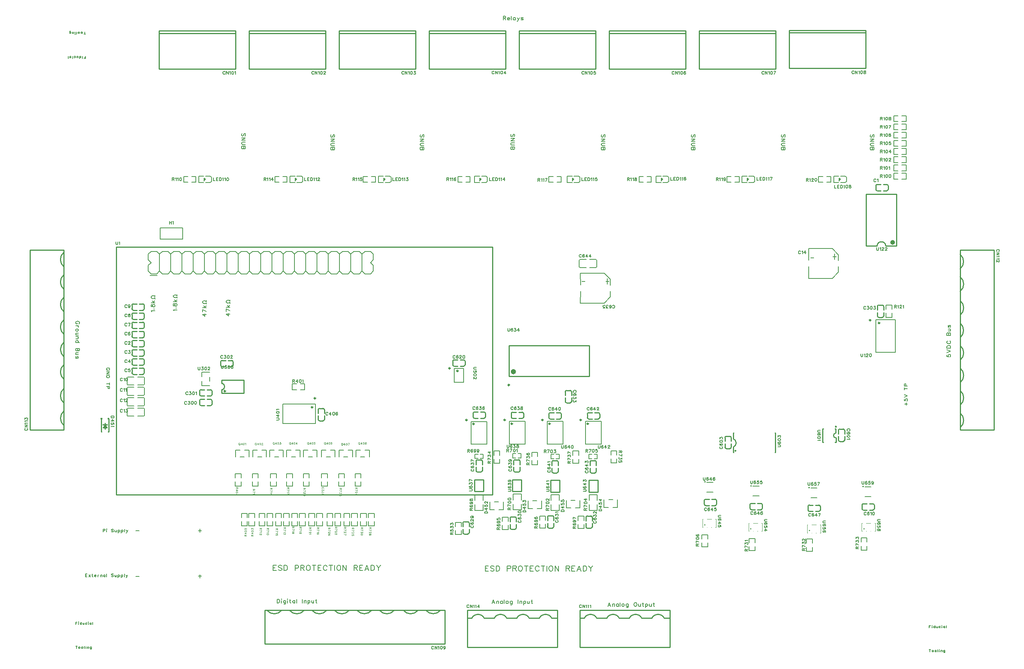
<source format=gto>
G04 Layer: TopSilkscreenLayer*
G04 EasyEDA Pro v2.2.40.8, 2025-09-09 13:59:53*
G04 Gerber Generator version 0.3*
G04 Scale: 100 percent, Rotated: No, Reflected: No*
G04 Dimensions in millimeters*
G04 Leading zeros omitted, absolute positions, 4 integers and 5 decimals*
G04 Generated by one-click*
%FSLAX45Y45*%
%MOMM*%
%ADD10C,0.203*%
%ADD11C,0.152*%
%ADD12C,0.1*%
%ADD13C,0.254*%
%ADD14C,0.1524*%
%ADD15C,0.2032*%
%ADD16C,0.15001*%
%ADD17C,0.6*%
%ADD18C,0.3094*%
%ADD19C,0.3*%
%ADD20C,0.2*%
G75*


G04 Text Start*
G54D10*
G01X2267869Y3219664D02*
G01X2267869Y3154386D01*
G01X2267869Y3219664D02*
G01X2295809Y3219664D01*
G01X2305207Y3216616D01*
G01X2308255Y3213568D01*
G01X2311557Y3207218D01*
G01X2311557Y3198074D01*
G01X2308255Y3191724D01*
G01X2305207Y3188676D01*
G01X2295809Y3185374D01*
G01X2267869Y3185374D01*
G01X2346863Y3219664D02*
G01X2349911Y3216616D01*
G01X2352959Y3219664D01*
G01X2349911Y3222966D01*
G01X2346863Y3219664D01*
G01X2349911Y3198074D02*
G01X2349911Y3154386D01*
G01X2501549Y3210520D02*
G01X2495453Y3216616D01*
G01X2486055Y3219664D01*
G01X2473609Y3219664D01*
G01X2464211Y3216616D01*
G01X2458115Y3210520D01*
G01X2458115Y3204170D01*
G01X2461163Y3198074D01*
G01X2464211Y3194772D01*
G01X2470561Y3191724D01*
G01X2489103Y3185374D01*
G01X2495453Y3182326D01*
G01X2498501Y3179278D01*
G01X2501549Y3172928D01*
G01X2501549Y3163784D01*
G01X2495453Y3157434D01*
G01X2486055Y3154386D01*
G01X2473609Y3154386D01*
G01X2464211Y3157434D01*
G01X2458115Y3163784D01*
G01X2536855Y3198074D02*
G01X2536855Y3166832D01*
G01X2539903Y3157434D01*
G01X2546253Y3154386D01*
G01X2555397Y3154386D01*
G01X2561747Y3157434D01*
G01X2571145Y3166832D01*
G01X2571145Y3198074D02*
G01X2571145Y3154386D01*
G01X2606451Y3198074D02*
G01X2606451Y3132542D01*
G01X2606451Y3188676D02*
G01X2612547Y3194772D01*
G01X2618897Y3198074D01*
G01X2628295Y3198074D01*
G01X2634391Y3194772D01*
G01X2640741Y3188676D01*
G01X2643789Y3179278D01*
G01X2643789Y3172928D01*
G01X2640741Y3163784D01*
G01X2634391Y3157434D01*
G01X2628295Y3154386D01*
G01X2618897Y3154386D01*
G01X2612547Y3157434D01*
G01X2606451Y3163784D01*
G01X2679095Y3198074D02*
G01X2679095Y3132542D01*
G01X2679095Y3188676D02*
G01X2685191Y3194772D01*
G01X2691541Y3198074D01*
G01X2700939Y3198074D01*
G01X2707035Y3194772D01*
G01X2713385Y3188676D01*
G01X2716433Y3179278D01*
G01X2716433Y3172928D01*
G01X2713385Y3163784D01*
G01X2707035Y3157434D01*
G01X2700939Y3154386D01*
G01X2691541Y3154386D01*
G01X2685191Y3157434D01*
G01X2679095Y3163784D01*
G01X2751739Y3219664D02*
G01X2751739Y3154386D01*
G01X2790093Y3198074D02*
G01X2808889Y3154386D01*
G01X2827431Y3198074D02*
G01X2808889Y3154386D01*
G01X2802539Y3141940D01*
G01X2796443Y3135590D01*
G01X2790093Y3132542D01*
G01X2787045Y3132542D01*
G01X1869914Y2209114D02*
G01X1869914Y2143836D01*
G01X1869914Y2209114D02*
G01X1910300Y2209114D01*
G01X1869914Y2178126D02*
G01X1894806Y2178126D01*
G01X1869914Y2143836D02*
G01X1910300Y2143836D01*
G01X1945606Y2187524D02*
G01X1979896Y2143836D01*
G01X1979896Y2187524D02*
G01X1945606Y2143836D01*
G01X2024600Y2209114D02*
G01X2024600Y2156282D01*
G01X2027648Y2146884D01*
G01X2033744Y2143836D01*
G01X2040094Y2143836D01*
G01X2015202Y2187524D02*
G01X2037046Y2187524D01*
G01X2075400Y2168728D02*
G01X2112738Y2168728D01*
G01X2112738Y2174824D01*
G01X2109690Y2181174D01*
G01X2106388Y2184222D01*
G01X2100292Y2187524D01*
G01X2090894Y2187524D01*
G01X2084798Y2184222D01*
G01X2078448Y2178126D01*
G01X2075400Y2168728D01*
G01X2075400Y2162378D01*
G01X2078448Y2153234D01*
G01X2084798Y2146884D01*
G01X2090894Y2143836D01*
G01X2100292Y2143836D01*
G01X2106388Y2146884D01*
G01X2112738Y2153234D01*
G01X2148044Y2187524D02*
G01X2148044Y2143836D01*
G01X2148044Y2168728D02*
G01X2151092Y2178126D01*
G01X2157442Y2184222D01*
G01X2163538Y2187524D01*
G01X2172936Y2187524D01*
G01X2208242Y2187524D02*
G01X2208242Y2143836D01*
G01X2208242Y2174824D02*
G01X2217640Y2184222D01*
G01X2223736Y2187524D01*
G01X2233134Y2187524D01*
G01X2239230Y2184222D01*
G01X2242532Y2174824D01*
G01X2242532Y2143836D01*
G01X2315176Y2187524D02*
G01X2315176Y2143836D01*
G01X2315176Y2178126D02*
G01X2308826Y2184222D01*
G01X2302730Y2187524D01*
G01X2293332Y2187524D01*
G01X2287236Y2184222D01*
G01X2280886Y2178126D01*
G01X2277838Y2168728D01*
G01X2277838Y2162378D01*
G01X2280886Y2153234D01*
G01X2287236Y2146884D01*
G01X2293332Y2143836D01*
G01X2302730Y2143836D01*
G01X2308826Y2146884D01*
G01X2315176Y2153234D01*
G01X2350482Y2209114D02*
G01X2350482Y2143836D01*
G01X2499072Y2199970D02*
G01X2492976Y2206066D01*
G01X2483578Y2209114D01*
G01X2471132Y2209114D01*
G01X2461734Y2206066D01*
G01X2455638Y2199970D01*
G01X2455638Y2193620D01*
G01X2458686Y2187524D01*
G01X2461734Y2184222D01*
G01X2468084Y2181174D01*
G01X2486626Y2174824D01*
G01X2492976Y2171776D01*
G01X2496024Y2168728D01*
G01X2499072Y2162378D01*
G01X2499072Y2153234D01*
G01X2492976Y2146884D01*
G01X2483578Y2143836D01*
G01X2471132Y2143836D01*
G01X2461734Y2146884D01*
G01X2455638Y2153234D01*
G01X2534378Y2187524D02*
G01X2534378Y2156282D01*
G01X2537426Y2146884D01*
G01X2543776Y2143836D01*
G01X2552920Y2143836D01*
G01X2559270Y2146884D01*
G01X2568668Y2156282D01*
G01X2568668Y2187524D02*
G01X2568668Y2143836D01*
G01X2603974Y2187524D02*
G01X2603974Y2121992D01*
G01X2603974Y2178126D02*
G01X2610070Y2184222D01*
G01X2616420Y2187524D01*
G01X2625818Y2187524D01*
G01X2631914Y2184222D01*
G01X2638264Y2178126D01*
G01X2641312Y2168728D01*
G01X2641312Y2162378D01*
G01X2638264Y2153234D01*
G01X2631914Y2146884D01*
G01X2625818Y2143836D01*
G01X2616420Y2143836D01*
G01X2610070Y2146884D01*
G01X2603974Y2153234D01*
G01X2676618Y2187524D02*
G01X2676618Y2121992D01*
G01X2676618Y2178126D02*
G01X2682714Y2184222D01*
G01X2689064Y2187524D01*
G01X2698462Y2187524D01*
G01X2704558Y2184222D01*
G01X2710908Y2178126D01*
G01X2713956Y2168728D01*
G01X2713956Y2162378D01*
G01X2710908Y2153234D01*
G01X2704558Y2146884D01*
G01X2698462Y2143836D01*
G01X2689064Y2143836D01*
G01X2682714Y2146884D01*
G01X2676618Y2153234D01*
G01X2749262Y2209114D02*
G01X2749262Y2143836D01*
G01X2787616Y2187524D02*
G01X2806412Y2143836D01*
G01X2824954Y2187524D02*
G01X2806412Y2143836D01*
G01X2800062Y2131390D01*
G01X2793966Y2125040D01*
G01X2787616Y2121992D01*
G01X2784568Y2121992D01*
G01X6195060Y1634998D02*
G01X6195060Y1549908D01*
G01X6195060Y1634998D02*
G01X6223508Y1634998D01*
G01X6235700Y1630934D01*
G01X6243574Y1622806D01*
G01X6247638Y1614678D01*
G01X6251702Y1602486D01*
G01X6251702Y1582166D01*
G01X6247638Y1569974D01*
G01X6243574Y1562100D01*
G01X6235700Y1553972D01*
G01X6223508Y1549908D01*
G01X6195060Y1549908D01*
G01X6291580Y1634998D02*
G01X6295390Y1630934D01*
G01X6299454Y1634998D01*
G01X6295390Y1639062D01*
G01X6291580Y1634998D01*
G01X6295390Y1606550D02*
G01X6295390Y1549908D01*
G01X6387846Y1606550D02*
G01X6387846Y1541780D01*
G01X6383782Y1529588D01*
G01X6379718Y1525524D01*
G01X6371590Y1521460D01*
G01X6359398Y1521460D01*
G01X6351270Y1525524D01*
G01X6387846Y1594358D02*
G01X6379718Y1602486D01*
G01X6371590Y1606550D01*
G01X6359398Y1606550D01*
G01X6351270Y1602486D01*
G01X6343142Y1594358D01*
G01X6339332Y1582166D01*
G01X6339332Y1574038D01*
G01X6343142Y1562100D01*
G01X6351270Y1553972D01*
G01X6359398Y1549908D01*
G01X6371590Y1549908D01*
G01X6379718Y1553972D01*
G01X6387846Y1562100D01*
G01X6427724Y1634998D02*
G01X6431534Y1630934D01*
G01X6435598Y1634998D01*
G01X6431534Y1639062D01*
G01X6427724Y1634998D01*
G01X6431534Y1606550D02*
G01X6431534Y1549908D01*
G01X6487414Y1634998D02*
G01X6487414Y1565910D01*
G01X6491478Y1553972D01*
G01X6499606Y1549908D01*
G01X6507734Y1549908D01*
G01X6475476Y1606550D02*
G01X6503670Y1606550D01*
G01X6596126Y1606550D02*
G01X6596126Y1549908D01*
G01X6596126Y1594358D02*
G01X6587998Y1602486D01*
G01X6579870Y1606550D01*
G01X6567678Y1606550D01*
G01X6559550Y1602486D01*
G01X6551422Y1594358D01*
G01X6547612Y1582166D01*
G01X6547612Y1574038D01*
G01X6551422Y1562100D01*
G01X6559550Y1553972D01*
G01X6567678Y1549908D01*
G01X6579870Y1549908D01*
G01X6587998Y1553972D01*
G01X6596126Y1562100D01*
G01X6636004Y1634998D02*
G01X6636004Y1549908D01*
G01X6766560Y1634998D02*
G01X6766560Y1549908D01*
G01X6806438Y1606550D02*
G01X6806438Y1549908D01*
G01X6806438Y1590294D02*
G01X6818376Y1602486D01*
G01X6826504Y1606550D01*
G01X6838696Y1606550D01*
G01X6846824Y1602486D01*
G01X6850888Y1590294D01*
G01X6850888Y1549908D01*
G01X6890766Y1606550D02*
G01X6890766Y1521460D01*
G01X6890766Y1594358D02*
G01X6898640Y1602486D01*
G01X6906768Y1606550D01*
G01X6918960Y1606550D01*
G01X6927088Y1602486D01*
G01X6935216Y1594358D01*
G01X6939280Y1582166D01*
G01X6939280Y1574038D01*
G01X6935216Y1562100D01*
G01X6927088Y1553972D01*
G01X6918960Y1549908D01*
G01X6906768Y1549908D01*
G01X6898640Y1553972D01*
G01X6890766Y1562100D01*
G01X6979158Y1606550D02*
G01X6979158Y1565910D01*
G01X6982968Y1553972D01*
G01X6991096Y1549908D01*
G01X7003288Y1549908D01*
G01X7011416Y1553972D01*
G01X7023608Y1565910D01*
G01X7023608Y1606550D02*
G01X7023608Y1549908D01*
G01X7075424Y1634998D02*
G01X7075424Y1565910D01*
G01X7079488Y1553972D01*
G01X7087616Y1549908D01*
G01X7095744Y1549908D01*
G01X7063486Y1606550D02*
G01X7091680Y1606550D01*
G01X13695172Y1558798D02*
G01X13662660Y1473708D01*
G01X13695172Y1558798D02*
G01X13727430Y1473708D01*
G01X13674852Y1501902D02*
G01X13715238Y1501902D01*
G01X13767308Y1530350D02*
G01X13767308Y1473708D01*
G01X13767308Y1514094D02*
G01X13779246Y1526286D01*
G01X13787374Y1530350D01*
G01X13799566Y1530350D01*
G01X13807694Y1526286D01*
G01X13811758Y1514094D01*
G01X13811758Y1473708D01*
G01X13900150Y1530350D02*
G01X13900150Y1473708D01*
G01X13900150Y1518158D02*
G01X13892022Y1526286D01*
G01X13883894Y1530350D01*
G01X13871702Y1530350D01*
G01X13863574Y1526286D01*
G01X13855446Y1518158D01*
G01X13851636Y1505966D01*
G01X13851636Y1497838D01*
G01X13855446Y1485900D01*
G01X13863574Y1477772D01*
G01X13871702Y1473708D01*
G01X13883894Y1473708D01*
G01X13892022Y1477772D01*
G01X13900150Y1485900D01*
G01X13940028Y1558798D02*
G01X13940028Y1473708D01*
G01X13999972Y1530350D02*
G01X13991844Y1526286D01*
G01X13983716Y1518158D01*
G01X13979906Y1505966D01*
G01X13979906Y1497838D01*
G01X13983716Y1485900D01*
G01X13991844Y1477772D01*
G01X13999972Y1473708D01*
G01X14012164Y1473708D01*
G01X14020292Y1477772D01*
G01X14028420Y1485900D01*
G01X14032484Y1497838D01*
G01X14032484Y1505966D01*
G01X14028420Y1518158D01*
G01X14020292Y1526286D01*
G01X14012164Y1530350D01*
G01X13999972Y1530350D01*
G01X14120876Y1530350D02*
G01X14120876Y1465580D01*
G01X14116812Y1453388D01*
G01X14112748Y1449324D01*
G01X14104620Y1445260D01*
G01X14092428Y1445260D01*
G01X14084300Y1449324D01*
G01X14120876Y1518158D02*
G01X14112748Y1526286D01*
G01X14104620Y1530350D01*
G01X14092428Y1530350D01*
G01X14084300Y1526286D01*
G01X14076172Y1518158D01*
G01X14072362Y1505966D01*
G01X14072362Y1497838D01*
G01X14076172Y1485900D01*
G01X14084300Y1477772D01*
G01X14092428Y1473708D01*
G01X14104620Y1473708D01*
G01X14112748Y1477772D01*
G01X14120876Y1485900D01*
G01X14275816Y1558798D02*
G01X14267688Y1554734D01*
G01X14259560Y1546606D01*
G01X14255496Y1538478D01*
G01X14251432Y1526286D01*
G01X14251432Y1505966D01*
G01X14255496Y1493774D01*
G01X14259560Y1485900D01*
G01X14267688Y1477772D01*
G01X14275816Y1473708D01*
G01X14292072Y1473708D01*
G01X14299946Y1477772D01*
G01X14308074Y1485900D01*
G01X14312138Y1493774D01*
G01X14316202Y1505966D01*
G01X14316202Y1526286D01*
G01X14312138Y1538478D01*
G01X14308074Y1546606D01*
G01X14299946Y1554734D01*
G01X14292072Y1558798D01*
G01X14275816Y1558798D01*
G01X14356080Y1530350D02*
G01X14356080Y1489710D01*
G01X14359890Y1477772D01*
G01X14368018Y1473708D01*
G01X14380210Y1473708D01*
G01X14388338Y1477772D01*
G01X14400530Y1489710D01*
G01X14400530Y1530350D02*
G01X14400530Y1473708D01*
G01X14452346Y1558798D02*
G01X14452346Y1489710D01*
G01X14456410Y1477772D01*
G01X14464538Y1473708D01*
G01X14472666Y1473708D01*
G01X14440408Y1530350D02*
G01X14468602Y1530350D01*
G01X14512544Y1530350D02*
G01X14512544Y1445260D01*
G01X14512544Y1518158D02*
G01X14520418Y1526286D01*
G01X14528546Y1530350D01*
G01X14540738Y1530350D01*
G01X14548866Y1526286D01*
G01X14556994Y1518158D01*
G01X14561058Y1505966D01*
G01X14561058Y1497838D01*
G01X14556994Y1485900D01*
G01X14548866Y1477772D01*
G01X14540738Y1473708D01*
G01X14528546Y1473708D01*
G01X14520418Y1477772D01*
G01X14512544Y1485900D01*
G01X14600936Y1530350D02*
G01X14600936Y1489710D01*
G01X14604746Y1477772D01*
G01X14612874Y1473708D01*
G01X14625066Y1473708D01*
G01X14633194Y1477772D01*
G01X14645386Y1489710D01*
G01X14645386Y1530350D02*
G01X14645386Y1473708D01*
G01X14697202Y1558798D02*
G01X14697202Y1489710D01*
G01X14701266Y1477772D01*
G01X14709394Y1473708D01*
G01X14717522Y1473708D01*
G01X14685264Y1530350D02*
G01X14713458Y1530350D01*
G01X11300460Y14804898D02*
G01X11300460Y14719808D01*
G01X11300460Y14804898D02*
G01X11337036Y14804898D01*
G01X11348974Y14800834D01*
G01X11353038Y14796770D01*
G01X11357102Y14788642D01*
G01X11357102Y14780514D01*
G01X11353038Y14772386D01*
G01X11348974Y14768322D01*
G01X11337036Y14764258D01*
G01X11300460Y14764258D01*
G01X11328908Y14764258D02*
G01X11357102Y14719808D01*
G01X11396980Y14752066D02*
G01X11445494Y14752066D01*
G01X11445494Y14760194D01*
G01X11441430Y14768322D01*
G01X11437366Y14772386D01*
G01X11429238Y14776450D01*
G01X11417046Y14776450D01*
G01X11408918Y14772386D01*
G01X11400790Y14764258D01*
G01X11396980Y14752066D01*
G01X11396980Y14743938D01*
G01X11400790Y14732000D01*
G01X11408918Y14723872D01*
G01X11417046Y14719808D01*
G01X11429238Y14719808D01*
G01X11437366Y14723872D01*
G01X11445494Y14732000D01*
G01X11485372Y14804898D02*
G01X11485372Y14719808D01*
G01X11573764Y14776450D02*
G01X11573764Y14719808D01*
G01X11573764Y14764258D02*
G01X11565636Y14772386D01*
G01X11557508Y14776450D01*
G01X11545316Y14776450D01*
G01X11537188Y14772386D01*
G01X11529060Y14764258D01*
G01X11525250Y14752066D01*
G01X11525250Y14743938D01*
G01X11529060Y14732000D01*
G01X11537188Y14723872D01*
G01X11545316Y14719808D01*
G01X11557508Y14719808D01*
G01X11565636Y14723872D01*
G01X11573764Y14732000D01*
G01X11617452Y14776450D02*
G01X11641836Y14719808D01*
G01X11666220Y14776450D02*
G01X11641836Y14719808D01*
G01X11633708Y14703552D01*
G01X11625580Y14695424D01*
G01X11617452Y14691360D01*
G01X11613642Y14691360D01*
G01X11750548Y14764258D02*
G01X11746484Y14772386D01*
G01X11734292Y14776450D01*
G01X11722100Y14776450D01*
G01X11709908Y14772386D01*
G01X11706098Y14764258D01*
G01X11709908Y14756130D01*
G01X11718036Y14752066D01*
G01X11738356Y14748002D01*
G01X11746484Y14743938D01*
G01X11750548Y14735810D01*
G01X11750548Y14732000D01*
G01X11746484Y14723872D01*
G01X11734292Y14719808D01*
G01X11722100Y14719808D01*
G01X11709908Y14723872D01*
G01X11706098Y14732000D01*
G01X1716278Y7853934D02*
G01X1724406Y7857998D01*
G01X1732534Y7866126D01*
G01X1736598Y7874000D01*
G01X1736598Y7890256D01*
G01X1732534Y7898384D01*
G01X1724406Y7906512D01*
G01X1716278Y7910576D01*
G01X1704086Y7914640D01*
G01X1683766Y7914640D01*
G01X1671574Y7910576D01*
G01X1663700Y7906512D01*
G01X1655572Y7898384D01*
G01X1651508Y7890256D01*
G01X1651508Y7874000D01*
G01X1655572Y7866126D01*
G01X1663700Y7857998D01*
G01X1671574Y7853934D01*
G01X1683766Y7853934D01*
G01X1683766Y7874000D02*
G01X1683766Y7853934D01*
G01X1708150Y7814056D02*
G01X1651508Y7814056D01*
G01X1683766Y7814056D02*
G01X1695958Y7810246D01*
G01X1704086Y7802118D01*
G01X1708150Y7793990D01*
G01X1708150Y7781798D01*
G01X1708150Y7721854D02*
G01X1704086Y7729982D01*
G01X1695958Y7738110D01*
G01X1683766Y7741920D01*
G01X1675638Y7741920D01*
G01X1663700Y7738110D01*
G01X1655572Y7729982D01*
G01X1651508Y7721854D01*
G01X1651508Y7709662D01*
G01X1655572Y7701534D01*
G01X1663700Y7693406D01*
G01X1675638Y7689342D01*
G01X1683766Y7689342D01*
G01X1695958Y7693406D01*
G01X1704086Y7701534D01*
G01X1708150Y7709662D01*
G01X1708150Y7721854D01*
G01X1708150Y7649464D02*
G01X1667510Y7649464D01*
G01X1655572Y7645654D01*
G01X1651508Y7637526D01*
G01X1651508Y7625334D01*
G01X1655572Y7617206D01*
G01X1667510Y7605014D01*
G01X1708150Y7605014D02*
G01X1651508Y7605014D01*
G01X1708150Y7565136D02*
G01X1651508Y7565136D01*
G01X1691894Y7565136D02*
G01X1704086Y7553198D01*
G01X1708150Y7545070D01*
G01X1708150Y7532878D01*
G01X1704086Y7524750D01*
G01X1691894Y7520686D01*
G01X1651508Y7520686D01*
G01X1736598Y7432294D02*
G01X1651508Y7432294D01*
G01X1695958Y7432294D02*
G01X1704086Y7440422D01*
G01X1708150Y7448550D01*
G01X1708150Y7460742D01*
G01X1704086Y7468870D01*
G01X1695958Y7476998D01*
G01X1683766Y7480808D01*
G01X1675638Y7480808D01*
G01X1663700Y7476998D01*
G01X1655572Y7468870D01*
G01X1651508Y7460742D01*
G01X1651508Y7448550D01*
G01X1655572Y7440422D01*
G01X1663700Y7432294D01*
G01X1736598Y7301738D02*
G01X1651508Y7301738D01*
G01X1736598Y7301738D02*
G01X1736598Y7265162D01*
G01X1732534Y7253224D01*
G01X1728470Y7249160D01*
G01X1720342Y7245096D01*
G01X1712214Y7245096D01*
G01X1704086Y7249160D01*
G01X1700022Y7253224D01*
G01X1695958Y7265162D01*
G01X1695958Y7301738D02*
G01X1695958Y7265162D01*
G01X1691894Y7253224D01*
G01X1687830Y7249160D01*
G01X1679702Y7245096D01*
G01X1667510Y7245096D01*
G01X1659636Y7249160D01*
G01X1655572Y7253224D01*
G01X1651508Y7265162D01*
G01X1651508Y7301738D01*
G01X1708150Y7205218D02*
G01X1667510Y7205218D01*
G01X1655572Y7201408D01*
G01X1651508Y7193280D01*
G01X1651508Y7181088D01*
G01X1655572Y7172960D01*
G01X1667510Y7160768D01*
G01X1708150Y7160768D02*
G01X1651508Y7160768D01*
G01X1695958Y7076440D02*
G01X1704086Y7080504D01*
G01X1708150Y7092696D01*
G01X1708150Y7104888D01*
G01X1704086Y7117080D01*
G01X1695958Y7120890D01*
G01X1687830Y7117080D01*
G01X1683766Y7108952D01*
G01X1679702Y7088632D01*
G01X1675638Y7080504D01*
G01X1667510Y7076440D01*
G01X1663700Y7076440D01*
G01X1655572Y7080504D01*
G01X1651508Y7092696D01*
G01X1651508Y7104888D01*
G01X1655572Y7117080D01*
G01X1663700Y7120890D01*
G01X21313902Y7157974D02*
G01X21313902Y7117588D01*
G01X21350478Y7113524D01*
G01X21346414Y7117588D01*
G01X21342350Y7129780D01*
G01X21342350Y7141972D01*
G01X21346414Y7153910D01*
G01X21354542Y7162038D01*
G01X21366734Y7166102D01*
G01X21374862Y7166102D01*
G01X21386800Y7162038D01*
G01X21394928Y7153910D01*
G01X21398992Y7141972D01*
G01X21398992Y7129780D01*
G01X21394928Y7117588D01*
G01X21390864Y7113524D01*
G01X21382990Y7109460D01*
G01X21313902Y7205980D02*
G01X21398992Y7238238D01*
G01X21313902Y7270750D02*
G01X21398992Y7238238D01*
G01X21313902Y7310628D02*
G01X21398992Y7310628D01*
G01X21313902Y7310628D02*
G01X21313902Y7338822D01*
G01X21317966Y7351014D01*
G01X21326094Y7359142D01*
G01X21334222Y7363206D01*
G01X21346414Y7367270D01*
G01X21366734Y7367270D01*
G01X21378926Y7363206D01*
G01X21386800Y7359142D01*
G01X21394928Y7351014D01*
G01X21398992Y7338822D01*
G01X21398992Y7310628D01*
G01X21334222Y7467854D02*
G01X21326094Y7463790D01*
G01X21317966Y7455662D01*
G01X21313902Y7447534D01*
G01X21313902Y7431278D01*
G01X21317966Y7423150D01*
G01X21326094Y7415022D01*
G01X21334222Y7410958D01*
G01X21346414Y7407148D01*
G01X21366734Y7407148D01*
G01X21378926Y7410958D01*
G01X21386800Y7415022D01*
G01X21394928Y7423150D01*
G01X21398992Y7431278D01*
G01X21398992Y7447534D01*
G01X21394928Y7455662D01*
G01X21386800Y7463790D01*
G01X21378926Y7467854D01*
G01X21313902Y7598410D02*
G01X21398992Y7598410D01*
G01X21313902Y7598410D02*
G01X21313902Y7634986D01*
G01X21317966Y7646924D01*
G01X21322030Y7650988D01*
G01X21330158Y7655052D01*
G01X21338286Y7655052D01*
G01X21346414Y7650988D01*
G01X21350478Y7646924D01*
G01X21354542Y7634986D01*
G01X21354542Y7598410D02*
G01X21354542Y7634986D01*
G01X21358606Y7646924D01*
G01X21362670Y7650988D01*
G01X21370798Y7655052D01*
G01X21382990Y7655052D01*
G01X21390864Y7650988D01*
G01X21394928Y7646924D01*
G01X21398992Y7634986D01*
G01X21398992Y7598410D01*
G01X21342350Y7694930D02*
G01X21382990Y7694930D01*
G01X21394928Y7698740D01*
G01X21398992Y7706868D01*
G01X21398992Y7719060D01*
G01X21394928Y7727188D01*
G01X21382990Y7739380D01*
G01X21342350Y7739380D02*
G01X21398992Y7739380D01*
G01X21354542Y7823708D02*
G01X21346414Y7819644D01*
G01X21342350Y7807452D01*
G01X21342350Y7795260D01*
G01X21346414Y7783068D01*
G01X21354542Y7779258D01*
G01X21362670Y7783068D01*
G01X21366734Y7791196D01*
G01X21370798Y7811516D01*
G01X21374862Y7819644D01*
G01X21382990Y7823708D01*
G01X21386800Y7823708D01*
G01X21394928Y7819644D01*
G01X21398992Y7807452D01*
G01X21398992Y7795260D01*
G01X21394928Y7783068D01*
G01X21386800Y7779258D01*
G01X4454730Y3221597D02*
G01X4454730Y3148699D01*
G01X4418154Y3185021D02*
G01X4491052Y3185021D01*
G01X4454730Y2192897D02*
G01X4454730Y2119999D01*
G01X4418154Y2156321D02*
G01X4491052Y2156321D01*
G01X3007652Y3179735D02*
G01X3080550Y3179735D01*
G01X3007652Y2151035D02*
G01X3080550Y2151035D01*
G01X11078972Y1622298D02*
G01X11046460Y1537208D01*
G01X11078972Y1622298D02*
G01X11111230Y1537208D01*
G01X11058652Y1565402D02*
G01X11099038Y1565402D01*
G01X11151108Y1593850D02*
G01X11151108Y1537208D01*
G01X11151108Y1577594D02*
G01X11163046Y1589786D01*
G01X11171174Y1593850D01*
G01X11183366Y1593850D01*
G01X11191494Y1589786D01*
G01X11195558Y1577594D01*
G01X11195558Y1537208D01*
G01X11283950Y1593850D02*
G01X11283950Y1537208D01*
G01X11283950Y1581658D02*
G01X11275822Y1589786D01*
G01X11267694Y1593850D01*
G01X11255502Y1593850D01*
G01X11247374Y1589786D01*
G01X11239246Y1581658D01*
G01X11235436Y1569466D01*
G01X11235436Y1561338D01*
G01X11239246Y1549400D01*
G01X11247374Y1541272D01*
G01X11255502Y1537208D01*
G01X11267694Y1537208D01*
G01X11275822Y1541272D01*
G01X11283950Y1549400D01*
G01X11323828Y1622298D02*
G01X11323828Y1537208D01*
G01X11383772Y1593850D02*
G01X11375644Y1589786D01*
G01X11367516Y1581658D01*
G01X11363706Y1569466D01*
G01X11363706Y1561338D01*
G01X11367516Y1549400D01*
G01X11375644Y1541272D01*
G01X11383772Y1537208D01*
G01X11395964Y1537208D01*
G01X11404092Y1541272D01*
G01X11412220Y1549400D01*
G01X11416284Y1561338D01*
G01X11416284Y1569466D01*
G01X11412220Y1581658D01*
G01X11404092Y1589786D01*
G01X11395964Y1593850D01*
G01X11383772Y1593850D01*
G01X11504676Y1593850D02*
G01X11504676Y1529080D01*
G01X11500612Y1516888D01*
G01X11496548Y1512824D01*
G01X11488420Y1508760D01*
G01X11476228Y1508760D01*
G01X11468100Y1512824D01*
G01X11504676Y1581658D02*
G01X11496548Y1589786D01*
G01X11488420Y1593850D01*
G01X11476228Y1593850D01*
G01X11468100Y1589786D01*
G01X11459972Y1581658D01*
G01X11456162Y1569466D01*
G01X11456162Y1561338D01*
G01X11459972Y1549400D01*
G01X11468100Y1541272D01*
G01X11476228Y1537208D01*
G01X11488420Y1537208D01*
G01X11496548Y1541272D01*
G01X11504676Y1549400D01*
G01X11635232Y1622298D02*
G01X11635232Y1537208D01*
G01X11675110Y1593850D02*
G01X11675110Y1537208D01*
G01X11675110Y1577594D02*
G01X11687048Y1589786D01*
G01X11695176Y1593850D01*
G01X11707368Y1593850D01*
G01X11715496Y1589786D01*
G01X11719560Y1577594D01*
G01X11719560Y1537208D01*
G01X11759438Y1593850D02*
G01X11759438Y1508760D01*
G01X11759438Y1581658D02*
G01X11767312Y1589786D01*
G01X11775440Y1593850D01*
G01X11787632Y1593850D01*
G01X11795760Y1589786D01*
G01X11803888Y1581658D01*
G01X11807952Y1569466D01*
G01X11807952Y1561338D01*
G01X11803888Y1549400D01*
G01X11795760Y1541272D01*
G01X11787632Y1537208D01*
G01X11775440Y1537208D01*
G01X11767312Y1541272D01*
G01X11759438Y1549400D01*
G01X11847830Y1593850D02*
G01X11847830Y1553210D01*
G01X11851640Y1541272D01*
G01X11859768Y1537208D01*
G01X11871960Y1537208D01*
G01X11880088Y1541272D01*
G01X11892280Y1553210D01*
G01X11892280Y1593850D02*
G01X11892280Y1537208D01*
G01X11944096Y1622298D02*
G01X11944096Y1553210D01*
G01X11948160Y1541272D01*
G01X11956288Y1537208D01*
G01X11964416Y1537208D01*
G01X11932158Y1593850D02*
G01X11960352Y1593850D01*
G01X5470906Y12099798D02*
G01X5479034Y12107926D01*
G01X5483098Y12119864D01*
G01X5483098Y12136120D01*
G01X5479034Y12148312D01*
G01X5470906Y12156440D01*
G01X5462778Y12156440D01*
G01X5454650Y12152376D01*
G01X5450586Y12148312D01*
G01X5446522Y12140184D01*
G01X5438394Y12115800D01*
G01X5434330Y12107926D01*
G01X5430266Y12103862D01*
G01X5422138Y12099798D01*
G01X5410200Y12099798D01*
G01X5402072Y12107926D01*
G01X5398008Y12119864D01*
G01X5398008Y12136120D01*
G01X5402072Y12148312D01*
G01X5410200Y12156440D01*
G01X5483098Y12059920D02*
G01X5398008Y12059920D01*
G01X5483098Y12059920D02*
G01X5398008Y12003278D01*
G01X5483098Y12003278D02*
G01X5398008Y12003278D01*
G01X5483098Y11963400D02*
G01X5422138Y11963400D01*
G01X5410200Y11959590D01*
G01X5402072Y11951462D01*
G01X5398008Y11939270D01*
G01X5398008Y11931142D01*
G01X5402072Y11918950D01*
G01X5410200Y11910822D01*
G01X5422138Y11906758D01*
G01X5483098Y11906758D01*
G01X5483098Y11866880D02*
G01X5398008Y11866880D01*
G01X5483098Y11866880D02*
G01X5483098Y11830558D01*
G01X5479034Y11818366D01*
G01X5474970Y11814302D01*
G01X5466842Y11810238D01*
G01X5458714Y11810238D01*
G01X5450586Y11814302D01*
G01X5446522Y11818366D01*
G01X5442458Y11830558D01*
G01X5442458Y11866880D02*
G01X5442458Y11830558D01*
G01X5438394Y11818366D01*
G01X5434330Y11814302D01*
G01X5426202Y11810238D01*
G01X5414010Y11810238D01*
G01X5406136Y11814302D01*
G01X5402072Y11818366D01*
G01X5398008Y11830558D01*
G01X5398008Y11866880D01*
G01X7481281Y12073504D02*
G01X7489409Y12081632D01*
G01X7493473Y12093570D01*
G01X7493473Y12109826D01*
G01X7489409Y12122018D01*
G01X7481281Y12130146D01*
G01X7473153Y12130146D01*
G01X7465025Y12126082D01*
G01X7460961Y12122018D01*
G01X7456897Y12113890D01*
G01X7448769Y12089506D01*
G01X7444705Y12081632D01*
G01X7440641Y12077568D01*
G01X7432513Y12073504D01*
G01X7420575Y12073504D01*
G01X7412447Y12081632D01*
G01X7408383Y12093570D01*
G01X7408383Y12109826D01*
G01X7412447Y12122018D01*
G01X7420575Y12130146D01*
G01X7493473Y12033626D02*
G01X7408383Y12033626D01*
G01X7493473Y12033626D02*
G01X7408383Y11976984D01*
G01X7493473Y11976984D02*
G01X7408383Y11976984D01*
G01X7493473Y11937106D02*
G01X7432513Y11937106D01*
G01X7420575Y11933296D01*
G01X7412447Y11925168D01*
G01X7408383Y11912976D01*
G01X7408383Y11904848D01*
G01X7412447Y11892656D01*
G01X7420575Y11884528D01*
G01X7432513Y11880464D01*
G01X7493473Y11880464D01*
G01X7493473Y11840586D02*
G01X7408383Y11840586D01*
G01X7493473Y11840586D02*
G01X7493473Y11804264D01*
G01X7489409Y11792072D01*
G01X7485345Y11788008D01*
G01X7477217Y11783944D01*
G01X7469089Y11783944D01*
G01X7460961Y11788008D01*
G01X7456897Y11792072D01*
G01X7452833Y11804264D01*
G01X7452833Y11840586D02*
G01X7452833Y11804264D01*
G01X7448769Y11792072D01*
G01X7444705Y11788008D01*
G01X7436577Y11783944D01*
G01X7424385Y11783944D01*
G01X7416511Y11788008D01*
G01X7412447Y11792072D01*
G01X7408383Y11804264D01*
G01X7408383Y11840586D01*
G01X9500581Y12073504D02*
G01X9508709Y12081632D01*
G01X9512773Y12093570D01*
G01X9512773Y12109826D01*
G01X9508709Y12122018D01*
G01X9500581Y12130146D01*
G01X9492453Y12130146D01*
G01X9484325Y12126082D01*
G01X9480261Y12122018D01*
G01X9476197Y12113890D01*
G01X9468069Y12089506D01*
G01X9464005Y12081632D01*
G01X9459941Y12077568D01*
G01X9451813Y12073504D01*
G01X9439875Y12073504D01*
G01X9431747Y12081632D01*
G01X9427683Y12093570D01*
G01X9427683Y12109826D01*
G01X9431747Y12122018D01*
G01X9439875Y12130146D01*
G01X9512773Y12033626D02*
G01X9427683Y12033626D01*
G01X9512773Y12033626D02*
G01X9427683Y11976984D01*
G01X9512773Y11976984D02*
G01X9427683Y11976984D01*
G01X9512773Y11937106D02*
G01X9451813Y11937106D01*
G01X9439875Y11933296D01*
G01X9431747Y11925168D01*
G01X9427683Y11912976D01*
G01X9427683Y11904848D01*
G01X9431747Y11892656D01*
G01X9439875Y11884528D01*
G01X9451813Y11880464D01*
G01X9512773Y11880464D01*
G01X9512773Y11840586D02*
G01X9427683Y11840586D01*
G01X9512773Y11840586D02*
G01X9512773Y11804264D01*
G01X9508709Y11792072D01*
G01X9504645Y11788008D01*
G01X9496517Y11783944D01*
G01X9488389Y11783944D01*
G01X9480261Y11788008D01*
G01X9476197Y11792072D01*
G01X9472133Y11804264D01*
G01X9472133Y11840586D02*
G01X9472133Y11804264D01*
G01X9468069Y11792072D01*
G01X9464005Y11788008D01*
G01X9455877Y11783944D01*
G01X9443685Y11783944D01*
G01X9435811Y11788008D01*
G01X9431747Y11792072D01*
G01X9427683Y11804264D01*
G01X9427683Y11840586D01*
G01X11545281Y12086204D02*
G01X11553409Y12094332D01*
G01X11557473Y12106270D01*
G01X11557473Y12122526D01*
G01X11553409Y12134718D01*
G01X11545281Y12142846D01*
G01X11537153Y12142846D01*
G01X11529025Y12138782D01*
G01X11524961Y12134718D01*
G01X11520897Y12126590D01*
G01X11512769Y12102206D01*
G01X11508705Y12094332D01*
G01X11504641Y12090268D01*
G01X11496513Y12086204D01*
G01X11484575Y12086204D01*
G01X11476447Y12094332D01*
G01X11472383Y12106270D01*
G01X11472383Y12122526D01*
G01X11476447Y12134718D01*
G01X11484575Y12142846D01*
G01X11557473Y12046326D02*
G01X11472383Y12046326D01*
G01X11557473Y12046326D02*
G01X11472383Y11989684D01*
G01X11557473Y11989684D02*
G01X11472383Y11989684D01*
G01X11557473Y11949806D02*
G01X11496513Y11949806D01*
G01X11484575Y11945996D01*
G01X11476447Y11937868D01*
G01X11472383Y11925676D01*
G01X11472383Y11917548D01*
G01X11476447Y11905356D01*
G01X11484575Y11897228D01*
G01X11496513Y11893164D01*
G01X11557473Y11893164D01*
G01X11557473Y11853286D02*
G01X11472383Y11853286D01*
G01X11557473Y11853286D02*
G01X11557473Y11816964D01*
G01X11553409Y11804772D01*
G01X11549345Y11800708D01*
G01X11541217Y11796644D01*
G01X11533089Y11796644D01*
G01X11524961Y11800708D01*
G01X11520897Y11804772D01*
G01X11516833Y11816964D01*
G01X11516833Y11853286D02*
G01X11516833Y11816964D01*
G01X11512769Y11804772D01*
G01X11508705Y11800708D01*
G01X11500577Y11796644D01*
G01X11488385Y11796644D01*
G01X11480511Y11800708D01*
G01X11476447Y11804772D01*
G01X11472383Y11816964D01*
G01X11472383Y11853286D01*
G01X13589981Y12073504D02*
G01X13598109Y12081632D01*
G01X13602173Y12093570D01*
G01X13602173Y12109826D01*
G01X13598109Y12122018D01*
G01X13589981Y12130146D01*
G01X13581853Y12130146D01*
G01X13573725Y12126082D01*
G01X13569661Y12122018D01*
G01X13565597Y12113890D01*
G01X13557469Y12089506D01*
G01X13553405Y12081632D01*
G01X13549341Y12077568D01*
G01X13541213Y12073504D01*
G01X13529275Y12073504D01*
G01X13521147Y12081632D01*
G01X13517083Y12093570D01*
G01X13517083Y12109826D01*
G01X13521147Y12122018D01*
G01X13529275Y12130146D01*
G01X13602173Y12033626D02*
G01X13517083Y12033626D01*
G01X13602173Y12033626D02*
G01X13517083Y11976984D01*
G01X13602173Y11976984D02*
G01X13517083Y11976984D01*
G01X13602173Y11937106D02*
G01X13541213Y11937106D01*
G01X13529275Y11933296D01*
G01X13521147Y11925168D01*
G01X13517083Y11912976D01*
G01X13517083Y11904848D01*
G01X13521147Y11892656D01*
G01X13529275Y11884528D01*
G01X13541213Y11880464D01*
G01X13602173Y11880464D01*
G01X13602173Y11840586D02*
G01X13517083Y11840586D01*
G01X13602173Y11840586D02*
G01X13602173Y11804264D01*
G01X13598109Y11792072D01*
G01X13594045Y11788008D01*
G01X13585917Y11783944D01*
G01X13577789Y11783944D01*
G01X13569661Y11788008D01*
G01X13565597Y11792072D01*
G01X13561533Y11804264D01*
G01X13561533Y11840586D02*
G01X13561533Y11804264D01*
G01X13557469Y11792072D01*
G01X13553405Y11788008D01*
G01X13545277Y11783944D01*
G01X13533085Y11783944D01*
G01X13525211Y11788008D01*
G01X13521147Y11792072D01*
G01X13517083Y11804264D01*
G01X13517083Y11840586D01*
G01X17653981Y12073504D02*
G01X17662109Y12081632D01*
G01X17666173Y12093570D01*
G01X17666173Y12109826D01*
G01X17662109Y12122018D01*
G01X17653981Y12130146D01*
G01X17645853Y12130146D01*
G01X17637725Y12126082D01*
G01X17633661Y12122018D01*
G01X17629597Y12113890D01*
G01X17621469Y12089506D01*
G01X17617405Y12081632D01*
G01X17613341Y12077568D01*
G01X17605213Y12073504D01*
G01X17593275Y12073504D01*
G01X17585147Y12081632D01*
G01X17581083Y12093570D01*
G01X17581083Y12109826D01*
G01X17585147Y12122018D01*
G01X17593275Y12130146D01*
G01X17666173Y12033626D02*
G01X17581083Y12033626D01*
G01X17666173Y12033626D02*
G01X17581083Y11976984D01*
G01X17666173Y11976984D02*
G01X17581083Y11976984D01*
G01X17666173Y11937106D02*
G01X17605213Y11937106D01*
G01X17593275Y11933296D01*
G01X17585147Y11925168D01*
G01X17581083Y11912976D01*
G01X17581083Y11904848D01*
G01X17585147Y11892656D01*
G01X17593275Y11884528D01*
G01X17605213Y11880464D01*
G01X17666173Y11880464D01*
G01X17666173Y11840586D02*
G01X17581083Y11840586D01*
G01X17666173Y11840586D02*
G01X17666173Y11804264D01*
G01X17662109Y11792072D01*
G01X17658045Y11788008D01*
G01X17649917Y11783944D01*
G01X17641789Y11783944D01*
G01X17633661Y11788008D01*
G01X17629597Y11792072D01*
G01X17625533Y11804264D01*
G01X17625533Y11840586D02*
G01X17625533Y11804264D01*
G01X17621469Y11792072D01*
G01X17617405Y11788008D01*
G01X17609277Y11783944D01*
G01X17597085Y11783944D01*
G01X17589211Y11788008D01*
G01X17585147Y11792072D01*
G01X17581083Y11804264D01*
G01X17581083Y11840586D01*
G01X15621981Y12073504D02*
G01X15630109Y12081632D01*
G01X15634173Y12093570D01*
G01X15634173Y12109826D01*
G01X15630109Y12122018D01*
G01X15621981Y12130146D01*
G01X15613853Y12130146D01*
G01X15605725Y12126082D01*
G01X15601661Y12122018D01*
G01X15597597Y12113890D01*
G01X15589469Y12089506D01*
G01X15585405Y12081632D01*
G01X15581341Y12077568D01*
G01X15573213Y12073504D01*
G01X15561275Y12073504D01*
G01X15553147Y12081632D01*
G01X15549083Y12093570D01*
G01X15549083Y12109826D01*
G01X15553147Y12122018D01*
G01X15561275Y12130146D01*
G01X15634173Y12033626D02*
G01X15549083Y12033626D01*
G01X15634173Y12033626D02*
G01X15549083Y11976984D01*
G01X15634173Y11976984D02*
G01X15549083Y11976984D01*
G01X15634173Y11937106D02*
G01X15573213Y11937106D01*
G01X15561275Y11933296D01*
G01X15553147Y11925168D01*
G01X15549083Y11912976D01*
G01X15549083Y11904848D01*
G01X15553147Y11892656D01*
G01X15561275Y11884528D01*
G01X15573213Y11880464D01*
G01X15634173Y11880464D01*
G01X15634173Y11840586D02*
G01X15549083Y11840586D01*
G01X15634173Y11840586D02*
G01X15634173Y11804264D01*
G01X15630109Y11792072D01*
G01X15626045Y11788008D01*
G01X15617917Y11783944D01*
G01X15609789Y11783944D01*
G01X15601661Y11788008D01*
G01X15597597Y11792072D01*
G01X15593533Y11804264D01*
G01X15593533Y11840586D02*
G01X15593533Y11804264D01*
G01X15589469Y11792072D01*
G01X15585405Y11788008D01*
G01X15577277Y11783944D01*
G01X15565085Y11783944D01*
G01X15557211Y11788008D01*
G01X15553147Y11792072D01*
G01X15549083Y11804264D01*
G01X15549083Y11840586D01*
G01X19660581Y12073504D02*
G01X19668709Y12081632D01*
G01X19672773Y12093570D01*
G01X19672773Y12109826D01*
G01X19668709Y12122018D01*
G01X19660581Y12130146D01*
G01X19652453Y12130146D01*
G01X19644325Y12126082D01*
G01X19640261Y12122018D01*
G01X19636197Y12113890D01*
G01X19628069Y12089506D01*
G01X19624005Y12081632D01*
G01X19619941Y12077568D01*
G01X19611813Y12073504D01*
G01X19599875Y12073504D01*
G01X19591747Y12081632D01*
G01X19587683Y12093570D01*
G01X19587683Y12109826D01*
G01X19591747Y12122018D01*
G01X19599875Y12130146D01*
G01X19672773Y12033626D02*
G01X19587683Y12033626D01*
G01X19672773Y12033626D02*
G01X19587683Y11976984D01*
G01X19672773Y11976984D02*
G01X19587683Y11976984D01*
G01X19672773Y11937106D02*
G01X19611813Y11937106D01*
G01X19599875Y11933296D01*
G01X19591747Y11925168D01*
G01X19587683Y11912976D01*
G01X19587683Y11904848D01*
G01X19591747Y11892656D01*
G01X19599875Y11884528D01*
G01X19611813Y11880464D01*
G01X19672773Y11880464D01*
G01X19672773Y11840586D02*
G01X19587683Y11840586D01*
G01X19672773Y11840586D02*
G01X19672773Y11804264D01*
G01X19668709Y11792072D01*
G01X19664645Y11788008D01*
G01X19656517Y11783944D01*
G01X19648389Y11783944D01*
G01X19640261Y11788008D01*
G01X19636197Y11792072D01*
G01X19632133Y11804264D01*
G01X19632133Y11840586D02*
G01X19632133Y11804264D01*
G01X19628069Y11792072D01*
G01X19624005Y11788008D01*
G01X19615877Y11783944D01*
G01X19603685Y11783944D01*
G01X19595811Y11788008D01*
G01X19591747Y11792072D01*
G01X19587683Y11804264D01*
G01X19587683Y11840586D01*
G01X3367169Y8130649D02*
G01X3363105Y8138777D01*
G01X3350913Y8150969D01*
G01X3436003Y8150969D01*
G01X3415937Y8194657D02*
G01X3420001Y8190847D01*
G01X3423811Y8194657D01*
G01X3420001Y8198721D01*
G01X3415937Y8194657D01*
G01X3350913Y8258665D02*
G01X3354977Y8246473D01*
G01X3363105Y8242409D01*
G01X3371233Y8242409D01*
G01X3379361Y8246473D01*
G01X3383425Y8254601D01*
G01X3387489Y8270857D01*
G01X3391553Y8283049D01*
G01X3399681Y8291177D01*
G01X3407809Y8295241D01*
G01X3420001Y8295241D01*
G01X3427875Y8291177D01*
G01X3431939Y8287113D01*
G01X3436003Y8274921D01*
G01X3436003Y8258665D01*
G01X3431939Y8246473D01*
G01X3427875Y8242409D01*
G01X3420001Y8238599D01*
G01X3407809Y8238599D01*
G01X3399681Y8242409D01*
G01X3391553Y8250537D01*
G01X3387489Y8262729D01*
G01X3383425Y8278985D01*
G01X3379361Y8287113D01*
G01X3371233Y8291177D01*
G01X3363105Y8291177D01*
G01X3354977Y8287113D01*
G01X3350913Y8274921D01*
G01X3350913Y8258665D01*
G01X3350913Y8335119D02*
G01X3436003Y8335119D01*
G01X3379361Y8375505D02*
G01X3420001Y8335119D01*
G01X3403745Y8351121D02*
G01X3436003Y8379569D01*
G01X3436003Y8419447D02*
G01X3436003Y8447641D01*
G01X3423811Y8439513D01*
G01X3411873Y8431385D01*
G01X3399681Y8427321D01*
G01X3387489Y8427321D01*
G01X3375297Y8431385D01*
G01X3367169Y8435449D01*
G01X3359041Y8443577D01*
G01X3354977Y8451705D01*
G01X3354977Y8467961D01*
G01X3359041Y8476089D01*
G01X3367169Y8484217D01*
G01X3375297Y8488281D01*
G01X3387489Y8492345D01*
G01X3399681Y8492345D01*
G01X3411873Y8488281D01*
G01X3423811Y8480153D01*
G01X3436003Y8472025D01*
G01X3436003Y8500473D01*
G01X3867658Y8150860D02*
G01X3863594Y8158988D01*
G01X3851402Y8171180D01*
G01X3936492Y8171180D01*
G01X3916426Y8214868D02*
G01X3920490Y8211058D01*
G01X3924300Y8214868D01*
G01X3920490Y8218932D01*
G01X3916426Y8214868D01*
G01X3851402Y8278876D02*
G01X3855466Y8266684D01*
G01X3863594Y8262620D01*
G01X3871722Y8262620D01*
G01X3879850Y8266684D01*
G01X3883914Y8274812D01*
G01X3887978Y8291068D01*
G01X3892042Y8303260D01*
G01X3900170Y8311388D01*
G01X3908298Y8315452D01*
G01X3920490Y8315452D01*
G01X3928364Y8311388D01*
G01X3932428Y8307324D01*
G01X3936492Y8295132D01*
G01X3936492Y8278876D01*
G01X3932428Y8266684D01*
G01X3928364Y8262620D01*
G01X3920490Y8258810D01*
G01X3908298Y8258810D01*
G01X3900170Y8262620D01*
G01X3892042Y8270748D01*
G01X3887978Y8282940D01*
G01X3883914Y8299196D01*
G01X3879850Y8307324D01*
G01X3871722Y8311388D01*
G01X3863594Y8311388D01*
G01X3855466Y8307324D01*
G01X3851402Y8295132D01*
G01X3851402Y8278876D01*
G01X3851402Y8355330D02*
G01X3936492Y8355330D01*
G01X3879850Y8395716D02*
G01X3920490Y8355330D01*
G01X3904234Y8371332D02*
G01X3936492Y8399780D01*
G01X3936492Y8439658D02*
G01X3936492Y8467852D01*
G01X3924300Y8459724D01*
G01X3912362Y8451596D01*
G01X3900170Y8447532D01*
G01X3887978Y8447532D01*
G01X3875786Y8451596D01*
G01X3867658Y8455660D01*
G01X3859530Y8463788D01*
G01X3855466Y8471916D01*
G01X3855466Y8488172D01*
G01X3859530Y8496300D01*
G01X3867658Y8504428D01*
G01X3875786Y8508492D01*
G01X3887978Y8512556D01*
G01X3900170Y8512556D01*
G01X3912362Y8508492D01*
G01X3924300Y8500364D01*
G01X3936492Y8492236D01*
G01X3936492Y8520684D01*
G01X4511802Y8064500D02*
G01X4568698Y8023860D01*
G01X4568698Y8084566D01*
G01X4511802Y8064500D02*
G01X4596892Y8064500D01*
G01X4511802Y8181086D02*
G01X4596892Y8140446D01*
G01X4511802Y8124444D02*
G01X4511802Y8181086D01*
G01X4511802Y8220964D02*
G01X4596892Y8220964D01*
G01X4540250Y8261350D02*
G01X4580890Y8220964D01*
G01X4564634Y8236966D02*
G01X4596892Y8265414D01*
G01X4596892Y8305292D02*
G01X4596892Y8333486D01*
G01X4584700Y8325358D01*
G01X4572762Y8317230D01*
G01X4560570Y8313166D01*
G01X4548378Y8313166D01*
G01X4536186Y8317230D01*
G01X4528058Y8321294D01*
G01X4519930Y8329422D01*
G01X4515866Y8337550D01*
G01X4515866Y8353806D01*
G01X4519930Y8361934D01*
G01X4528058Y8370062D01*
G01X4536186Y8374126D01*
G01X4548378Y8378190D01*
G01X4560570Y8378190D01*
G01X4572762Y8374126D01*
G01X4584700Y8365998D01*
G01X4596892Y8357870D01*
G01X4596892Y8386318D01*
G01X5045202Y8077200D02*
G01X5102098Y8036560D01*
G01X5102098Y8097266D01*
G01X5045202Y8077200D02*
G01X5130292Y8077200D01*
G01X5045202Y8193786D02*
G01X5130292Y8153146D01*
G01X5045202Y8137144D02*
G01X5045202Y8193786D01*
G01X5045202Y8233664D02*
G01X5130292Y8233664D01*
G01X5073650Y8274050D02*
G01X5114290Y8233664D01*
G01X5098034Y8249666D02*
G01X5130292Y8278114D01*
G01X5130292Y8317992D02*
G01X5130292Y8346186D01*
G01X5118100Y8338058D01*
G01X5106162Y8329930D01*
G01X5093970Y8325866D01*
G01X5081778Y8325866D01*
G01X5069586Y8329930D01*
G01X5061458Y8333994D01*
G01X5053330Y8342122D01*
G01X5049266Y8350250D01*
G01X5049266Y8366506D01*
G01X5053330Y8374634D01*
G01X5061458Y8382762D01*
G01X5069586Y8386826D01*
G01X5081778Y8390890D01*
G01X5093970Y8390890D01*
G01X5106162Y8386826D01*
G01X5118100Y8378698D01*
G01X5130292Y8370570D01*
G01X5130292Y8399018D01*
G54D11*
G01X2808087Y7444816D02*
G01X2805039Y7451166D01*
G01X2798689Y7457262D01*
G01X2792593Y7460310D01*
G01X2780147Y7460310D01*
G01X2774051Y7457262D01*
G01X2767701Y7451166D01*
G01X2764653Y7444816D01*
G01X2761605Y7435672D01*
G01X2761605Y7420178D01*
G01X2764653Y7410780D01*
G01X2767701Y7404684D01*
G01X2774051Y7398334D01*
G01X2780147Y7395286D01*
G01X2792593Y7395286D01*
G01X2798689Y7398334D01*
G01X2805039Y7404684D01*
G01X2808087Y7410780D01*
G01X2841361Y7444816D02*
G01X2841361Y7448118D01*
G01X2844409Y7454214D01*
G01X2847457Y7457262D01*
G01X2853553Y7460310D01*
G01X2865999Y7460310D01*
G01X2872095Y7457262D01*
G01X2875397Y7454214D01*
G01X2878445Y7448118D01*
G01X2878445Y7441768D01*
G01X2875397Y7435672D01*
G01X2869047Y7426274D01*
G01X2838059Y7395286D01*
G01X2881493Y7395286D01*
G01X2808087Y7237999D02*
G01X2805039Y7244349D01*
G01X2798689Y7250445D01*
G01X2792593Y7253493D01*
G01X2780147Y7253493D01*
G01X2774051Y7250445D01*
G01X2767701Y7244349D01*
G01X2764653Y7237999D01*
G01X2761605Y7228855D01*
G01X2761605Y7213361D01*
G01X2764653Y7203963D01*
G01X2767701Y7197867D01*
G01X2774051Y7191517D01*
G01X2780147Y7188469D01*
G01X2792593Y7188469D01*
G01X2798689Y7191517D01*
G01X2805039Y7197867D01*
G01X2808087Y7203963D01*
G01X2844409Y7253493D02*
G01X2878445Y7253493D01*
G01X2859903Y7228855D01*
G01X2869047Y7228855D01*
G01X2875397Y7225807D01*
G01X2878445Y7222505D01*
G01X2881493Y7213361D01*
G01X2881493Y7207011D01*
G01X2878445Y7197867D01*
G01X2872095Y7191517D01*
G01X2862951Y7188469D01*
G01X2853553Y7188469D01*
G01X2844409Y7191517D01*
G01X2841361Y7194819D01*
G01X2838059Y7200915D01*
G01X2808087Y7031182D02*
G01X2805039Y7037532D01*
G01X2798689Y7043628D01*
G01X2792593Y7046676D01*
G01X2780147Y7046676D01*
G01X2774051Y7043628D01*
G01X2767701Y7037532D01*
G01X2764653Y7031182D01*
G01X2761605Y7022038D01*
G01X2761605Y7006544D01*
G01X2764653Y6997146D01*
G01X2767701Y6991050D01*
G01X2774051Y6984700D01*
G01X2780147Y6981652D01*
G01X2792593Y6981652D01*
G01X2798689Y6984700D01*
G01X2805039Y6991050D01*
G01X2808087Y6997146D01*
G01X2869047Y7046676D02*
G01X2838059Y7003496D01*
G01X2884541Y7003496D01*
G01X2869047Y7046676D02*
G01X2869047Y6981652D01*
G01X2808087Y6824365D02*
G01X2805039Y6830715D01*
G01X2798689Y6836811D01*
G01X2792593Y6839859D01*
G01X2780147Y6839859D01*
G01X2774051Y6836811D01*
G01X2767701Y6830715D01*
G01X2764653Y6824365D01*
G01X2761605Y6815221D01*
G01X2761605Y6799727D01*
G01X2764653Y6790329D01*
G01X2767701Y6784233D01*
G01X2774051Y6777883D01*
G01X2780147Y6774835D01*
G01X2792593Y6774835D01*
G01X2798689Y6777883D01*
G01X2805039Y6784233D01*
G01X2808087Y6790329D01*
G01X2875397Y6839859D02*
G01X2844409Y6839859D01*
G01X2841361Y6812173D01*
G01X2844409Y6815221D01*
G01X2853553Y6818269D01*
G01X2862951Y6818269D01*
G01X2872095Y6815221D01*
G01X2878445Y6808871D01*
G01X2881493Y6799727D01*
G01X2881493Y6793377D01*
G01X2878445Y6784233D01*
G01X2872095Y6777883D01*
G01X2862951Y6774835D01*
G01X2853553Y6774835D01*
G01X2844409Y6777883D01*
G01X2841361Y6781185D01*
G01X2838059Y6787281D01*
G01X2808087Y7651633D02*
G01X2805039Y7657983D01*
G01X2798689Y7664079D01*
G01X2792593Y7667127D01*
G01X2780147Y7667127D01*
G01X2774051Y7664079D01*
G01X2767701Y7657983D01*
G01X2764653Y7651633D01*
G01X2761605Y7642489D01*
G01X2761605Y7626995D01*
G01X2764653Y7617597D01*
G01X2767701Y7611501D01*
G01X2774051Y7605151D01*
G01X2780147Y7602103D01*
G01X2792593Y7602103D01*
G01X2798689Y7605151D01*
G01X2805039Y7611501D01*
G01X2808087Y7617597D01*
G01X2875397Y7657983D02*
G01X2872095Y7664079D01*
G01X2862951Y7667127D01*
G01X2856855Y7667127D01*
G01X2847457Y7664079D01*
G01X2841361Y7654935D01*
G01X2838059Y7639441D01*
G01X2838059Y7623947D01*
G01X2841361Y7611501D01*
G01X2847457Y7605151D01*
G01X2856855Y7602103D01*
G01X2859903Y7602103D01*
G01X2869047Y7605151D01*
G01X2875397Y7611501D01*
G01X2878445Y7620645D01*
G01X2878445Y7623947D01*
G01X2875397Y7633091D01*
G01X2869047Y7639441D01*
G01X2859903Y7642489D01*
G01X2856855Y7642489D01*
G01X2847457Y7639441D01*
G01X2841361Y7633091D01*
G01X2838059Y7623947D01*
G01X2808087Y7858451D02*
G01X2805039Y7864801D01*
G01X2798689Y7870897D01*
G01X2792593Y7873945D01*
G01X2780147Y7873945D01*
G01X2774051Y7870897D01*
G01X2767701Y7864801D01*
G01X2764653Y7858451D01*
G01X2761605Y7849307D01*
G01X2761605Y7833813D01*
G01X2764653Y7824415D01*
G01X2767701Y7818319D01*
G01X2774051Y7811969D01*
G01X2780147Y7808921D01*
G01X2792593Y7808921D01*
G01X2798689Y7811969D01*
G01X2805039Y7818319D01*
G01X2808087Y7824415D01*
G01X2881493Y7873945D02*
G01X2850505Y7808921D01*
G01X2838059Y7873945D02*
G01X2881493Y7873945D01*
G01X2808087Y8065268D02*
G01X2805039Y8071618D01*
G01X2798689Y8077714D01*
G01X2792593Y8080762D01*
G01X2780147Y8080762D01*
G01X2774051Y8077714D01*
G01X2767701Y8071618D01*
G01X2764653Y8065268D01*
G01X2761605Y8056124D01*
G01X2761605Y8040630D01*
G01X2764653Y8031232D01*
G01X2767701Y8025136D01*
G01X2774051Y8018786D01*
G01X2780147Y8015738D01*
G01X2792593Y8015738D01*
G01X2798689Y8018786D01*
G01X2805039Y8025136D01*
G01X2808087Y8031232D01*
G01X2853553Y8080762D02*
G01X2844409Y8077714D01*
G01X2841361Y8071618D01*
G01X2841361Y8065268D01*
G01X2844409Y8059172D01*
G01X2850505Y8056124D01*
G01X2862951Y8053076D01*
G01X2872095Y8049774D01*
G01X2878445Y8043678D01*
G01X2881493Y8037582D01*
G01X2881493Y8028184D01*
G01X2878445Y8022088D01*
G01X2875397Y8018786D01*
G01X2865999Y8015738D01*
G01X2853553Y8015738D01*
G01X2844409Y8018786D01*
G01X2841361Y8022088D01*
G01X2838059Y8028184D01*
G01X2838059Y8037582D01*
G01X2841361Y8043678D01*
G01X2847457Y8049774D01*
G01X2856855Y8053076D01*
G01X2869047Y8056124D01*
G01X2875397Y8059172D01*
G01X2878445Y8065268D01*
G01X2878445Y8071618D01*
G01X2875397Y8077714D01*
G01X2865999Y8080762D01*
G01X2853553Y8080762D01*
G01X2808087Y8272085D02*
G01X2805039Y8278435D01*
G01X2798689Y8284531D01*
G01X2792593Y8287579D01*
G01X2780147Y8287579D01*
G01X2774051Y8284531D01*
G01X2767701Y8278435D01*
G01X2764653Y8272085D01*
G01X2761605Y8262941D01*
G01X2761605Y8247447D01*
G01X2764653Y8238049D01*
G01X2767701Y8231953D01*
G01X2774051Y8225603D01*
G01X2780147Y8222555D01*
G01X2792593Y8222555D01*
G01X2798689Y8225603D01*
G01X2805039Y8231953D01*
G01X2808087Y8238049D01*
G01X2878445Y8265989D02*
G01X2875397Y8256591D01*
G01X2869047Y8250495D01*
G01X2859903Y8247447D01*
G01X2856855Y8247447D01*
G01X2847457Y8250495D01*
G01X2841361Y8256591D01*
G01X2838059Y8265989D01*
G01X2838059Y8269037D01*
G01X2841361Y8278435D01*
G01X2847457Y8284531D01*
G01X2856855Y8287579D01*
G01X2859903Y8287579D01*
G01X2869047Y8284531D01*
G01X2875397Y8278435D01*
G01X2878445Y8265989D01*
G01X2878445Y8250495D01*
G01X2875397Y8235001D01*
G01X2869047Y8225603D01*
G01X2859903Y8222555D01*
G01X2853553Y8222555D01*
G01X2844409Y8225603D01*
G01X2841361Y8231953D01*
G01X2703520Y6617548D02*
G01X2700472Y6623898D01*
G01X2694122Y6629994D01*
G01X2688026Y6633042D01*
G01X2675580Y6633042D01*
G01X2669484Y6629994D01*
G01X2663134Y6623898D01*
G01X2660086Y6617548D01*
G01X2657038Y6608404D01*
G01X2657038Y6592910D01*
G01X2660086Y6583512D01*
G01X2663134Y6577416D01*
G01X2669484Y6571066D01*
G01X2675580Y6568018D01*
G01X2688026Y6568018D01*
G01X2694122Y6571066D01*
G01X2700472Y6577416D01*
G01X2703520Y6583512D01*
G01X2733492Y6620850D02*
G01X2739842Y6623898D01*
G01X2748986Y6633042D01*
G01X2748986Y6568018D01*
G01X2797754Y6633042D02*
G01X2788356Y6629994D01*
G01X2782260Y6620850D01*
G01X2778958Y6605356D01*
G01X2778958Y6595958D01*
G01X2782260Y6580464D01*
G01X2788356Y6571066D01*
G01X2797754Y6568018D01*
G01X2803850Y6568018D01*
G01X2812994Y6571066D01*
G01X2819344Y6580464D01*
G01X2822392Y6595958D01*
G01X2822392Y6605356D01*
G01X2819344Y6620850D01*
G01X2812994Y6629994D01*
G01X2803850Y6633042D01*
G01X2797754Y6633042D01*
G01X2703520Y6382183D02*
G01X2700472Y6388533D01*
G01X2694122Y6394629D01*
G01X2688026Y6397677D01*
G01X2675580Y6397677D01*
G01X2669484Y6394629D01*
G01X2663134Y6388533D01*
G01X2660086Y6382183D01*
G01X2657038Y6373039D01*
G01X2657038Y6357545D01*
G01X2660086Y6348147D01*
G01X2663134Y6342051D01*
G01X2669484Y6335701D01*
G01X2675580Y6332653D01*
G01X2688026Y6332653D01*
G01X2694122Y6335701D01*
G01X2700472Y6342051D01*
G01X2703520Y6348147D01*
G01X2733492Y6385485D02*
G01X2739842Y6388533D01*
G01X2748986Y6397677D01*
G01X2748986Y6332653D01*
G01X2778958Y6385485D02*
G01X2785308Y6388533D01*
G01X2794452Y6397677D01*
G01X2794452Y6332653D01*
G01X2703520Y6146819D02*
G01X2700472Y6153169D01*
G01X2694122Y6159265D01*
G01X2688026Y6162313D01*
G01X2675580Y6162313D01*
G01X2669484Y6159265D01*
G01X2663134Y6153169D01*
G01X2660086Y6146819D01*
G01X2657038Y6137675D01*
G01X2657038Y6122181D01*
G01X2660086Y6112783D01*
G01X2663134Y6106687D01*
G01X2669484Y6100337D01*
G01X2675580Y6097289D01*
G01X2688026Y6097289D01*
G01X2694122Y6100337D01*
G01X2700472Y6106687D01*
G01X2703520Y6112783D01*
G01X2733492Y6150121D02*
G01X2739842Y6153169D01*
G01X2748986Y6162313D01*
G01X2748986Y6097289D01*
G01X2782260Y6146819D02*
G01X2782260Y6150121D01*
G01X2785308Y6156217D01*
G01X2788356Y6159265D01*
G01X2794452Y6162313D01*
G01X2806898Y6162313D01*
G01X2812994Y6159265D01*
G01X2816296Y6156217D01*
G01X2819344Y6150121D01*
G01X2819344Y6143771D01*
G01X2816296Y6137675D01*
G01X2809946Y6128277D01*
G01X2778958Y6097289D01*
G01X2822392Y6097289D01*
G01X2703520Y5911455D02*
G01X2700472Y5917805D01*
G01X2694122Y5923901D01*
G01X2688026Y5926949D01*
G01X2675580Y5926949D01*
G01X2669484Y5923901D01*
G01X2663134Y5917805D01*
G01X2660086Y5911455D01*
G01X2657038Y5902311D01*
G01X2657038Y5886817D01*
G01X2660086Y5877419D01*
G01X2663134Y5871323D01*
G01X2669484Y5864973D01*
G01X2675580Y5861925D01*
G01X2688026Y5861925D01*
G01X2694122Y5864973D01*
G01X2700472Y5871323D01*
G01X2703520Y5877419D01*
G01X2733492Y5914757D02*
G01X2739842Y5917805D01*
G01X2748986Y5926949D01*
G01X2748986Y5861925D01*
G01X2785308Y5926949D02*
G01X2819344Y5926949D01*
G01X2800802Y5902311D01*
G01X2809946Y5902311D01*
G01X2816296Y5899263D01*
G01X2819344Y5895961D01*
G01X2822392Y5886817D01*
G01X2822392Y5880467D01*
G01X2819344Y5871323D01*
G01X2812994Y5864973D01*
G01X2803850Y5861925D01*
G01X2794452Y5861925D01*
G01X2785308Y5864973D01*
G01X2782260Y5868275D01*
G01X2778958Y5874371D01*
G01X4155207Y6088455D02*
G01X4152159Y6094805D01*
G01X4145809Y6100901D01*
G01X4139713Y6103949D01*
G01X4127267Y6103949D01*
G01X4121171Y6100901D01*
G01X4114821Y6094805D01*
G01X4111773Y6088455D01*
G01X4108725Y6079311D01*
G01X4108725Y6063817D01*
G01X4111773Y6054419D01*
G01X4114821Y6048323D01*
G01X4121171Y6041973D01*
G01X4127267Y6038925D01*
G01X4139713Y6038925D01*
G01X4145809Y6041973D01*
G01X4152159Y6048323D01*
G01X4155207Y6054419D01*
G01X4191529Y6103949D02*
G01X4225565Y6103949D01*
G01X4207023Y6079311D01*
G01X4216167Y6079311D01*
G01X4222517Y6076263D01*
G01X4225565Y6072961D01*
G01X4228613Y6063817D01*
G01X4228613Y6057467D01*
G01X4225565Y6048323D01*
G01X4219215Y6041973D01*
G01X4210071Y6038925D01*
G01X4200673Y6038925D01*
G01X4191529Y6041973D01*
G01X4188481Y6045275D01*
G01X4185179Y6051371D01*
G01X4277381Y6103949D02*
G01X4267983Y6100901D01*
G01X4261887Y6091757D01*
G01X4258585Y6076263D01*
G01X4258585Y6066865D01*
G01X4261887Y6051371D01*
G01X4267983Y6041973D01*
G01X4277381Y6038925D01*
G01X4283477Y6038925D01*
G01X4292621Y6041973D01*
G01X4298971Y6051371D01*
G01X4302019Y6066865D01*
G01X4302019Y6076263D01*
G01X4298971Y6091757D01*
G01X4292621Y6100901D01*
G01X4283477Y6103949D01*
G01X4277381Y6103949D01*
G01X4350787Y6103949D02*
G01X4341389Y6100901D01*
G01X4335293Y6091757D01*
G01X4331991Y6076263D01*
G01X4331991Y6066865D01*
G01X4335293Y6051371D01*
G01X4341389Y6041973D01*
G01X4350787Y6038925D01*
G01X4356883Y6038925D01*
G01X4366027Y6041973D01*
G01X4372377Y6051371D01*
G01X4375425Y6066865D01*
G01X4375425Y6076263D01*
G01X4372377Y6091757D01*
G01X4366027Y6100901D01*
G01X4356883Y6103949D01*
G01X4350787Y6103949D01*
G01X4183147Y6305869D02*
G01X4180099Y6312219D01*
G01X4173749Y6318315D01*
G01X4167653Y6321363D01*
G01X4155207Y6321363D01*
G01X4149111Y6318315D01*
G01X4142761Y6312219D01*
G01X4139713Y6305869D01*
G01X4136665Y6296725D01*
G01X4136665Y6281231D01*
G01X4139713Y6271833D01*
G01X4142761Y6265737D01*
G01X4149111Y6259387D01*
G01X4155207Y6256339D01*
G01X4167653Y6256339D01*
G01X4173749Y6259387D01*
G01X4180099Y6265737D01*
G01X4183147Y6271833D01*
G01X4219469Y6321363D02*
G01X4253505Y6321363D01*
G01X4234963Y6296725D01*
G01X4244107Y6296725D01*
G01X4250457Y6293677D01*
G01X4253505Y6290375D01*
G01X4256553Y6281231D01*
G01X4256553Y6274881D01*
G01X4253505Y6265737D01*
G01X4247155Y6259387D01*
G01X4238011Y6256339D01*
G01X4228613Y6256339D01*
G01X4219469Y6259387D01*
G01X4216421Y6262689D01*
G01X4213119Y6268785D01*
G01X4305321Y6321363D02*
G01X4295923Y6318315D01*
G01X4289827Y6309171D01*
G01X4286525Y6293677D01*
G01X4286525Y6284279D01*
G01X4289827Y6268785D01*
G01X4295923Y6259387D01*
G01X4305321Y6256339D01*
G01X4311417Y6256339D01*
G01X4320561Y6259387D01*
G01X4326911Y6268785D01*
G01X4329959Y6284279D01*
G01X4329959Y6293677D01*
G01X4326911Y6309171D01*
G01X4320561Y6318315D01*
G01X4311417Y6321363D01*
G01X4305321Y6321363D01*
G01X4359931Y6309171D02*
G01X4366281Y6312219D01*
G01X4375425Y6321363D01*
G01X4375425Y6256339D01*
G01X4969002Y7127240D02*
G01X4965954Y7133590D01*
G01X4959604Y7139686D01*
G01X4953508Y7142734D01*
G01X4941062Y7142734D01*
G01X4934966Y7139686D01*
G01X4928616Y7133590D01*
G01X4925568Y7127240D01*
G01X4922520Y7118096D01*
G01X4922520Y7102602D01*
G01X4925568Y7093204D01*
G01X4928616Y7087108D01*
G01X4934966Y7080758D01*
G01X4941062Y7077710D01*
G01X4953508Y7077710D01*
G01X4959604Y7080758D01*
G01X4965954Y7087108D01*
G01X4969002Y7093204D01*
G01X5005324Y7142734D02*
G01X5039360Y7142734D01*
G01X5020818Y7118096D01*
G01X5029962Y7118096D01*
G01X5036312Y7115048D01*
G01X5039360Y7111746D01*
G01X5042408Y7102602D01*
G01X5042408Y7096252D01*
G01X5039360Y7087108D01*
G01X5033010Y7080758D01*
G01X5023866Y7077710D01*
G01X5014468Y7077710D01*
G01X5005324Y7080758D01*
G01X5002276Y7084060D01*
G01X4998974Y7090156D01*
G01X5091176Y7142734D02*
G01X5081778Y7139686D01*
G01X5075682Y7130542D01*
G01X5072380Y7115048D01*
G01X5072380Y7105650D01*
G01X5075682Y7090156D01*
G01X5081778Y7080758D01*
G01X5091176Y7077710D01*
G01X5097272Y7077710D01*
G01X5106416Y7080758D01*
G01X5112766Y7090156D01*
G01X5115814Y7105650D01*
G01X5115814Y7115048D01*
G01X5112766Y7130542D01*
G01X5106416Y7139686D01*
G01X5097272Y7142734D01*
G01X5091176Y7142734D01*
G01X5149088Y7127240D02*
G01X5149088Y7130542D01*
G01X5152136Y7136638D01*
G01X5155184Y7139686D01*
G01X5161280Y7142734D01*
G01X5173726Y7142734D01*
G01X5179822Y7139686D01*
G01X5183124Y7136638D01*
G01X5186172Y7130542D01*
G01X5186172Y7124192D01*
G01X5183124Y7118096D01*
G01X5176774Y7108698D01*
G01X5145786Y7077710D01*
G01X5189220Y7077710D01*
G01X4415245Y6879149D02*
G01X4415245Y6832667D01*
G01X4418293Y6823523D01*
G01X4424389Y6817173D01*
G01X4433787Y6814125D01*
G01X4439883Y6814125D01*
G01X4449281Y6817173D01*
G01X4455377Y6823523D01*
G01X4458679Y6832667D01*
G01X4458679Y6879149D01*
G01X4495001Y6879149D02*
G01X4529037Y6879149D01*
G01X4510495Y6854511D01*
G01X4519639Y6854511D01*
G01X4525989Y6851463D01*
G01X4529037Y6848161D01*
G01X4532085Y6839017D01*
G01X4532085Y6832667D01*
G01X4529037Y6823523D01*
G01X4522687Y6817173D01*
G01X4513543Y6814125D01*
G01X4504145Y6814125D01*
G01X4495001Y6817173D01*
G01X4491953Y6820475D01*
G01X4488651Y6826571D01*
G01X4580853Y6879149D02*
G01X4571455Y6876101D01*
G01X4565359Y6866957D01*
G01X4562057Y6851463D01*
G01X4562057Y6842065D01*
G01X4565359Y6826571D01*
G01X4571455Y6817173D01*
G01X4580853Y6814125D01*
G01X4586949Y6814125D01*
G01X4596093Y6817173D01*
G01X4602443Y6826571D01*
G01X4605491Y6842065D01*
G01X4605491Y6851463D01*
G01X4602443Y6866957D01*
G01X4596093Y6876101D01*
G01X4586949Y6879149D01*
G01X4580853Y6879149D01*
G01X4638765Y6863655D02*
G01X4638765Y6866957D01*
G01X4641813Y6873053D01*
G01X4644861Y6876101D01*
G01X4650957Y6879149D01*
G01X4663403Y6879149D01*
G01X4669499Y6876101D01*
G01X4672801Y6873053D01*
G01X4675849Y6866957D01*
G01X4675849Y6860607D01*
G01X4672801Y6854511D01*
G01X4666451Y6845113D01*
G01X4635463Y6814125D01*
G01X4678897Y6814125D01*
G01X3766820Y10178034D02*
G01X3766820Y10113010D01*
G01X3810254Y10178034D02*
G01X3810254Y10113010D01*
G01X3766820Y10147046D02*
G01X3810254Y10147046D01*
G01X3840226Y10165842D02*
G01X3846576Y10168890D01*
G01X3855720Y10178034D01*
G01X3855720Y10113010D01*
G01X19713702Y11115040D02*
G01X19710654Y11121390D01*
G01X19704304Y11127486D01*
G01X19698208Y11130534D01*
G01X19685762Y11130534D01*
G01X19679666Y11127486D01*
G01X19673316Y11121390D01*
G01X19670268Y11115040D01*
G01X19667220Y11105896D01*
G01X19667220Y11090402D01*
G01X19670268Y11081004D01*
G01X19673316Y11074908D01*
G01X19679666Y11068558D01*
G01X19685762Y11065510D01*
G01X19698208Y11065510D01*
G01X19704304Y11068558D01*
G01X19710654Y11074908D01*
G01X19713702Y11081004D01*
G01X19743674Y11118342D02*
G01X19750024Y11121390D01*
G01X19759168Y11130534D01*
G01X19759168Y11065510D01*
G01X18011902Y9489440D02*
G01X18008854Y9495790D01*
G01X18002504Y9501886D01*
G01X17996408Y9504934D01*
G01X17983962Y9504934D01*
G01X17977866Y9501886D01*
G01X17971516Y9495790D01*
G01X17968468Y9489440D01*
G01X17965420Y9480296D01*
G01X17965420Y9464802D01*
G01X17968468Y9455404D01*
G01X17971516Y9449308D01*
G01X17977866Y9442958D01*
G01X17983962Y9439910D01*
G01X17996408Y9439910D01*
G01X18002504Y9442958D01*
G01X18008854Y9449308D01*
G01X18011902Y9455404D01*
G01X18041874Y9492742D02*
G01X18048224Y9495790D01*
G01X18057368Y9504934D01*
G01X18057368Y9439910D01*
G01X18118328Y9504934D02*
G01X18087340Y9461754D01*
G01X18133822Y9461754D01*
G01X18118328Y9504934D02*
G01X18118328Y9439910D01*
G01X18778220Y10990834D02*
G01X18778220Y10925810D01*
G01X18778220Y10925810D02*
G01X18815304Y10925810D01*
G01X18845276Y10990834D02*
G01X18845276Y10925810D01*
G01X18845276Y10990834D02*
G01X18885662Y10990834D01*
G01X18845276Y10959846D02*
G01X18870168Y10959846D01*
G01X18845276Y10925810D02*
G01X18885662Y10925810D01*
G01X18915634Y10990834D02*
G01X18915634Y10925810D01*
G01X18915634Y10990834D02*
G01X18937478Y10990834D01*
G01X18946622Y10987786D01*
G01X18952972Y10981690D01*
G01X18956020Y10975340D01*
G01X18959068Y10966196D01*
G01X18959068Y10950702D01*
G01X18956020Y10941304D01*
G01X18952972Y10935208D01*
G01X18946622Y10928858D01*
G01X18937478Y10925810D01*
G01X18915634Y10925810D01*
G01X18989040Y10978642D02*
G01X18995390Y10981690D01*
G01X19004534Y10990834D01*
G01X19004534Y10925810D01*
G01X19053302Y10990834D02*
G01X19043904Y10987786D01*
G01X19037808Y10978642D01*
G01X19034506Y10963148D01*
G01X19034506Y10953750D01*
G01X19037808Y10938256D01*
G01X19043904Y10928858D01*
G01X19053302Y10925810D01*
G01X19059398Y10925810D01*
G01X19068542Y10928858D01*
G01X19074892Y10938256D01*
G01X19077940Y10953750D01*
G01X19077940Y10963148D01*
G01X19074892Y10978642D01*
G01X19068542Y10987786D01*
G01X19059398Y10990834D01*
G01X19053302Y10990834D01*
G01X19123406Y10990834D02*
G01X19114262Y10987786D01*
G01X19111214Y10981690D01*
G01X19111214Y10975340D01*
G01X19114262Y10969244D01*
G01X19120358Y10966196D01*
G01X19132804Y10963148D01*
G01X19141948Y10959846D01*
G01X19148298Y10953750D01*
G01X19151346Y10947654D01*
G01X19151346Y10938256D01*
G01X19148298Y10932160D01*
G01X19145250Y10928858D01*
G01X19135852Y10925810D01*
G01X19123406Y10925810D01*
G01X19114262Y10928858D01*
G01X19111214Y10932160D01*
G01X19107912Y10938256D01*
G01X19107912Y10947654D01*
G01X19111214Y10953750D01*
G01X19117310Y10959846D01*
G01X19126708Y10963148D01*
G01X19138900Y10966196D01*
G01X19145250Y10969244D01*
G01X19148298Y10975340D01*
G01X19148298Y10981690D01*
G01X19145250Y10987786D01*
G01X19135852Y10990834D01*
G01X19123406Y10990834D01*
G01X4757420Y11155934D02*
G01X4757420Y11090910D01*
G01X4757420Y11090910D02*
G01X4794504Y11090910D01*
G01X4824476Y11155934D02*
G01X4824476Y11090910D01*
G01X4824476Y11155934D02*
G01X4864862Y11155934D01*
G01X4824476Y11124946D02*
G01X4849368Y11124946D01*
G01X4824476Y11090910D02*
G01X4864862Y11090910D01*
G01X4894834Y11155934D02*
G01X4894834Y11090910D01*
G01X4894834Y11155934D02*
G01X4916678Y11155934D01*
G01X4925822Y11152886D01*
G01X4932172Y11146790D01*
G01X4935220Y11140440D01*
G01X4938268Y11131296D01*
G01X4938268Y11115802D01*
G01X4935220Y11106404D01*
G01X4932172Y11100308D01*
G01X4925822Y11093958D01*
G01X4916678Y11090910D01*
G01X4894834Y11090910D01*
G01X4968240Y11143742D02*
G01X4974590Y11146790D01*
G01X4983734Y11155934D01*
G01X4983734Y11090910D01*
G01X5013706Y11143742D02*
G01X5020056Y11146790D01*
G01X5029200Y11155934D01*
G01X5029200Y11090910D01*
G01X5077968Y11155934D02*
G01X5068570Y11152886D01*
G01X5062474Y11143742D01*
G01X5059172Y11128248D01*
G01X5059172Y11118850D01*
G01X5062474Y11103356D01*
G01X5068570Y11093958D01*
G01X5077968Y11090910D01*
G01X5084064Y11090910D01*
G01X5093208Y11093958D01*
G01X5099558Y11103356D01*
G01X5102606Y11118850D01*
G01X5102606Y11128248D01*
G01X5099558Y11143742D01*
G01X5093208Y11152886D01*
G01X5084064Y11155934D01*
G01X5077968Y11155934D01*
G01X6814820Y11155934D02*
G01X6814820Y11090910D01*
G01X6814820Y11090910D02*
G01X6851904Y11090910D01*
G01X6881876Y11155934D02*
G01X6881876Y11090910D01*
G01X6881876Y11155934D02*
G01X6922262Y11155934D01*
G01X6881876Y11124946D02*
G01X6906768Y11124946D01*
G01X6881876Y11090910D02*
G01X6922262Y11090910D01*
G01X6952234Y11155934D02*
G01X6952234Y11090910D01*
G01X6952234Y11155934D02*
G01X6974078Y11155934D01*
G01X6983222Y11152886D01*
G01X6989572Y11146790D01*
G01X6992620Y11140440D01*
G01X6995668Y11131296D01*
G01X6995668Y11115802D01*
G01X6992620Y11106404D01*
G01X6989572Y11100308D01*
G01X6983222Y11093958D01*
G01X6974078Y11090910D01*
G01X6952234Y11090910D01*
G01X7025640Y11143742D02*
G01X7031990Y11146790D01*
G01X7041134Y11155934D01*
G01X7041134Y11090910D01*
G01X7071106Y11143742D02*
G01X7077456Y11146790D01*
G01X7086600Y11155934D01*
G01X7086600Y11090910D01*
G01X7119874Y11140440D02*
G01X7119874Y11143742D01*
G01X7122922Y11149838D01*
G01X7125970Y11152886D01*
G01X7132066Y11155934D01*
G01X7144512Y11155934D01*
G01X7150608Y11152886D01*
G01X7153910Y11149838D01*
G01X7156958Y11143742D01*
G01X7156958Y11137392D01*
G01X7153910Y11131296D01*
G01X7147560Y11121898D01*
G01X7116572Y11090910D01*
G01X7160006Y11090910D01*
G01X8808720Y11155934D02*
G01X8808720Y11090910D01*
G01X8808720Y11090910D02*
G01X8845804Y11090910D01*
G01X8875776Y11155934D02*
G01X8875776Y11090910D01*
G01X8875776Y11155934D02*
G01X8916162Y11155934D01*
G01X8875776Y11124946D02*
G01X8900668Y11124946D01*
G01X8875776Y11090910D02*
G01X8916162Y11090910D01*
G01X8946134Y11155934D02*
G01X8946134Y11090910D01*
G01X8946134Y11155934D02*
G01X8967978Y11155934D01*
G01X8977122Y11152886D01*
G01X8983472Y11146790D01*
G01X8986520Y11140440D01*
G01X8989568Y11131296D01*
G01X8989568Y11115802D01*
G01X8986520Y11106404D01*
G01X8983472Y11100308D01*
G01X8977122Y11093958D01*
G01X8967978Y11090910D01*
G01X8946134Y11090910D01*
G01X9019540Y11143742D02*
G01X9025890Y11146790D01*
G01X9035034Y11155934D01*
G01X9035034Y11090910D01*
G01X9065006Y11143742D02*
G01X9071356Y11146790D01*
G01X9080500Y11155934D01*
G01X9080500Y11090910D01*
G01X9116822Y11155934D02*
G01X9150858Y11155934D01*
G01X9132316Y11131296D01*
G01X9141460Y11131296D01*
G01X9147810Y11128248D01*
G01X9150858Y11124946D01*
G01X9153906Y11115802D01*
G01X9153906Y11109452D01*
G01X9150858Y11100308D01*
G01X9144508Y11093958D01*
G01X9135364Y11090910D01*
G01X9125966Y11090910D01*
G01X9116822Y11093958D01*
G01X9113774Y11097260D01*
G01X9110472Y11103356D01*
G01X10993120Y11155934D02*
G01X10993120Y11090910D01*
G01X10993120Y11090910D02*
G01X11030204Y11090910D01*
G01X11060176Y11155934D02*
G01X11060176Y11090910D01*
G01X11060176Y11155934D02*
G01X11100562Y11155934D01*
G01X11060176Y11124946D02*
G01X11085068Y11124946D01*
G01X11060176Y11090910D02*
G01X11100562Y11090910D01*
G01X11130534Y11155934D02*
G01X11130534Y11090910D01*
G01X11130534Y11155934D02*
G01X11152378Y11155934D01*
G01X11161522Y11152886D01*
G01X11167872Y11146790D01*
G01X11170920Y11140440D01*
G01X11173968Y11131296D01*
G01X11173968Y11115802D01*
G01X11170920Y11106404D01*
G01X11167872Y11100308D01*
G01X11161522Y11093958D01*
G01X11152378Y11090910D01*
G01X11130534Y11090910D01*
G01X11203940Y11143742D02*
G01X11210290Y11146790D01*
G01X11219434Y11155934D01*
G01X11219434Y11090910D01*
G01X11249406Y11143742D02*
G01X11255756Y11146790D01*
G01X11264900Y11155934D01*
G01X11264900Y11090910D01*
G01X11325860Y11155934D02*
G01X11294872Y11112754D01*
G01X11341354Y11112754D01*
G01X11325860Y11155934D02*
G01X11325860Y11090910D01*
G01X13075920Y11155934D02*
G01X13075920Y11090910D01*
G01X13075920Y11090910D02*
G01X13113004Y11090910D01*
G01X13142976Y11155934D02*
G01X13142976Y11090910D01*
G01X13142976Y11155934D02*
G01X13183362Y11155934D01*
G01X13142976Y11124946D02*
G01X13167868Y11124946D01*
G01X13142976Y11090910D02*
G01X13183362Y11090910D01*
G01X13213334Y11155934D02*
G01X13213334Y11090910D01*
G01X13213334Y11155934D02*
G01X13235178Y11155934D01*
G01X13244322Y11152886D01*
G01X13250672Y11146790D01*
G01X13253720Y11140440D01*
G01X13256768Y11131296D01*
G01X13256768Y11115802D01*
G01X13253720Y11106404D01*
G01X13250672Y11100308D01*
G01X13244322Y11093958D01*
G01X13235178Y11090910D01*
G01X13213334Y11090910D01*
G01X13286740Y11143742D02*
G01X13293090Y11146790D01*
G01X13302234Y11155934D01*
G01X13302234Y11090910D01*
G01X13332206Y11143742D02*
G01X13338556Y11146790D01*
G01X13347700Y11155934D01*
G01X13347700Y11090910D01*
G01X13415010Y11155934D02*
G01X13384022Y11155934D01*
G01X13380974Y11128248D01*
G01X13384022Y11131296D01*
G01X13393166Y11134344D01*
G01X13402564Y11134344D01*
G01X13411708Y11131296D01*
G01X13418058Y11124946D01*
G01X13421106Y11115802D01*
G01X13421106Y11109452D01*
G01X13418058Y11100308D01*
G01X13411708Y11093958D01*
G01X13402564Y11090910D01*
G01X13393166Y11090910D01*
G01X13384022Y11093958D01*
G01X13380974Y11097260D01*
G01X13377672Y11103356D01*
G01X15082520Y11168634D02*
G01X15082520Y11103610D01*
G01X15082520Y11103610D02*
G01X15119604Y11103610D01*
G01X15149576Y11168634D02*
G01X15149576Y11103610D01*
G01X15149576Y11168634D02*
G01X15189962Y11168634D01*
G01X15149576Y11137646D02*
G01X15174468Y11137646D01*
G01X15149576Y11103610D02*
G01X15189962Y11103610D01*
G01X15219934Y11168634D02*
G01X15219934Y11103610D01*
G01X15219934Y11168634D02*
G01X15241778Y11168634D01*
G01X15250922Y11165586D01*
G01X15257272Y11159490D01*
G01X15260320Y11153140D01*
G01X15263368Y11143996D01*
G01X15263368Y11128502D01*
G01X15260320Y11119104D01*
G01X15257272Y11113008D01*
G01X15250922Y11106658D01*
G01X15241778Y11103610D01*
G01X15219934Y11103610D01*
G01X15293340Y11156442D02*
G01X15299690Y11159490D01*
G01X15308834Y11168634D01*
G01X15308834Y11103610D01*
G01X15338806Y11156442D02*
G01X15345156Y11159490D01*
G01X15354300Y11168634D01*
G01X15354300Y11103610D01*
G01X15421610Y11159490D02*
G01X15418308Y11165586D01*
G01X15409164Y11168634D01*
G01X15403068Y11168634D01*
G01X15393670Y11165586D01*
G01X15387574Y11156442D01*
G01X15384272Y11140948D01*
G01X15384272Y11125454D01*
G01X15387574Y11113008D01*
G01X15393670Y11106658D01*
G01X15403068Y11103610D01*
G01X15406116Y11103610D01*
G01X15415260Y11106658D01*
G01X15421610Y11113008D01*
G01X15424658Y11122152D01*
G01X15424658Y11125454D01*
G01X15421610Y11134598D01*
G01X15415260Y11140948D01*
G01X15406116Y11143996D01*
G01X15403068Y11143996D01*
G01X15393670Y11140948D01*
G01X15387574Y11134598D01*
G01X15384272Y11125454D01*
G01X17025620Y11168634D02*
G01X17025620Y11103610D01*
G01X17025620Y11103610D02*
G01X17062704Y11103610D01*
G01X17092676Y11168634D02*
G01X17092676Y11103610D01*
G01X17092676Y11168634D02*
G01X17133062Y11168634D01*
G01X17092676Y11137646D02*
G01X17117568Y11137646D01*
G01X17092676Y11103610D02*
G01X17133062Y11103610D01*
G01X17163034Y11168634D02*
G01X17163034Y11103610D01*
G01X17163034Y11168634D02*
G01X17184878Y11168634D01*
G01X17194022Y11165586D01*
G01X17200372Y11159490D01*
G01X17203420Y11153140D01*
G01X17206468Y11143996D01*
G01X17206468Y11128502D01*
G01X17203420Y11119104D01*
G01X17200372Y11113008D01*
G01X17194022Y11106658D01*
G01X17184878Y11103610D01*
G01X17163034Y11103610D01*
G01X17236440Y11156442D02*
G01X17242790Y11159490D01*
G01X17251934Y11168634D01*
G01X17251934Y11103610D01*
G01X17281906Y11156442D02*
G01X17288256Y11159490D01*
G01X17297400Y11168634D01*
G01X17297400Y11103610D01*
G01X17370806Y11168634D02*
G01X17339818Y11103610D01*
G01X17327372Y11168634D02*
G01X17370806Y11168634D01*
G01X19816038Y11226731D02*
G01X19816038Y11161707D01*
G01X19816038Y11226731D02*
G01X19843978Y11226731D01*
G01X19853122Y11223683D01*
G01X19856170Y11220635D01*
G01X19859472Y11214539D01*
G01X19859472Y11208189D01*
G01X19856170Y11202093D01*
G01X19853122Y11199045D01*
G01X19843978Y11195743D01*
G01X19816038Y11195743D01*
G01X19837628Y11195743D02*
G01X19859472Y11161707D01*
G01X19889444Y11214539D02*
G01X19895794Y11217587D01*
G01X19904938Y11226731D01*
G01X19904938Y11161707D01*
G01X19953706Y11226731D02*
G01X19944308Y11223683D01*
G01X19938212Y11214539D01*
G01X19934910Y11199045D01*
G01X19934910Y11189647D01*
G01X19938212Y11174153D01*
G01X19944308Y11164755D01*
G01X19953706Y11161707D01*
G01X19959802Y11161707D01*
G01X19968946Y11164755D01*
G01X19975296Y11174153D01*
G01X19978344Y11189647D01*
G01X19978344Y11199045D01*
G01X19975296Y11214539D01*
G01X19968946Y11223683D01*
G01X19959802Y11226731D01*
G01X19953706Y11226731D01*
G01X20027112Y11226731D02*
G01X20017714Y11223683D01*
G01X20011618Y11214539D01*
G01X20008316Y11199045D01*
G01X20008316Y11189647D01*
G01X20011618Y11174153D01*
G01X20017714Y11164755D01*
G01X20027112Y11161707D01*
G01X20033208Y11161707D01*
G01X20042352Y11164755D01*
G01X20048702Y11174153D01*
G01X20051750Y11189647D01*
G01X20051750Y11199045D01*
G01X20048702Y11214539D01*
G01X20042352Y11223683D01*
G01X20033208Y11226731D01*
G01X20027112Y11226731D01*
G01X19816038Y11412104D02*
G01X19816038Y11347080D01*
G01X19816038Y11412104D02*
G01X19843978Y11412104D01*
G01X19853122Y11409056D01*
G01X19856170Y11406008D01*
G01X19859472Y11399912D01*
G01X19859472Y11393562D01*
G01X19856170Y11387466D01*
G01X19853122Y11384418D01*
G01X19843978Y11381116D01*
G01X19816038Y11381116D01*
G01X19837628Y11381116D02*
G01X19859472Y11347080D01*
G01X19889444Y11399912D02*
G01X19895794Y11402960D01*
G01X19904938Y11412104D01*
G01X19904938Y11347080D01*
G01X19953706Y11412104D02*
G01X19944308Y11409056D01*
G01X19938212Y11399912D01*
G01X19934910Y11384418D01*
G01X19934910Y11375020D01*
G01X19938212Y11359526D01*
G01X19944308Y11350128D01*
G01X19953706Y11347080D01*
G01X19959802Y11347080D01*
G01X19968946Y11350128D01*
G01X19975296Y11359526D01*
G01X19978344Y11375020D01*
G01X19978344Y11384418D01*
G01X19975296Y11399912D01*
G01X19968946Y11409056D01*
G01X19959802Y11412104D01*
G01X19953706Y11412104D01*
G01X20008316Y11399912D02*
G01X20014666Y11402960D01*
G01X20023810Y11412104D01*
G01X20023810Y11347080D01*
G01X19816038Y11597477D02*
G01X19816038Y11532453D01*
G01X19816038Y11597477D02*
G01X19843978Y11597477D01*
G01X19853122Y11594429D01*
G01X19856170Y11591381D01*
G01X19859472Y11585285D01*
G01X19859472Y11578935D01*
G01X19856170Y11572839D01*
G01X19853122Y11569791D01*
G01X19843978Y11566489D01*
G01X19816038Y11566489D01*
G01X19837628Y11566489D02*
G01X19859472Y11532453D01*
G01X19889444Y11585285D02*
G01X19895794Y11588333D01*
G01X19904938Y11597477D01*
G01X19904938Y11532453D01*
G01X19953706Y11597477D02*
G01X19944308Y11594429D01*
G01X19938212Y11585285D01*
G01X19934910Y11569791D01*
G01X19934910Y11560393D01*
G01X19938212Y11544899D01*
G01X19944308Y11535501D01*
G01X19953706Y11532453D01*
G01X19959802Y11532453D01*
G01X19968946Y11535501D01*
G01X19975296Y11544899D01*
G01X19978344Y11560393D01*
G01X19978344Y11569791D01*
G01X19975296Y11585285D01*
G01X19968946Y11594429D01*
G01X19959802Y11597477D01*
G01X19953706Y11597477D01*
G01X20011618Y11581983D02*
G01X20011618Y11585285D01*
G01X20014666Y11591381D01*
G01X20017714Y11594429D01*
G01X20023810Y11597477D01*
G01X20036256Y11597477D01*
G01X20042352Y11594429D01*
G01X20045654Y11591381D01*
G01X20048702Y11585285D01*
G01X20048702Y11578935D01*
G01X20045654Y11572839D01*
G01X20039304Y11563441D01*
G01X20008316Y11532453D01*
G01X20051750Y11532453D01*
G01X19816038Y11782849D02*
G01X19816038Y11717825D01*
G01X19816038Y11782849D02*
G01X19843978Y11782849D01*
G01X19853122Y11779801D01*
G01X19856170Y11776753D01*
G01X19859472Y11770657D01*
G01X19859472Y11764307D01*
G01X19856170Y11758211D01*
G01X19853122Y11755163D01*
G01X19843978Y11751861D01*
G01X19816038Y11751861D01*
G01X19837628Y11751861D02*
G01X19859472Y11717825D01*
G01X19889444Y11770657D02*
G01X19895794Y11773705D01*
G01X19904938Y11782849D01*
G01X19904938Y11717825D01*
G01X19953706Y11782849D02*
G01X19944308Y11779801D01*
G01X19938212Y11770657D01*
G01X19934910Y11755163D01*
G01X19934910Y11745765D01*
G01X19938212Y11730271D01*
G01X19944308Y11720873D01*
G01X19953706Y11717825D01*
G01X19959802Y11717825D01*
G01X19968946Y11720873D01*
G01X19975296Y11730271D01*
G01X19978344Y11745765D01*
G01X19978344Y11755163D01*
G01X19975296Y11770657D01*
G01X19968946Y11779801D01*
G01X19959802Y11782849D01*
G01X19953706Y11782849D01*
G01X20039304Y11782849D02*
G01X20008316Y11739669D01*
G01X20054798Y11739669D01*
G01X20039304Y11782849D02*
G01X20039304Y11717825D01*
G01X19816038Y11968222D02*
G01X19816038Y11903198D01*
G01X19816038Y11968222D02*
G01X19843978Y11968222D01*
G01X19853122Y11965174D01*
G01X19856170Y11962126D01*
G01X19859472Y11956030D01*
G01X19859472Y11949680D01*
G01X19856170Y11943584D01*
G01X19853122Y11940536D01*
G01X19843978Y11937234D01*
G01X19816038Y11937234D01*
G01X19837628Y11937234D02*
G01X19859472Y11903198D01*
G01X19889444Y11956030D02*
G01X19895794Y11959078D01*
G01X19904938Y11968222D01*
G01X19904938Y11903198D01*
G01X19953706Y11968222D02*
G01X19944308Y11965174D01*
G01X19938212Y11956030D01*
G01X19934910Y11940536D01*
G01X19934910Y11931138D01*
G01X19938212Y11915644D01*
G01X19944308Y11906246D01*
G01X19953706Y11903198D01*
G01X19959802Y11903198D01*
G01X19968946Y11906246D01*
G01X19975296Y11915644D01*
G01X19978344Y11931138D01*
G01X19978344Y11940536D01*
G01X19975296Y11956030D01*
G01X19968946Y11965174D01*
G01X19959802Y11968222D01*
G01X19953706Y11968222D01*
G01X20045654Y11968222D02*
G01X20014666Y11968222D01*
G01X20011618Y11940536D01*
G01X20014666Y11943584D01*
G01X20023810Y11946632D01*
G01X20033208Y11946632D01*
G01X20042352Y11943584D01*
G01X20048702Y11937234D01*
G01X20051750Y11928090D01*
G01X20051750Y11921740D01*
G01X20048702Y11912596D01*
G01X20042352Y11906246D01*
G01X20033208Y11903198D01*
G01X20023810Y11903198D01*
G01X20014666Y11906246D01*
G01X20011618Y11909548D01*
G01X20008316Y11915644D01*
G01X19816038Y12153595D02*
G01X19816038Y12088571D01*
G01X19816038Y12153595D02*
G01X19843978Y12153595D01*
G01X19853122Y12150547D01*
G01X19856170Y12147499D01*
G01X19859472Y12141403D01*
G01X19859472Y12135053D01*
G01X19856170Y12128957D01*
G01X19853122Y12125909D01*
G01X19843978Y12122607D01*
G01X19816038Y12122607D01*
G01X19837628Y12122607D02*
G01X19859472Y12088571D01*
G01X19889444Y12141403D02*
G01X19895794Y12144451D01*
G01X19904938Y12153595D01*
G01X19904938Y12088571D01*
G01X19953706Y12153595D02*
G01X19944308Y12150547D01*
G01X19938212Y12141403D01*
G01X19934910Y12125909D01*
G01X19934910Y12116511D01*
G01X19938212Y12101017D01*
G01X19944308Y12091619D01*
G01X19953706Y12088571D01*
G01X19959802Y12088571D01*
G01X19968946Y12091619D01*
G01X19975296Y12101017D01*
G01X19978344Y12116511D01*
G01X19978344Y12125909D01*
G01X19975296Y12141403D01*
G01X19968946Y12150547D01*
G01X19959802Y12153595D01*
G01X19953706Y12153595D01*
G01X20045654Y12144451D02*
G01X20042352Y12150547D01*
G01X20033208Y12153595D01*
G01X20027112Y12153595D01*
G01X20017714Y12150547D01*
G01X20011618Y12141403D01*
G01X20008316Y12125909D01*
G01X20008316Y12110415D01*
G01X20011618Y12097969D01*
G01X20017714Y12091619D01*
G01X20027112Y12088571D01*
G01X20030160Y12088571D01*
G01X20039304Y12091619D01*
G01X20045654Y12097969D01*
G01X20048702Y12107113D01*
G01X20048702Y12110415D01*
G01X20045654Y12119559D01*
G01X20039304Y12125909D01*
G01X20030160Y12128957D01*
G01X20027112Y12128957D01*
G01X20017714Y12125909D01*
G01X20011618Y12119559D01*
G01X20008316Y12110415D01*
G01X19816038Y12338967D02*
G01X19816038Y12273943D01*
G01X19816038Y12338967D02*
G01X19843978Y12338967D01*
G01X19853122Y12335919D01*
G01X19856170Y12332871D01*
G01X19859472Y12326775D01*
G01X19859472Y12320425D01*
G01X19856170Y12314329D01*
G01X19853122Y12311281D01*
G01X19843978Y12307979D01*
G01X19816038Y12307979D01*
G01X19837628Y12307979D02*
G01X19859472Y12273943D01*
G01X19889444Y12326775D02*
G01X19895794Y12329823D01*
G01X19904938Y12338967D01*
G01X19904938Y12273943D01*
G01X19953706Y12338967D02*
G01X19944308Y12335919D01*
G01X19938212Y12326775D01*
G01X19934910Y12311281D01*
G01X19934910Y12301883D01*
G01X19938212Y12286389D01*
G01X19944308Y12276991D01*
G01X19953706Y12273943D01*
G01X19959802Y12273943D01*
G01X19968946Y12276991D01*
G01X19975296Y12286389D01*
G01X19978344Y12301883D01*
G01X19978344Y12311281D01*
G01X19975296Y12326775D01*
G01X19968946Y12335919D01*
G01X19959802Y12338967D01*
G01X19953706Y12338967D01*
G01X20051750Y12338967D02*
G01X20020762Y12273943D01*
G01X20008316Y12338967D02*
G01X20051750Y12338967D01*
G01X19816038Y12524340D02*
G01X19816038Y12459316D01*
G01X19816038Y12524340D02*
G01X19843978Y12524340D01*
G01X19853122Y12521292D01*
G01X19856170Y12518244D01*
G01X19859472Y12512148D01*
G01X19859472Y12505798D01*
G01X19856170Y12499702D01*
G01X19853122Y12496654D01*
G01X19843978Y12493352D01*
G01X19816038Y12493352D01*
G01X19837628Y12493352D02*
G01X19859472Y12459316D01*
G01X19889444Y12512148D02*
G01X19895794Y12515196D01*
G01X19904938Y12524340D01*
G01X19904938Y12459316D01*
G01X19953706Y12524340D02*
G01X19944308Y12521292D01*
G01X19938212Y12512148D01*
G01X19934910Y12496654D01*
G01X19934910Y12487256D01*
G01X19938212Y12471762D01*
G01X19944308Y12462364D01*
G01X19953706Y12459316D01*
G01X19959802Y12459316D01*
G01X19968946Y12462364D01*
G01X19975296Y12471762D01*
G01X19978344Y12487256D01*
G01X19978344Y12496654D01*
G01X19975296Y12512148D01*
G01X19968946Y12521292D01*
G01X19959802Y12524340D01*
G01X19953706Y12524340D01*
G01X20023810Y12524340D02*
G01X20014666Y12521292D01*
G01X20011618Y12515196D01*
G01X20011618Y12508846D01*
G01X20014666Y12502750D01*
G01X20020762Y12499702D01*
G01X20033208Y12496654D01*
G01X20042352Y12493352D01*
G01X20048702Y12487256D01*
G01X20051750Y12481160D01*
G01X20051750Y12471762D01*
G01X20048702Y12465666D01*
G01X20045654Y12462364D01*
G01X20036256Y12459316D01*
G01X20023810Y12459316D01*
G01X20014666Y12462364D01*
G01X20011618Y12465666D01*
G01X20008316Y12471762D01*
G01X20008316Y12481160D01*
G01X20011618Y12487256D01*
G01X20017714Y12493352D01*
G01X20027112Y12496654D01*
G01X20039304Y12499702D01*
G01X20045654Y12502750D01*
G01X20048702Y12508846D01*
G01X20048702Y12515196D01*
G01X20045654Y12521292D01*
G01X20036256Y12524340D01*
G01X20023810Y12524340D01*
G01X3830320Y11155934D02*
G01X3830320Y11090910D01*
G01X3830320Y11155934D02*
G01X3858260Y11155934D01*
G01X3867404Y11152886D01*
G01X3870452Y11149838D01*
G01X3873754Y11143742D01*
G01X3873754Y11137392D01*
G01X3870452Y11131296D01*
G01X3867404Y11128248D01*
G01X3858260Y11124946D01*
G01X3830320Y11124946D01*
G01X3851910Y11124946D02*
G01X3873754Y11090910D01*
G01X3903726Y11143742D02*
G01X3910076Y11146790D01*
G01X3919220Y11155934D01*
G01X3919220Y11090910D01*
G01X3949192Y11143742D02*
G01X3955542Y11146790D01*
G01X3964686Y11155934D01*
G01X3964686Y11090910D01*
G01X4013454Y11155934D02*
G01X4004056Y11152886D01*
G01X3997960Y11143742D01*
G01X3994658Y11128248D01*
G01X3994658Y11118850D01*
G01X3997960Y11103356D01*
G01X4004056Y11093958D01*
G01X4013454Y11090910D01*
G01X4019550Y11090910D01*
G01X4028694Y11093958D01*
G01X4035044Y11103356D01*
G01X4038092Y11118850D01*
G01X4038092Y11128248D01*
G01X4035044Y11143742D01*
G01X4028694Y11152886D01*
G01X4019550Y11155934D01*
G01X4013454Y11155934D01*
G01X5900420Y11155934D02*
G01X5900420Y11090910D01*
G01X5900420Y11155934D02*
G01X5928360Y11155934D01*
G01X5937504Y11152886D01*
G01X5940552Y11149838D01*
G01X5943854Y11143742D01*
G01X5943854Y11137392D01*
G01X5940552Y11131296D01*
G01X5937504Y11128248D01*
G01X5928360Y11124946D01*
G01X5900420Y11124946D01*
G01X5922010Y11124946D02*
G01X5943854Y11090910D01*
G01X5973826Y11143742D02*
G01X5980176Y11146790D01*
G01X5989320Y11155934D01*
G01X5989320Y11090910D01*
G01X6019292Y11143742D02*
G01X6025642Y11146790D01*
G01X6034786Y11155934D01*
G01X6034786Y11090910D01*
G01X6095746Y11155934D02*
G01X6064758Y11112754D01*
G01X6111240Y11112754D01*
G01X6095746Y11155934D02*
G01X6095746Y11090910D01*
G01X7907020Y11155934D02*
G01X7907020Y11090910D01*
G01X7907020Y11155934D02*
G01X7934960Y11155934D01*
G01X7944104Y11152886D01*
G01X7947152Y11149838D01*
G01X7950454Y11143742D01*
G01X7950454Y11137392D01*
G01X7947152Y11131296D01*
G01X7944104Y11128248D01*
G01X7934960Y11124946D01*
G01X7907020Y11124946D01*
G01X7928610Y11124946D02*
G01X7950454Y11090910D01*
G01X7980426Y11143742D02*
G01X7986776Y11146790D01*
G01X7995920Y11155934D01*
G01X7995920Y11090910D01*
G01X8025892Y11143742D02*
G01X8032242Y11146790D01*
G01X8041386Y11155934D01*
G01X8041386Y11090910D01*
G01X8108696Y11155934D02*
G01X8077708Y11155934D01*
G01X8074660Y11128248D01*
G01X8077708Y11131296D01*
G01X8086852Y11134344D01*
G01X8096250Y11134344D01*
G01X8105394Y11131296D01*
G01X8111744Y11124946D01*
G01X8114792Y11115802D01*
G01X8114792Y11109452D01*
G01X8111744Y11100308D01*
G01X8105394Y11093958D01*
G01X8096250Y11090910D01*
G01X8086852Y11090910D01*
G01X8077708Y11093958D01*
G01X8074660Y11097260D01*
G01X8071358Y11103356D01*
G01X10027920Y11155934D02*
G01X10027920Y11090910D01*
G01X10027920Y11155934D02*
G01X10055860Y11155934D01*
G01X10065004Y11152886D01*
G01X10068052Y11149838D01*
G01X10071354Y11143742D01*
G01X10071354Y11137392D01*
G01X10068052Y11131296D01*
G01X10065004Y11128248D01*
G01X10055860Y11124946D01*
G01X10027920Y11124946D01*
G01X10049510Y11124946D02*
G01X10071354Y11090910D01*
G01X10101326Y11143742D02*
G01X10107676Y11146790D01*
G01X10116820Y11155934D01*
G01X10116820Y11090910D01*
G01X10146792Y11143742D02*
G01X10153142Y11146790D01*
G01X10162286Y11155934D01*
G01X10162286Y11090910D01*
G01X10229596Y11146790D02*
G01X10226294Y11152886D01*
G01X10217150Y11155934D01*
G01X10211054Y11155934D01*
G01X10201656Y11152886D01*
G01X10195560Y11143742D01*
G01X10192258Y11128248D01*
G01X10192258Y11112754D01*
G01X10195560Y11100308D01*
G01X10201656Y11093958D01*
G01X10211054Y11090910D01*
G01X10214102Y11090910D01*
G01X10223246Y11093958D01*
G01X10229596Y11100308D01*
G01X10232644Y11109452D01*
G01X10232644Y11112754D01*
G01X10229596Y11121898D01*
G01X10223246Y11128248D01*
G01X10214102Y11131296D01*
G01X10211054Y11131296D01*
G01X10201656Y11128248D01*
G01X10195560Y11121898D01*
G01X10192258Y11112754D01*
G01X12085320Y11143234D02*
G01X12085320Y11078210D01*
G01X12085320Y11143234D02*
G01X12113260Y11143234D01*
G01X12122404Y11140186D01*
G01X12125452Y11137138D01*
G01X12128754Y11131042D01*
G01X12128754Y11124692D01*
G01X12125452Y11118596D01*
G01X12122404Y11115548D01*
G01X12113260Y11112246D01*
G01X12085320Y11112246D01*
G01X12106910Y11112246D02*
G01X12128754Y11078210D01*
G01X12158726Y11131042D02*
G01X12165076Y11134090D01*
G01X12174220Y11143234D01*
G01X12174220Y11078210D01*
G01X12204192Y11131042D02*
G01X12210542Y11134090D01*
G01X12219686Y11143234D01*
G01X12219686Y11078210D01*
G01X12293092Y11143234D02*
G01X12262104Y11078210D01*
G01X12249658Y11143234D02*
G01X12293092Y11143234D01*
G01X14104620Y11155934D02*
G01X14104620Y11090910D01*
G01X14104620Y11155934D02*
G01X14132560Y11155934D01*
G01X14141704Y11152886D01*
G01X14144752Y11149838D01*
G01X14148054Y11143742D01*
G01X14148054Y11137392D01*
G01X14144752Y11131296D01*
G01X14141704Y11128248D01*
G01X14132560Y11124946D01*
G01X14104620Y11124946D01*
G01X14126210Y11124946D02*
G01X14148054Y11090910D01*
G01X14178026Y11143742D02*
G01X14184376Y11146790D01*
G01X14193520Y11155934D01*
G01X14193520Y11090910D01*
G01X14223492Y11143742D02*
G01X14229842Y11146790D01*
G01X14238986Y11155934D01*
G01X14238986Y11090910D01*
G01X14284452Y11155934D02*
G01X14275308Y11152886D01*
G01X14272260Y11146790D01*
G01X14272260Y11140440D01*
G01X14275308Y11134344D01*
G01X14281404Y11131296D01*
G01X14293850Y11128248D01*
G01X14302994Y11124946D01*
G01X14309344Y11118850D01*
G01X14312392Y11112754D01*
G01X14312392Y11103356D01*
G01X14309344Y11097260D01*
G01X14306296Y11093958D01*
G01X14296898Y11090910D01*
G01X14284452Y11090910D01*
G01X14275308Y11093958D01*
G01X14272260Y11097260D01*
G01X14268958Y11103356D01*
G01X14268958Y11112754D01*
G01X14272260Y11118850D01*
G01X14278356Y11124946D01*
G01X14287754Y11128248D01*
G01X14299946Y11131296D01*
G01X14306296Y11134344D01*
G01X14309344Y11140440D01*
G01X14309344Y11146790D01*
G01X14306296Y11152886D01*
G01X14296898Y11155934D01*
G01X14284452Y11155934D01*
G01X16111220Y11155934D02*
G01X16111220Y11090910D01*
G01X16111220Y11155934D02*
G01X16139160Y11155934D01*
G01X16148304Y11152886D01*
G01X16151352Y11149838D01*
G01X16154654Y11143742D01*
G01X16154654Y11137392D01*
G01X16151352Y11131296D01*
G01X16148304Y11128248D01*
G01X16139160Y11124946D01*
G01X16111220Y11124946D01*
G01X16132810Y11124946D02*
G01X16154654Y11090910D01*
G01X16184626Y11143742D02*
G01X16190976Y11146790D01*
G01X16200120Y11155934D01*
G01X16200120Y11090910D01*
G01X16230092Y11143742D02*
G01X16236442Y11146790D01*
G01X16245586Y11155934D01*
G01X16245586Y11090910D01*
G01X16315944Y11134344D02*
G01X16312896Y11124946D01*
G01X16306546Y11118850D01*
G01X16297402Y11115802D01*
G01X16294354Y11115802D01*
G01X16284956Y11118850D01*
G01X16278860Y11124946D01*
G01X16275558Y11134344D01*
G01X16275558Y11137392D01*
G01X16278860Y11146790D01*
G01X16284956Y11152886D01*
G01X16294354Y11155934D01*
G01X16297402Y11155934D01*
G01X16306546Y11152886D01*
G01X16312896Y11146790D01*
G01X16315944Y11134344D01*
G01X16315944Y11118850D01*
G01X16312896Y11103356D01*
G01X16306546Y11093958D01*
G01X16297402Y11090910D01*
G01X16291052Y11090910D01*
G01X16281908Y11093958D01*
G01X16278860Y11100308D01*
G01X18143220Y11143234D02*
G01X18143220Y11078210D01*
G01X18143220Y11143234D02*
G01X18171160Y11143234D01*
G01X18180304Y11140186D01*
G01X18183352Y11137138D01*
G01X18186654Y11131042D01*
G01X18186654Y11124692D01*
G01X18183352Y11118596D01*
G01X18180304Y11115548D01*
G01X18171160Y11112246D01*
G01X18143220Y11112246D01*
G01X18164810Y11112246D02*
G01X18186654Y11078210D01*
G01X18216626Y11131042D02*
G01X18222976Y11134090D01*
G01X18232120Y11143234D01*
G01X18232120Y11078210D01*
G01X18265394Y11127740D02*
G01X18265394Y11131042D01*
G01X18268442Y11137138D01*
G01X18271490Y11140186D01*
G01X18277586Y11143234D01*
G01X18290032Y11143234D01*
G01X18296128Y11140186D01*
G01X18299430Y11137138D01*
G01X18302478Y11131042D01*
G01X18302478Y11124692D01*
G01X18299430Y11118596D01*
G01X18293080Y11109198D01*
G01X18262092Y11078210D01*
G01X18305526Y11078210D01*
G01X18354294Y11143234D02*
G01X18344896Y11140186D01*
G01X18338800Y11131042D01*
G01X18335498Y11115548D01*
G01X18335498Y11106150D01*
G01X18338800Y11090656D01*
G01X18344896Y11081258D01*
G01X18354294Y11078210D01*
G01X18360390Y11078210D01*
G01X18369534Y11081258D01*
G01X18375884Y11090656D01*
G01X18378932Y11106150D01*
G01X18378932Y11115548D01*
G01X18375884Y11131042D01*
G01X18369534Y11140186D01*
G01X18360390Y11143234D01*
G01X18354294Y11143234D01*
G01X20130948Y8276194D02*
G01X20130948Y8211170D01*
G01X20130948Y8276194D02*
G01X20158888Y8276194D01*
G01X20168032Y8273146D01*
G01X20171080Y8270098D01*
G01X20174382Y8264002D01*
G01X20174382Y8257652D01*
G01X20171080Y8251556D01*
G01X20168032Y8248508D01*
G01X20158888Y8245206D01*
G01X20130948Y8245206D01*
G01X20152538Y8245206D02*
G01X20174382Y8211170D01*
G01X20204354Y8264002D02*
G01X20210704Y8267050D01*
G01X20219848Y8276194D01*
G01X20219848Y8211170D01*
G01X20253122Y8260700D02*
G01X20253122Y8264002D01*
G01X20256170Y8270098D01*
G01X20259218Y8273146D01*
G01X20265314Y8276194D01*
G01X20277760Y8276194D01*
G01X20283856Y8273146D01*
G01X20287158Y8270098D01*
G01X20290206Y8264002D01*
G01X20290206Y8257652D01*
G01X20287158Y8251556D01*
G01X20280808Y8242158D01*
G01X20249820Y8211170D01*
G01X20293254Y8211170D01*
G01X20323226Y8264002D02*
G01X20329576Y8267050D01*
G01X20338720Y8276194D01*
G01X20338720Y8211170D01*
G01X19375120Y7180834D02*
G01X19375120Y7134352D01*
G01X19378168Y7125208D01*
G01X19384264Y7118858D01*
G01X19393662Y7115810D01*
G01X19399758Y7115810D01*
G01X19409156Y7118858D01*
G01X19415252Y7125208D01*
G01X19418554Y7134352D01*
G01X19418554Y7180834D01*
G01X19448526Y7168642D02*
G01X19454876Y7171690D01*
G01X19464020Y7180834D01*
G01X19464020Y7115810D01*
G01X19497294Y7165340D02*
G01X19497294Y7168642D01*
G01X19500342Y7174738D01*
G01X19503390Y7177786D01*
G01X19509486Y7180834D01*
G01X19521932Y7180834D01*
G01X19528028Y7177786D01*
G01X19531330Y7174738D01*
G01X19534378Y7168642D01*
G01X19534378Y7162292D01*
G01X19531330Y7156196D01*
G01X19524980Y7146798D01*
G01X19493992Y7115810D01*
G01X19537426Y7115810D01*
G01X19586194Y7180834D02*
G01X19576796Y7177786D01*
G01X19570700Y7168642D01*
G01X19567398Y7153148D01*
G01X19567398Y7143750D01*
G01X19570700Y7128256D01*
G01X19576796Y7118858D01*
G01X19586194Y7115810D01*
G01X19592290Y7115810D01*
G01X19601434Y7118858D01*
G01X19607784Y7128256D01*
G01X19610832Y7143750D01*
G01X19610832Y7153148D01*
G01X19607784Y7168642D01*
G01X19601434Y7177786D01*
G01X19592290Y7180834D01*
G01X19586194Y7180834D01*
G01X19730720Y9581134D02*
G01X19730720Y9534652D01*
G01X19733768Y9525508D01*
G01X19739864Y9519158D01*
G01X19749262Y9516110D01*
G01X19755358Y9516110D01*
G01X19764756Y9519158D01*
G01X19770852Y9525508D01*
G01X19774154Y9534652D01*
G01X19774154Y9581134D01*
G01X19804126Y9568942D02*
G01X19810476Y9571990D01*
G01X19819620Y9581134D01*
G01X19819620Y9516110D01*
G01X19852894Y9565640D02*
G01X19852894Y9568942D01*
G01X19855942Y9575038D01*
G01X19858990Y9578086D01*
G01X19865086Y9581134D01*
G01X19877532Y9581134D01*
G01X19883628Y9578086D01*
G01X19886930Y9575038D01*
G01X19889978Y9568942D01*
G01X19889978Y9562592D01*
G01X19886930Y9556496D01*
G01X19880580Y9547098D01*
G01X19849592Y9516110D01*
G01X19893026Y9516110D01*
G01X19926300Y9565640D02*
G01X19926300Y9568942D01*
G01X19929348Y9575038D01*
G01X19932396Y9578086D01*
G01X19938492Y9581134D01*
G01X19950938Y9581134D01*
G01X19957034Y9578086D01*
G01X19960336Y9575038D01*
G01X19963384Y9568942D01*
G01X19963384Y9562592D01*
G01X19960336Y9556496D01*
G01X19953986Y9547098D01*
G01X19922998Y9516110D01*
G01X19966432Y9516110D01*
G01X5021554Y13544441D02*
G01X5018506Y13550791D01*
G01X5012156Y13556887D01*
G01X5006060Y13559935D01*
G01X4993614Y13559935D01*
G01X4987518Y13556887D01*
G01X4981168Y13550791D01*
G01X4978120Y13544441D01*
G01X4975072Y13535297D01*
G01X4975072Y13519803D01*
G01X4978120Y13510405D01*
G01X4981168Y13504309D01*
G01X4987518Y13497959D01*
G01X4993614Y13494911D01*
G01X5006060Y13494911D01*
G01X5012156Y13497959D01*
G01X5018506Y13504309D01*
G01X5021554Y13510405D01*
G01X5051526Y13559935D02*
G01X5051526Y13494911D01*
G01X5051526Y13559935D02*
G01X5094960Y13494911D01*
G01X5094960Y13559935D02*
G01X5094960Y13494911D01*
G01X5124932Y13547743D02*
G01X5131282Y13550791D01*
G01X5140426Y13559935D01*
G01X5140426Y13494911D01*
G01X5189194Y13559935D02*
G01X5179796Y13556887D01*
G01X5173700Y13547743D01*
G01X5170398Y13532249D01*
G01X5170398Y13522851D01*
G01X5173700Y13507357D01*
G01X5179796Y13497959D01*
G01X5189194Y13494911D01*
G01X5195290Y13494911D01*
G01X5204434Y13497959D01*
G01X5210784Y13507357D01*
G01X5213832Y13522851D01*
G01X5213832Y13532249D01*
G01X5210784Y13547743D01*
G01X5204434Y13556887D01*
G01X5195290Y13559935D01*
G01X5189194Y13559935D01*
G01X5243804Y13547743D02*
G01X5250154Y13550791D01*
G01X5259298Y13559935D01*
G01X5259298Y13494911D01*
G01X7025614Y13544441D02*
G01X7022566Y13550791D01*
G01X7016216Y13556887D01*
G01X7010120Y13559935D01*
G01X6997674Y13559935D01*
G01X6991578Y13556887D01*
G01X6985228Y13550791D01*
G01X6982180Y13544441D01*
G01X6979132Y13535297D01*
G01X6979132Y13519803D01*
G01X6982180Y13510405D01*
G01X6985228Y13504309D01*
G01X6991578Y13497959D01*
G01X6997674Y13494911D01*
G01X7010120Y13494911D01*
G01X7016216Y13497959D01*
G01X7022566Y13504309D01*
G01X7025614Y13510405D01*
G01X7055586Y13559935D02*
G01X7055586Y13494911D01*
G01X7055586Y13559935D02*
G01X7099020Y13494911D01*
G01X7099020Y13559935D02*
G01X7099020Y13494911D01*
G01X7128992Y13547743D02*
G01X7135342Y13550791D01*
G01X7144486Y13559935D01*
G01X7144486Y13494911D01*
G01X7193254Y13559935D02*
G01X7183856Y13556887D01*
G01X7177760Y13547743D01*
G01X7174458Y13532249D01*
G01X7174458Y13522851D01*
G01X7177760Y13507357D01*
G01X7183856Y13497959D01*
G01X7193254Y13494911D01*
G01X7199350Y13494911D01*
G01X7208494Y13497959D01*
G01X7214844Y13507357D01*
G01X7217892Y13522851D01*
G01X7217892Y13532249D01*
G01X7214844Y13547743D01*
G01X7208494Y13556887D01*
G01X7199350Y13559935D01*
G01X7193254Y13559935D01*
G01X7251166Y13544441D02*
G01X7251166Y13547743D01*
G01X7254214Y13553839D01*
G01X7257262Y13556887D01*
G01X7263358Y13559935D01*
G01X7275804Y13559935D01*
G01X7281900Y13556887D01*
G01X7285202Y13553839D01*
G01X7288250Y13547743D01*
G01X7288250Y13541393D01*
G01X7285202Y13535297D01*
G01X7278852Y13525899D01*
G01X7247864Y13494911D01*
G01X7291298Y13494911D01*
G01X9057614Y13544441D02*
G01X9054566Y13550791D01*
G01X9048216Y13556887D01*
G01X9042120Y13559935D01*
G01X9029674Y13559935D01*
G01X9023578Y13556887D01*
G01X9017228Y13550791D01*
G01X9014180Y13544441D01*
G01X9011132Y13535297D01*
G01X9011132Y13519803D01*
G01X9014180Y13510405D01*
G01X9017228Y13504309D01*
G01X9023578Y13497959D01*
G01X9029674Y13494911D01*
G01X9042120Y13494911D01*
G01X9048216Y13497959D01*
G01X9054566Y13504309D01*
G01X9057614Y13510405D01*
G01X9087586Y13559935D02*
G01X9087586Y13494911D01*
G01X9087586Y13559935D02*
G01X9131020Y13494911D01*
G01X9131020Y13559935D02*
G01X9131020Y13494911D01*
G01X9160992Y13547743D02*
G01X9167342Y13550791D01*
G01X9176486Y13559935D01*
G01X9176486Y13494911D01*
G01X9225254Y13559935D02*
G01X9215856Y13556887D01*
G01X9209760Y13547743D01*
G01X9206458Y13532249D01*
G01X9206458Y13522851D01*
G01X9209760Y13507357D01*
G01X9215856Y13497959D01*
G01X9225254Y13494911D01*
G01X9231350Y13494911D01*
G01X9240494Y13497959D01*
G01X9246844Y13507357D01*
G01X9249892Y13522851D01*
G01X9249892Y13532249D01*
G01X9246844Y13547743D01*
G01X9240494Y13556887D01*
G01X9231350Y13559935D01*
G01X9225254Y13559935D01*
G01X9286214Y13559935D02*
G01X9320250Y13559935D01*
G01X9301708Y13535297D01*
G01X9310852Y13535297D01*
G01X9317202Y13532249D01*
G01X9320250Y13528947D01*
G01X9323298Y13519803D01*
G01X9323298Y13513453D01*
G01X9320250Y13504309D01*
G01X9313900Y13497959D01*
G01X9304756Y13494911D01*
G01X9295358Y13494911D01*
G01X9286214Y13497959D01*
G01X9283166Y13501261D01*
G01X9279864Y13507357D01*
G01X11094821Y13551898D02*
G01X11091773Y13558248D01*
G01X11085423Y13564344D01*
G01X11079327Y13567392D01*
G01X11066881Y13567392D01*
G01X11060785Y13564344D01*
G01X11054435Y13558248D01*
G01X11051387Y13551898D01*
G01X11048339Y13542754D01*
G01X11048339Y13527260D01*
G01X11051387Y13517862D01*
G01X11054435Y13511766D01*
G01X11060785Y13505416D01*
G01X11066881Y13502368D01*
G01X11079327Y13502368D01*
G01X11085423Y13505416D01*
G01X11091773Y13511766D01*
G01X11094821Y13517862D01*
G01X11124793Y13567392D02*
G01X11124793Y13502368D01*
G01X11124793Y13567392D02*
G01X11168227Y13502368D01*
G01X11168227Y13567392D02*
G01X11168227Y13502368D01*
G01X11198199Y13555200D02*
G01X11204549Y13558248D01*
G01X11213693Y13567392D01*
G01X11213693Y13502368D01*
G01X11262461Y13567392D02*
G01X11253063Y13564344D01*
G01X11246967Y13555200D01*
G01X11243665Y13539706D01*
G01X11243665Y13530308D01*
G01X11246967Y13514814D01*
G01X11253063Y13505416D01*
G01X11262461Y13502368D01*
G01X11268557Y13502368D01*
G01X11277701Y13505416D01*
G01X11284051Y13514814D01*
G01X11287099Y13530308D01*
G01X11287099Y13539706D01*
G01X11284051Y13555200D01*
G01X11277701Y13564344D01*
G01X11268557Y13567392D01*
G01X11262461Y13567392D01*
G01X11348059Y13567392D02*
G01X11317071Y13524212D01*
G01X11363553Y13524212D01*
G01X11348059Y13567392D02*
G01X11348059Y13502368D01*
G01X13121614Y13544441D02*
G01X13118566Y13550791D01*
G01X13112216Y13556887D01*
G01X13106120Y13559935D01*
G01X13093674Y13559935D01*
G01X13087578Y13556887D01*
G01X13081228Y13550791D01*
G01X13078180Y13544441D01*
G01X13075132Y13535297D01*
G01X13075132Y13519803D01*
G01X13078180Y13510405D01*
G01X13081228Y13504309D01*
G01X13087578Y13497959D01*
G01X13093674Y13494911D01*
G01X13106120Y13494911D01*
G01X13112216Y13497959D01*
G01X13118566Y13504309D01*
G01X13121614Y13510405D01*
G01X13151586Y13559935D02*
G01X13151586Y13494911D01*
G01X13151586Y13559935D02*
G01X13195020Y13494911D01*
G01X13195020Y13559935D02*
G01X13195020Y13494911D01*
G01X13224992Y13547743D02*
G01X13231342Y13550791D01*
G01X13240486Y13559935D01*
G01X13240486Y13494911D01*
G01X13289254Y13559935D02*
G01X13279856Y13556887D01*
G01X13273760Y13547743D01*
G01X13270458Y13532249D01*
G01X13270458Y13522851D01*
G01X13273760Y13507357D01*
G01X13279856Y13497959D01*
G01X13289254Y13494911D01*
G01X13295350Y13494911D01*
G01X13304494Y13497959D01*
G01X13310844Y13507357D01*
G01X13313892Y13522851D01*
G01X13313892Y13532249D01*
G01X13310844Y13547743D01*
G01X13304494Y13556887D01*
G01X13295350Y13559935D01*
G01X13289254Y13559935D01*
G01X13381202Y13559935D02*
G01X13350214Y13559935D01*
G01X13347166Y13532249D01*
G01X13350214Y13535297D01*
G01X13359358Y13538345D01*
G01X13368756Y13538345D01*
G01X13377900Y13535297D01*
G01X13384250Y13528947D01*
G01X13387298Y13519803D01*
G01X13387298Y13513453D01*
G01X13384250Y13504309D01*
G01X13377900Y13497959D01*
G01X13368756Y13494911D01*
G01X13359358Y13494911D01*
G01X13350214Y13497959D01*
G01X13347166Y13501261D01*
G01X13343864Y13507357D01*
G01X15156662Y13544441D02*
G01X15153614Y13550791D01*
G01X15147264Y13556887D01*
G01X15141168Y13559935D01*
G01X15128722Y13559935D01*
G01X15122626Y13556887D01*
G01X15116276Y13550791D01*
G01X15113228Y13544441D01*
G01X15110180Y13535297D01*
G01X15110180Y13519803D01*
G01X15113228Y13510405D01*
G01X15116276Y13504309D01*
G01X15122626Y13497959D01*
G01X15128722Y13494911D01*
G01X15141168Y13494911D01*
G01X15147264Y13497959D01*
G01X15153614Y13504309D01*
G01X15156662Y13510405D01*
G01X15186634Y13559935D02*
G01X15186634Y13494911D01*
G01X15186634Y13559935D02*
G01X15230068Y13494911D01*
G01X15230068Y13559935D02*
G01X15230068Y13494911D01*
G01X15260040Y13547743D02*
G01X15266390Y13550791D01*
G01X15275534Y13559935D01*
G01X15275534Y13494911D01*
G01X15324302Y13559935D02*
G01X15314904Y13556887D01*
G01X15308808Y13547743D01*
G01X15305506Y13532249D01*
G01X15305506Y13522851D01*
G01X15308808Y13507357D01*
G01X15314904Y13497959D01*
G01X15324302Y13494911D01*
G01X15330398Y13494911D01*
G01X15339542Y13497959D01*
G01X15345892Y13507357D01*
G01X15348940Y13522851D01*
G01X15348940Y13532249D01*
G01X15345892Y13547743D01*
G01X15339542Y13556887D01*
G01X15330398Y13559935D01*
G01X15324302Y13559935D01*
G01X15416250Y13550791D02*
G01X15412948Y13556887D01*
G01X15403804Y13559935D01*
G01X15397708Y13559935D01*
G01X15388310Y13556887D01*
G01X15382214Y13547743D01*
G01X15378912Y13532249D01*
G01X15378912Y13516755D01*
G01X15382214Y13504309D01*
G01X15388310Y13497959D01*
G01X15397708Y13494911D01*
G01X15400756Y13494911D01*
G01X15409900Y13497959D01*
G01X15416250Y13504309D01*
G01X15419298Y13513453D01*
G01X15419298Y13516755D01*
G01X15416250Y13525899D01*
G01X15409900Y13532249D01*
G01X15400756Y13535297D01*
G01X15397708Y13535297D01*
G01X15388310Y13532249D01*
G01X15382214Y13525899D01*
G01X15378912Y13516755D01*
G01X17185614Y13544441D02*
G01X17182566Y13550791D01*
G01X17176216Y13556887D01*
G01X17170120Y13559935D01*
G01X17157674Y13559935D01*
G01X17151578Y13556887D01*
G01X17145228Y13550791D01*
G01X17142180Y13544441D01*
G01X17139132Y13535297D01*
G01X17139132Y13519803D01*
G01X17142180Y13510405D01*
G01X17145228Y13504309D01*
G01X17151578Y13497959D01*
G01X17157674Y13494911D01*
G01X17170120Y13494911D01*
G01X17176216Y13497959D01*
G01X17182566Y13504309D01*
G01X17185614Y13510405D01*
G01X17215586Y13559935D02*
G01X17215586Y13494911D01*
G01X17215586Y13559935D02*
G01X17259020Y13494911D01*
G01X17259020Y13559935D02*
G01X17259020Y13494911D01*
G01X17288992Y13547743D02*
G01X17295342Y13550791D01*
G01X17304486Y13559935D01*
G01X17304486Y13494911D01*
G01X17353254Y13559935D02*
G01X17343856Y13556887D01*
G01X17337760Y13547743D01*
G01X17334458Y13532249D01*
G01X17334458Y13522851D01*
G01X17337760Y13507357D01*
G01X17343856Y13497959D01*
G01X17353254Y13494911D01*
G01X17359350Y13494911D01*
G01X17368494Y13497959D01*
G01X17374844Y13507357D01*
G01X17377892Y13522851D01*
G01X17377892Y13532249D01*
G01X17374844Y13547743D01*
G01X17368494Y13556887D01*
G01X17359350Y13559935D01*
G01X17353254Y13559935D01*
G01X17451298Y13559935D02*
G01X17420310Y13494911D01*
G01X17407864Y13559935D02*
G01X17451298Y13559935D01*
G01X19217614Y13557141D02*
G01X19214566Y13563491D01*
G01X19208216Y13569587D01*
G01X19202120Y13572635D01*
G01X19189674Y13572635D01*
G01X19183578Y13569587D01*
G01X19177228Y13563491D01*
G01X19174180Y13557141D01*
G01X19171132Y13547997D01*
G01X19171132Y13532503D01*
G01X19174180Y13523105D01*
G01X19177228Y13517009D01*
G01X19183578Y13510659D01*
G01X19189674Y13507611D01*
G01X19202120Y13507611D01*
G01X19208216Y13510659D01*
G01X19214566Y13517009D01*
G01X19217614Y13523105D01*
G01X19247586Y13572635D02*
G01X19247586Y13507611D01*
G01X19247586Y13572635D02*
G01X19291020Y13507611D01*
G01X19291020Y13572635D02*
G01X19291020Y13507611D01*
G01X19320992Y13560443D02*
G01X19327342Y13563491D01*
G01X19336486Y13572635D01*
G01X19336486Y13507611D01*
G01X19385254Y13572635D02*
G01X19375856Y13569587D01*
G01X19369760Y13560443D01*
G01X19366458Y13544949D01*
G01X19366458Y13535551D01*
G01X19369760Y13520057D01*
G01X19375856Y13510659D01*
G01X19385254Y13507611D01*
G01X19391350Y13507611D01*
G01X19400494Y13510659D01*
G01X19406844Y13520057D01*
G01X19409892Y13535551D01*
G01X19409892Y13544949D01*
G01X19406844Y13560443D01*
G01X19400494Y13569587D01*
G01X19391350Y13572635D01*
G01X19385254Y13572635D01*
G01X19455358Y13572635D02*
G01X19446214Y13569587D01*
G01X19443166Y13563491D01*
G01X19443166Y13557141D01*
G01X19446214Y13551045D01*
G01X19452310Y13547997D01*
G01X19464756Y13544949D01*
G01X19473900Y13541647D01*
G01X19480250Y13535551D01*
G01X19483298Y13529455D01*
G01X19483298Y13520057D01*
G01X19480250Y13513961D01*
G01X19477202Y13510659D01*
G01X19467804Y13507611D01*
G01X19455358Y13507611D01*
G01X19446214Y13510659D01*
G01X19443166Y13513961D01*
G01X19439864Y13520057D01*
G01X19439864Y13529455D01*
G01X19443166Y13535551D01*
G01X19449262Y13541647D01*
G01X19458660Y13544949D01*
G01X19470852Y13547997D01*
G01X19477202Y13551045D01*
G01X19480250Y13557141D01*
G01X19480250Y13563491D01*
G01X19477202Y13569587D01*
G01X19467804Y13572635D01*
G01X19455358Y13572635D01*
G01X19483502Y8235300D02*
G01X19480454Y8241650D01*
G01X19474104Y8247746D01*
G01X19468008Y8250794D01*
G01X19455562Y8250794D01*
G01X19449466Y8247746D01*
G01X19443116Y8241650D01*
G01X19440068Y8235300D01*
G01X19437020Y8226156D01*
G01X19437020Y8210662D01*
G01X19440068Y8201264D01*
G01X19443116Y8195168D01*
G01X19449466Y8188818D01*
G01X19455562Y8185770D01*
G01X19468008Y8185770D01*
G01X19474104Y8188818D01*
G01X19480454Y8195168D01*
G01X19483502Y8201264D01*
G01X19519824Y8250794D02*
G01X19553860Y8250794D01*
G01X19535318Y8226156D01*
G01X19544462Y8226156D01*
G01X19550812Y8223108D01*
G01X19553860Y8219806D01*
G01X19556908Y8210662D01*
G01X19556908Y8204312D01*
G01X19553860Y8195168D01*
G01X19547510Y8188818D01*
G01X19538366Y8185770D01*
G01X19528968Y8185770D01*
G01X19519824Y8188818D01*
G01X19516776Y8192120D01*
G01X19513474Y8198216D01*
G01X19605676Y8250794D02*
G01X19596278Y8247746D01*
G01X19590182Y8238602D01*
G01X19586880Y8223108D01*
G01X19586880Y8213710D01*
G01X19590182Y8198216D01*
G01X19596278Y8188818D01*
G01X19605676Y8185770D01*
G01X19611772Y8185770D01*
G01X19620916Y8188818D01*
G01X19627266Y8198216D01*
G01X19630314Y8213710D01*
G01X19630314Y8223108D01*
G01X19627266Y8238602D01*
G01X19620916Y8247746D01*
G01X19611772Y8250794D01*
G01X19605676Y8250794D01*
G01X19666636Y8250794D02*
G01X19700672Y8250794D01*
G01X19682130Y8226156D01*
G01X19691274Y8226156D01*
G01X19697624Y8223108D01*
G01X19700672Y8219806D01*
G01X19703720Y8210662D01*
G01X19703720Y8204312D01*
G01X19700672Y8195168D01*
G01X19694322Y8188818D01*
G01X19685178Y8185770D01*
G01X19675780Y8185770D01*
G01X19666636Y8188818D01*
G01X19663588Y8192120D01*
G01X19660286Y8198216D01*
G01X7343902Y5844540D02*
G01X7340854Y5850890D01*
G01X7334504Y5856986D01*
G01X7328408Y5860034D01*
G01X7315962Y5860034D01*
G01X7309866Y5856986D01*
G01X7303516Y5850890D01*
G01X7300468Y5844540D01*
G01X7297420Y5835396D01*
G01X7297420Y5819902D01*
G01X7300468Y5810504D01*
G01X7303516Y5804408D01*
G01X7309866Y5798058D01*
G01X7315962Y5795010D01*
G01X7328408Y5795010D01*
G01X7334504Y5798058D01*
G01X7340854Y5804408D01*
G01X7343902Y5810504D01*
G01X7404862Y5860034D02*
G01X7373874Y5816854D01*
G01X7420356Y5816854D01*
G01X7404862Y5860034D02*
G01X7404862Y5795010D01*
G01X7469124Y5860034D02*
G01X7459726Y5856986D01*
G01X7453630Y5847842D01*
G01X7450328Y5832348D01*
G01X7450328Y5822950D01*
G01X7453630Y5807456D01*
G01X7459726Y5798058D01*
G01X7469124Y5795010D01*
G01X7475220Y5795010D01*
G01X7484364Y5798058D01*
G01X7490714Y5807456D01*
G01X7493762Y5822950D01*
G01X7493762Y5832348D01*
G01X7490714Y5847842D01*
G01X7484364Y5856986D01*
G01X7475220Y5860034D01*
G01X7469124Y5860034D01*
G01X7561072Y5850890D02*
G01X7557770Y5856986D01*
G01X7548626Y5860034D01*
G01X7542530Y5860034D01*
G01X7533132Y5856986D01*
G01X7527036Y5847842D01*
G01X7523734Y5832348D01*
G01X7523734Y5816854D01*
G01X7527036Y5804408D01*
G01X7533132Y5798058D01*
G01X7542530Y5795010D01*
G01X7545578Y5795010D01*
G01X7554722Y5798058D01*
G01X7561072Y5804408D01*
G01X7564120Y5813552D01*
G01X7564120Y5816854D01*
G01X7561072Y5825998D01*
G01X7554722Y5832348D01*
G01X7545578Y5835396D01*
G01X7542530Y5835396D01*
G01X7533132Y5832348D01*
G01X7527036Y5825998D01*
G01X7523734Y5816854D01*
G01X9730918Y558800D02*
G01X9727870Y565150D01*
G01X9721520Y571246D01*
G01X9715424Y574294D01*
G01X9702978Y574294D01*
G01X9696882Y571246D01*
G01X9690532Y565150D01*
G01X9687484Y558800D01*
G01X9684436Y549656D01*
G01X9684436Y534162D01*
G01X9687484Y524764D01*
G01X9690532Y518668D01*
G01X9696882Y512318D01*
G01X9702978Y509270D01*
G01X9715424Y509270D01*
G01X9721520Y512318D01*
G01X9727870Y518668D01*
G01X9730918Y524764D01*
G01X9760890Y574294D02*
G01X9760890Y509270D01*
G01X9760890Y574294D02*
G01X9804324Y509270D01*
G01X9804324Y574294D02*
G01X9804324Y509270D01*
G01X9834296Y562102D02*
G01X9840646Y565150D01*
G01X9849790Y574294D01*
G01X9849790Y509270D01*
G01X9898558Y574294D02*
G01X9889160Y571246D01*
G01X9883064Y562102D01*
G01X9879762Y546608D01*
G01X9879762Y537210D01*
G01X9883064Y521716D01*
G01X9889160Y512318D01*
G01X9898558Y509270D01*
G01X9904654Y509270D01*
G01X9913798Y512318D01*
G01X9920148Y521716D01*
G01X9923196Y537210D01*
G01X9923196Y546608D01*
G01X9920148Y562102D01*
G01X9913798Y571246D01*
G01X9904654Y574294D01*
G01X9898558Y574294D01*
G01X9993554Y552704D02*
G01X9990506Y543306D01*
G01X9984156Y537210D01*
G01X9975012Y534162D01*
G01X9971964Y534162D01*
G01X9962566Y537210D01*
G01X9956470Y543306D01*
G01X9953168Y552704D01*
G01X9953168Y555752D01*
G01X9956470Y565150D01*
G01X9962566Y571246D01*
G01X9971964Y574294D01*
G01X9975012Y574294D01*
G01X9984156Y571246D01*
G01X9990506Y565150D01*
G01X9993554Y552704D01*
G01X9993554Y537210D01*
G01X9990506Y521716D01*
G01X9984156Y512318D01*
G01X9975012Y509270D01*
G01X9968662Y509270D01*
G01X9959518Y512318D01*
G01X9956470Y518668D01*
G54D12*
G01X5338572Y5167376D02*
G01X5334508Y5165344D01*
G01X5330444Y5161280D01*
G01X5328412Y5157216D01*
G01X5326380Y5151120D01*
G01X5326380Y5140960D01*
G01X5328412Y5134864D01*
G01X5330444Y5130800D01*
G01X5334508Y5126736D01*
G01X5338572Y5124704D01*
G01X5346700Y5124704D01*
G01X5350764Y5126736D01*
G01X5354828Y5130800D01*
G01X5356860Y5134864D01*
G01X5358892Y5140960D01*
G01X5358892Y5151120D01*
G01X5356860Y5157216D01*
G01X5354828Y5161280D01*
G01X5350764Y5165344D01*
G01X5346700Y5167376D01*
G01X5338572Y5167376D01*
G01X5344668Y5132832D02*
G01X5356860Y5120640D01*
G01X5399024Y5167376D02*
G01X5378704Y5138928D01*
G01X5409184Y5138928D01*
G01X5399024Y5167376D02*
G01X5399024Y5124704D01*
G01X5441188Y5167376D02*
G01X5435092Y5165344D01*
G01X5431028Y5159248D01*
G01X5428996Y5149088D01*
G01X5428996Y5142992D01*
G01X5431028Y5132832D01*
G01X5435092Y5126736D01*
G01X5441188Y5124704D01*
G01X5445252Y5124704D01*
G01X5451348Y5126736D01*
G01X5455412Y5132832D01*
G01X5457444Y5142992D01*
G01X5457444Y5149088D01*
G01X5455412Y5159248D01*
G01X5451348Y5165344D01*
G01X5445252Y5167376D01*
G01X5441188Y5167376D01*
G01X5477256Y5159248D02*
G01X5481320Y5161280D01*
G01X5487416Y5167376D01*
G01X5487416Y5124704D01*
G01X5706872Y5167376D02*
G01X5702808Y5165344D01*
G01X5698744Y5161280D01*
G01X5696712Y5157216D01*
G01X5694680Y5151120D01*
G01X5694680Y5140960D01*
G01X5696712Y5134864D01*
G01X5698744Y5130800D01*
G01X5702808Y5126736D01*
G01X5706872Y5124704D01*
G01X5715000Y5124704D01*
G01X5719064Y5126736D01*
G01X5723128Y5130800D01*
G01X5725160Y5134864D01*
G01X5727192Y5140960D01*
G01X5727192Y5151120D01*
G01X5725160Y5157216D01*
G01X5723128Y5161280D01*
G01X5719064Y5165344D01*
G01X5715000Y5167376D01*
G01X5706872Y5167376D01*
G01X5712968Y5132832D02*
G01X5725160Y5120640D01*
G01X5767324Y5167376D02*
G01X5747004Y5138928D01*
G01X5777484Y5138928D01*
G01X5767324Y5167376D02*
G01X5767324Y5124704D01*
G01X5809488Y5167376D02*
G01X5803392Y5165344D01*
G01X5799328Y5159248D01*
G01X5797296Y5149088D01*
G01X5797296Y5142992D01*
G01X5799328Y5132832D01*
G01X5803392Y5126736D01*
G01X5809488Y5124704D01*
G01X5813552Y5124704D01*
G01X5819648Y5126736D01*
G01X5823712Y5132832D01*
G01X5825744Y5142992D01*
G01X5825744Y5149088D01*
G01X5823712Y5159248D01*
G01X5819648Y5165344D01*
G01X5813552Y5167376D01*
G01X5809488Y5167376D01*
G01X5847588Y5157216D02*
G01X5847588Y5159248D01*
G01X5849620Y5163312D01*
G01X5851652Y5165344D01*
G01X5855716Y5167376D01*
G01X5863844Y5167376D01*
G01X5867908Y5165344D01*
G01X5869940Y5163312D01*
G01X5871972Y5159248D01*
G01X5871972Y5155184D01*
G01X5869940Y5151120D01*
G01X5865876Y5145024D01*
G01X5845556Y5124704D01*
G01X5874004Y5124704D01*
G01X6113272Y5180076D02*
G01X6109208Y5178044D01*
G01X6105144Y5173980D01*
G01X6103112Y5169916D01*
G01X6101080Y5163820D01*
G01X6101080Y5153660D01*
G01X6103112Y5147564D01*
G01X6105144Y5143500D01*
G01X6109208Y5139436D01*
G01X6113272Y5137404D01*
G01X6121400Y5137404D01*
G01X6125464Y5139436D01*
G01X6129528Y5143500D01*
G01X6131560Y5147564D01*
G01X6133592Y5153660D01*
G01X6133592Y5163820D01*
G01X6131560Y5169916D01*
G01X6129528Y5173980D01*
G01X6125464Y5178044D01*
G01X6121400Y5180076D01*
G01X6113272Y5180076D01*
G01X6119368Y5145532D02*
G01X6131560Y5133340D01*
G01X6173724Y5180076D02*
G01X6153404Y5151628D01*
G01X6183884Y5151628D01*
G01X6173724Y5180076D02*
G01X6173724Y5137404D01*
G01X6215888Y5180076D02*
G01X6209792Y5178044D01*
G01X6205728Y5171948D01*
G01X6203696Y5161788D01*
G01X6203696Y5155692D01*
G01X6205728Y5145532D01*
G01X6209792Y5139436D01*
G01X6215888Y5137404D01*
G01X6219952Y5137404D01*
G01X6226048Y5139436D01*
G01X6230112Y5145532D01*
G01X6232144Y5155692D01*
G01X6232144Y5161788D01*
G01X6230112Y5171948D01*
G01X6226048Y5178044D01*
G01X6219952Y5180076D01*
G01X6215888Y5180076D01*
G01X6256020Y5180076D02*
G01X6278372Y5180076D01*
G01X6266180Y5163820D01*
G01X6272276Y5163820D01*
G01X6276340Y5161788D01*
G01X6278372Y5159756D01*
G01X6280404Y5153660D01*
G01X6280404Y5149596D01*
G01X6278372Y5143500D01*
G01X6274308Y5139436D01*
G01X6268212Y5137404D01*
G01X6262116Y5137404D01*
G01X6256020Y5139436D01*
G01X6253988Y5141468D01*
G01X6251956Y5145532D01*
G01X6481572Y5180076D02*
G01X6477508Y5178044D01*
G01X6473444Y5173980D01*
G01X6471412Y5169916D01*
G01X6469380Y5163820D01*
G01X6469380Y5153660D01*
G01X6471412Y5147564D01*
G01X6473444Y5143500D01*
G01X6477508Y5139436D01*
G01X6481572Y5137404D01*
G01X6489700Y5137404D01*
G01X6493764Y5139436D01*
G01X6497828Y5143500D01*
G01X6499860Y5147564D01*
G01X6501892Y5153660D01*
G01X6501892Y5163820D01*
G01X6499860Y5169916D01*
G01X6497828Y5173980D01*
G01X6493764Y5178044D01*
G01X6489700Y5180076D01*
G01X6481572Y5180076D01*
G01X6487668Y5145532D02*
G01X6499860Y5133340D01*
G01X6542024Y5180076D02*
G01X6521704Y5151628D01*
G01X6552184Y5151628D01*
G01X6542024Y5180076D02*
G01X6542024Y5137404D01*
G01X6584188Y5180076D02*
G01X6578092Y5178044D01*
G01X6574028Y5171948D01*
G01X6571996Y5161788D01*
G01X6571996Y5155692D01*
G01X6574028Y5145532D01*
G01X6578092Y5139436D01*
G01X6584188Y5137404D01*
G01X6588252Y5137404D01*
G01X6594348Y5139436D01*
G01X6598412Y5145532D01*
G01X6600444Y5155692D01*
G01X6600444Y5161788D01*
G01X6598412Y5171948D01*
G01X6594348Y5178044D01*
G01X6588252Y5180076D01*
G01X6584188Y5180076D01*
G01X6640576Y5180076D02*
G01X6620256Y5151628D01*
G01X6650736Y5151628D01*
G01X6640576Y5180076D02*
G01X6640576Y5137404D01*
G01X6887972Y5180076D02*
G01X6883908Y5178044D01*
G01X6879844Y5173980D01*
G01X6877812Y5169916D01*
G01X6875780Y5163820D01*
G01X6875780Y5153660D01*
G01X6877812Y5147564D01*
G01X6879844Y5143500D01*
G01X6883908Y5139436D01*
G01X6887972Y5137404D01*
G01X6896100Y5137404D01*
G01X6900164Y5139436D01*
G01X6904228Y5143500D01*
G01X6906260Y5147564D01*
G01X6908292Y5153660D01*
G01X6908292Y5163820D01*
G01X6906260Y5169916D01*
G01X6904228Y5173980D01*
G01X6900164Y5178044D01*
G01X6896100Y5180076D01*
G01X6887972Y5180076D01*
G01X6894068Y5145532D02*
G01X6906260Y5133340D01*
G01X6948424Y5180076D02*
G01X6928104Y5151628D01*
G01X6958584Y5151628D01*
G01X6948424Y5180076D02*
G01X6948424Y5137404D01*
G01X6990588Y5180076D02*
G01X6984492Y5178044D01*
G01X6980428Y5171948D01*
G01X6978396Y5161788D01*
G01X6978396Y5155692D01*
G01X6980428Y5145532D01*
G01X6984492Y5139436D01*
G01X6990588Y5137404D01*
G01X6994652Y5137404D01*
G01X7000748Y5139436D01*
G01X7004812Y5145532D01*
G01X7006844Y5155692D01*
G01X7006844Y5161788D01*
G01X7004812Y5171948D01*
G01X7000748Y5178044D01*
G01X6994652Y5180076D01*
G01X6990588Y5180076D01*
G01X7051040Y5180076D02*
G01X7030720Y5180076D01*
G01X7028688Y5161788D01*
G01X7030720Y5163820D01*
G01X7036816Y5165852D01*
G01X7042912Y5165852D01*
G01X7049008Y5163820D01*
G01X7053072Y5159756D01*
G01X7055104Y5153660D01*
G01X7055104Y5149596D01*
G01X7053072Y5143500D01*
G01X7049008Y5139436D01*
G01X7042912Y5137404D01*
G01X7036816Y5137404D01*
G01X7030720Y5139436D01*
G01X7028688Y5141468D01*
G01X7026656Y5145532D01*
G01X7268972Y5180076D02*
G01X7264908Y5178044D01*
G01X7260844Y5173980D01*
G01X7258812Y5169916D01*
G01X7256780Y5163820D01*
G01X7256780Y5153660D01*
G01X7258812Y5147564D01*
G01X7260844Y5143500D01*
G01X7264908Y5139436D01*
G01X7268972Y5137404D01*
G01X7277100Y5137404D01*
G01X7281164Y5139436D01*
G01X7285228Y5143500D01*
G01X7287260Y5147564D01*
G01X7289292Y5153660D01*
G01X7289292Y5163820D01*
G01X7287260Y5169916D01*
G01X7285228Y5173980D01*
G01X7281164Y5178044D01*
G01X7277100Y5180076D01*
G01X7268972Y5180076D01*
G01X7275068Y5145532D02*
G01X7287260Y5133340D01*
G01X7329424Y5180076D02*
G01X7309104Y5151628D01*
G01X7339584Y5151628D01*
G01X7329424Y5180076D02*
G01X7329424Y5137404D01*
G01X7371588Y5180076D02*
G01X7365492Y5178044D01*
G01X7361428Y5171948D01*
G01X7359396Y5161788D01*
G01X7359396Y5155692D01*
G01X7361428Y5145532D01*
G01X7365492Y5139436D01*
G01X7371588Y5137404D01*
G01X7375652Y5137404D01*
G01X7381748Y5139436D01*
G01X7385812Y5145532D01*
G01X7387844Y5155692D01*
G01X7387844Y5161788D01*
G01X7385812Y5171948D01*
G01X7381748Y5178044D01*
G01X7375652Y5180076D01*
G01X7371588Y5180076D01*
G01X7432040Y5173980D02*
G01X7430008Y5178044D01*
G01X7423912Y5180076D01*
G01X7419848Y5180076D01*
G01X7413752Y5178044D01*
G01X7409688Y5171948D01*
G01X7407656Y5161788D01*
G01X7407656Y5151628D01*
G01X7409688Y5143500D01*
G01X7413752Y5139436D01*
G01X7419848Y5137404D01*
G01X7421880Y5137404D01*
G01X7427976Y5139436D01*
G01X7432040Y5143500D01*
G01X7434072Y5149596D01*
G01X7434072Y5151628D01*
G01X7432040Y5157724D01*
G01X7427976Y5161788D01*
G01X7421880Y5163820D01*
G01X7419848Y5163820D01*
G01X7413752Y5161788D01*
G01X7409688Y5157724D01*
G01X7407656Y5151628D01*
G01X7655480Y5161896D02*
G01X7651162Y5159864D01*
G01X7646844Y5155546D01*
G01X7644812Y5151482D01*
G01X7642780Y5145132D01*
G01X7642780Y5134464D01*
G01X7644812Y5128114D01*
G01X7646844Y5124050D01*
G01X7651162Y5119732D01*
G01X7655480Y5117700D01*
G01X7663862Y5117700D01*
G01X7667926Y5119732D01*
G01X7672244Y5124050D01*
G01X7674276Y5128114D01*
G01X7676562Y5134464D01*
G01X7676562Y5145132D01*
G01X7674276Y5151482D01*
G01X7672244Y5155546D01*
G01X7667926Y5159864D01*
G01X7663862Y5161896D01*
G01X7655480Y5161896D01*
G01X7661576Y5126082D02*
G01X7674276Y5113382D01*
G01X7717710Y5161896D02*
G01X7696628Y5132432D01*
G01X7728378Y5132432D01*
G01X7717710Y5161896D02*
G01X7717710Y5117700D01*
G01X7761144Y5161896D02*
G01X7754794Y5159864D01*
G01X7750730Y5153514D01*
G01X7748444Y5143100D01*
G01X7748444Y5136750D01*
G01X7750730Y5126082D01*
G01X7754794Y5119732D01*
G01X7761144Y5117700D01*
G01X7765462Y5117700D01*
G01X7771812Y5119732D01*
G01X7775876Y5126082D01*
G01X7778162Y5136750D01*
G01X7778162Y5143100D01*
G01X7775876Y5153514D01*
G01X7771812Y5159864D01*
G01X7765462Y5161896D01*
G01X7761144Y5161896D01*
G01X7827946Y5161896D02*
G01X7806610Y5117700D01*
G01X7798228Y5161896D02*
G01X7827946Y5161896D01*
G01X8043672Y5180076D02*
G01X8039608Y5178044D01*
G01X8035544Y5173980D01*
G01X8033512Y5169916D01*
G01X8031480Y5163820D01*
G01X8031480Y5153660D01*
G01X8033512Y5147564D01*
G01X8035544Y5143500D01*
G01X8039608Y5139436D01*
G01X8043672Y5137404D01*
G01X8051800Y5137404D01*
G01X8055864Y5139436D01*
G01X8059928Y5143500D01*
G01X8061960Y5147564D01*
G01X8063992Y5153660D01*
G01X8063992Y5163820D01*
G01X8061960Y5169916D01*
G01X8059928Y5173980D01*
G01X8055864Y5178044D01*
G01X8051800Y5180076D01*
G01X8043672Y5180076D01*
G01X8049768Y5145532D02*
G01X8061960Y5133340D01*
G01X8104124Y5180076D02*
G01X8083804Y5151628D01*
G01X8114284Y5151628D01*
G01X8104124Y5180076D02*
G01X8104124Y5137404D01*
G01X8146288Y5180076D02*
G01X8140192Y5178044D01*
G01X8136128Y5171948D01*
G01X8134096Y5161788D01*
G01X8134096Y5155692D01*
G01X8136128Y5145532D01*
G01X8140192Y5139436D01*
G01X8146288Y5137404D01*
G01X8150352Y5137404D01*
G01X8156448Y5139436D01*
G01X8160512Y5145532D01*
G01X8162544Y5155692D01*
G01X8162544Y5161788D01*
G01X8160512Y5171948D01*
G01X8156448Y5178044D01*
G01X8150352Y5180076D01*
G01X8146288Y5180076D01*
G01X8192516Y5180076D02*
G01X8186420Y5178044D01*
G01X8184388Y5173980D01*
G01X8184388Y5169916D01*
G01X8186420Y5165852D01*
G01X8190484Y5163820D01*
G01X8198612Y5161788D01*
G01X8204708Y5159756D01*
G01X8208772Y5155692D01*
G01X8210804Y5151628D01*
G01X8210804Y5145532D01*
G01X8208772Y5141468D01*
G01X8206740Y5139436D01*
G01X8200644Y5137404D01*
G01X8192516Y5137404D01*
G01X8186420Y5139436D01*
G01X8184388Y5141468D01*
G01X8182356Y5145532D01*
G01X8182356Y5151628D01*
G01X8184388Y5155692D01*
G01X8188452Y5159756D01*
G01X8194548Y5161788D01*
G01X8202676Y5163820D01*
G01X8206740Y5165852D01*
G01X8208772Y5169916D01*
G01X8208772Y5173980D01*
G01X8206740Y5178044D01*
G01X8200644Y5180076D01*
G01X8192516Y5180076D01*
G54D11*
G01X6548120Y6596634D02*
G01X6548120Y6531610D01*
G01X6548120Y6596634D02*
G01X6576060Y6596634D01*
G01X6585204Y6593586D01*
G01X6588252Y6590538D01*
G01X6591554Y6584442D01*
G01X6591554Y6578092D01*
G01X6588252Y6571996D01*
G01X6585204Y6568948D01*
G01X6576060Y6565646D01*
G01X6548120Y6565646D01*
G01X6569710Y6565646D02*
G01X6591554Y6531610D01*
G01X6652514Y6596634D02*
G01X6621526Y6553454D01*
G01X6668008Y6553454D01*
G01X6652514Y6596634D02*
G01X6652514Y6531610D01*
G01X6716776Y6596634D02*
G01X6707378Y6593586D01*
G01X6701282Y6584442D01*
G01X6697980Y6568948D01*
G01X6697980Y6559550D01*
G01X6701282Y6544056D01*
G01X6707378Y6534658D01*
G01X6716776Y6531610D01*
G01X6722872Y6531610D01*
G01X6732016Y6534658D01*
G01X6738366Y6544056D01*
G01X6741414Y6559550D01*
G01X6741414Y6568948D01*
G01X6738366Y6584442D01*
G01X6732016Y6593586D01*
G01X6722872Y6596634D01*
G01X6716776Y6596634D01*
G01X6771386Y6584442D02*
G01X6777736Y6587490D01*
G01X6786880Y6596634D01*
G01X6786880Y6531610D01*
G54D12*
G01X5614924Y3065247D02*
G01X5657596Y3065247D01*
G01X5614924Y3065247D02*
G01X5614924Y3083535D01*
G01X5616956Y3089631D01*
G01X5618988Y3091663D01*
G01X5623052Y3093695D01*
G01X5627116Y3093695D01*
G01X5631180Y3091663D01*
G01X5633212Y3089631D01*
G01X5635244Y3083535D01*
G01X5635244Y3065247D01*
G01X5635244Y3079471D02*
G01X5657596Y3093695D01*
G01X5614924Y3133827D02*
G01X5643372Y3113507D01*
G01X5643372Y3143987D01*
G01X5614924Y3133827D02*
G01X5657596Y3133827D01*
G01X5614924Y3175991D02*
G01X5616956Y3169895D01*
G01X5623052Y3165831D01*
G01X5633212Y3163799D01*
G01X5639308Y3163799D01*
G01X5649468Y3165831D01*
G01X5655564Y3169895D01*
G01X5657596Y3175991D01*
G01X5657596Y3180055D01*
G01X5655564Y3186151D01*
G01X5649468Y3190215D01*
G01X5639308Y3192247D01*
G01X5633212Y3192247D01*
G01X5623052Y3190215D01*
G01X5616956Y3186151D01*
G01X5614924Y3180055D01*
G01X5614924Y3175991D01*
G01X5614924Y3216123D02*
G01X5614924Y3238475D01*
G01X5631180Y3226283D01*
G01X5631180Y3232379D01*
G01X5633212Y3236443D01*
G01X5635244Y3238475D01*
G01X5641340Y3240507D01*
G01X5645404Y3240507D01*
G01X5651500Y3238475D01*
G01X5655564Y3234411D01*
G01X5657596Y3228315D01*
G01X5657596Y3222219D01*
G01X5655564Y3216123D01*
G01X5653532Y3214091D01*
G01X5649468Y3212059D01*
G01X5462524Y3065780D02*
G01X5505196Y3065780D01*
G01X5462524Y3065780D02*
G01X5462524Y3084068D01*
G01X5464556Y3090164D01*
G01X5466588Y3092196D01*
G01X5470652Y3094228D01*
G01X5474716Y3094228D01*
G01X5478780Y3092196D01*
G01X5480812Y3090164D01*
G01X5482844Y3084068D01*
G01X5482844Y3065780D01*
G01X5482844Y3080004D02*
G01X5505196Y3094228D01*
G01X5462524Y3134360D02*
G01X5490972Y3114040D01*
G01X5490972Y3144520D01*
G01X5462524Y3134360D02*
G01X5505196Y3134360D01*
G01X5462524Y3176524D02*
G01X5464556Y3170428D01*
G01X5470652Y3166364D01*
G01X5480812Y3164332D01*
G01X5486908Y3164332D01*
G01X5497068Y3166364D01*
G01X5503164Y3170428D01*
G01X5505196Y3176524D01*
G01X5505196Y3180588D01*
G01X5503164Y3186684D01*
G01X5497068Y3190748D01*
G01X5486908Y3192780D01*
G01X5480812Y3192780D01*
G01X5470652Y3190748D01*
G01X5464556Y3186684D01*
G01X5462524Y3180588D01*
G01X5462524Y3176524D01*
G01X5462524Y3236976D02*
G01X5462524Y3216656D01*
G01X5480812Y3214624D01*
G01X5478780Y3216656D01*
G01X5476748Y3222752D01*
G01X5476748Y3228848D01*
G01X5478780Y3234944D01*
G01X5482844Y3239008D01*
G01X5488940Y3241040D01*
G01X5493004Y3241040D01*
G01X5499100Y3239008D01*
G01X5503164Y3234944D01*
G01X5505196Y3228848D01*
G01X5505196Y3222752D01*
G01X5503164Y3216656D01*
G01X5501132Y3214624D01*
G01X5497068Y3212592D01*
G01X6005576Y3245587D02*
G01X5962904Y3245587D01*
G01X6005576Y3245587D02*
G01X6005576Y3227299D01*
G01X6003544Y3221203D01*
G01X6001512Y3219171D01*
G01X5997448Y3217139D01*
G01X5993384Y3217139D01*
G01X5989320Y3219171D01*
G01X5987288Y3221203D01*
G01X5985256Y3227299D01*
G01X5985256Y3245587D01*
G01X5985256Y3231363D02*
G01X5962904Y3217139D01*
G01X6005576Y3168879D02*
G01X5962904Y3189199D01*
G01X6005576Y3197327D02*
G01X6005576Y3168879D01*
G01X5997448Y3149067D02*
G01X5999480Y3145003D01*
G01X6005576Y3138907D01*
G01X5962904Y3138907D01*
G01X6005576Y3106903D02*
G01X6003544Y3112999D01*
G01X5997448Y3117063D01*
G01X5987288Y3119095D01*
G01X5981192Y3119095D01*
G01X5971032Y3117063D01*
G01X5964936Y3112999D01*
G01X5962904Y3106903D01*
G01X5962904Y3102839D01*
G01X5964936Y3096743D01*
G01X5971032Y3092679D01*
G01X5981192Y3090647D01*
G01X5987288Y3090647D01*
G01X5997448Y3092679D01*
G01X6003544Y3096743D01*
G01X6005576Y3102839D01*
G01X6005576Y3106903D01*
G01X5840476Y3246120D02*
G01X5797804Y3246120D01*
G01X5840476Y3246120D02*
G01X5840476Y3227832D01*
G01X5838444Y3221736D01*
G01X5836412Y3219704D01*
G01X5832348Y3217672D01*
G01X5828284Y3217672D01*
G01X5824220Y3219704D01*
G01X5822188Y3221736D01*
G01X5820156Y3227832D01*
G01X5820156Y3246120D01*
G01X5820156Y3231896D02*
G01X5797804Y3217672D01*
G01X5840476Y3169412D02*
G01X5797804Y3189732D01*
G01X5840476Y3197860D02*
G01X5840476Y3169412D01*
G01X5832348Y3149600D02*
G01X5834380Y3145536D01*
G01X5840476Y3139440D01*
G01X5797804Y3139440D01*
G01X5830316Y3117596D02*
G01X5832348Y3117596D01*
G01X5836412Y3115564D01*
G01X5838444Y3113532D01*
G01X5840476Y3109468D01*
G01X5840476Y3101340D01*
G01X5838444Y3097276D01*
G01X5836412Y3095244D01*
G01X5832348Y3093212D01*
G01X5828284Y3093212D01*
G01X5824220Y3095244D01*
G01X5818124Y3099308D01*
G01X5797804Y3119628D01*
G01X5797804Y3091180D01*
G01X6386576Y3258287D02*
G01X6343904Y3258287D01*
G01X6386576Y3258287D02*
G01X6386576Y3239999D01*
G01X6384544Y3233903D01*
G01X6382512Y3231871D01*
G01X6378448Y3229839D01*
G01X6374384Y3229839D01*
G01X6370320Y3231871D01*
G01X6368288Y3233903D01*
G01X6366256Y3239999D01*
G01X6366256Y3258287D01*
G01X6366256Y3244063D02*
G01X6343904Y3229839D01*
G01X6386576Y3181579D02*
G01X6343904Y3201899D01*
G01X6386576Y3210027D02*
G01X6386576Y3181579D01*
G01X6378448Y3161767D02*
G01X6380480Y3157703D01*
G01X6386576Y3151607D01*
G01X6343904Y3151607D01*
G01X6386576Y3127731D02*
G01X6386576Y3105379D01*
G01X6370320Y3117571D01*
G01X6370320Y3111475D01*
G01X6368288Y3107411D01*
G01X6366256Y3105379D01*
G01X6360160Y3103347D01*
G01X6356096Y3103347D01*
G01X6350000Y3105379D01*
G01X6345936Y3109443D01*
G01X6343904Y3115539D01*
G01X6343904Y3121635D01*
G01X6345936Y3127731D01*
G01X6347968Y3129763D01*
G01X6352032Y3131795D01*
G01X6208776Y3233420D02*
G01X6166104Y3233420D01*
G01X6208776Y3233420D02*
G01X6208776Y3215132D01*
G01X6206744Y3209036D01*
G01X6204712Y3207004D01*
G01X6200648Y3204972D01*
G01X6196584Y3204972D01*
G01X6192520Y3207004D01*
G01X6190488Y3209036D01*
G01X6188456Y3215132D01*
G01X6188456Y3233420D01*
G01X6188456Y3219196D02*
G01X6166104Y3204972D01*
G01X6208776Y3156712D02*
G01X6166104Y3177032D01*
G01X6208776Y3185160D02*
G01X6208776Y3156712D01*
G01X6200648Y3136900D02*
G01X6202680Y3132836D01*
G01X6208776Y3126740D01*
G01X6166104Y3126740D01*
G01X6208776Y3082544D02*
G01X6208776Y3102864D01*
G01X6190488Y3104896D01*
G01X6192520Y3102864D01*
G01X6194552Y3096768D01*
G01X6194552Y3090672D01*
G01X6192520Y3084576D01*
G01X6188456Y3080512D01*
G01X6182360Y3078480D01*
G01X6178296Y3078480D01*
G01X6172200Y3080512D01*
G01X6168136Y3084576D01*
G01X6166104Y3090672D01*
G01X6166104Y3096768D01*
G01X6168136Y3102864D01*
G01X6170168Y3104896D01*
G01X6174232Y3106928D01*
G01X6742176Y3270987D02*
G01X6699504Y3270987D01*
G01X6742176Y3270987D02*
G01X6742176Y3252699D01*
G01X6740144Y3246603D01*
G01X6738112Y3244571D01*
G01X6734048Y3242539D01*
G01X6729984Y3242539D01*
G01X6725920Y3244571D01*
G01X6723888Y3246603D01*
G01X6721856Y3252699D01*
G01X6721856Y3270987D01*
G01X6721856Y3256763D02*
G01X6699504Y3242539D01*
G01X6742176Y3194279D02*
G01X6699504Y3214599D01*
G01X6742176Y3222727D02*
G01X6742176Y3194279D01*
G01X6734048Y3174467D02*
G01X6736080Y3170403D01*
G01X6742176Y3164307D01*
G01X6699504Y3164307D01*
G01X6736080Y3120111D02*
G01X6740144Y3122143D01*
G01X6742176Y3128239D01*
G01X6742176Y3132303D01*
G01X6740144Y3138399D01*
G01X6734048Y3142463D01*
G01X6723888Y3144495D01*
G01X6713728Y3144495D01*
G01X6705600Y3142463D01*
G01X6701536Y3138399D01*
G01X6699504Y3132303D01*
G01X6699504Y3130271D01*
G01X6701536Y3124175D01*
G01X6705600Y3120111D01*
G01X6711696Y3118079D01*
G01X6713728Y3118079D01*
G01X6719824Y3120111D01*
G01X6723888Y3124175D01*
G01X6725920Y3130271D01*
G01X6725920Y3132303D01*
G01X6723888Y3138399D01*
G01X6719824Y3142463D01*
G01X6713728Y3144495D01*
G01X6577076Y3277714D02*
G01X6534404Y3277714D01*
G01X6577076Y3277714D02*
G01X6577076Y3259426D01*
G01X6575044Y3253330D01*
G01X6573012Y3251298D01*
G01X6568948Y3249266D01*
G01X6564884Y3249266D01*
G01X6560820Y3251298D01*
G01X6558788Y3253330D01*
G01X6556756Y3259426D01*
G01X6556756Y3277714D01*
G01X6556756Y3263490D02*
G01X6534404Y3249266D01*
G01X6577076Y3201006D02*
G01X6534404Y3221326D01*
G01X6577076Y3229454D02*
G01X6577076Y3201006D01*
G01X6568948Y3181194D02*
G01X6570980Y3177130D01*
G01X6577076Y3171034D01*
G01X6534404Y3171034D01*
G01X6577076Y3141062D02*
G01X6575044Y3147158D01*
G01X6570980Y3149190D01*
G01X6566916Y3149190D01*
G01X6562852Y3147158D01*
G01X6560820Y3143094D01*
G01X6558788Y3134966D01*
G01X6556756Y3128870D01*
G01X6552692Y3124806D01*
G01X6548628Y3122774D01*
G01X6542532Y3122774D01*
G01X6538468Y3124806D01*
G01X6536436Y3126838D01*
G01X6534404Y3132934D01*
G01X6534404Y3141062D01*
G01X6536436Y3147158D01*
G01X6538468Y3149190D01*
G01X6542532Y3151222D01*
G01X6548628Y3151222D01*
G01X6552692Y3149190D01*
G01X6556756Y3145126D01*
G01X6558788Y3139030D01*
G01X6560820Y3130902D01*
G01X6562852Y3126838D01*
G01X6566916Y3124806D01*
G01X6570980Y3124806D01*
G01X6575044Y3126838D01*
G01X6577076Y3132934D01*
G01X6577076Y3141062D01*
G01X7135876Y3257502D02*
G01X7093204Y3257502D01*
G01X7135876Y3257502D02*
G01X7135876Y3239214D01*
G01X7133844Y3233118D01*
G01X7131812Y3231086D01*
G01X7127748Y3229054D01*
G01X7123684Y3229054D01*
G01X7119620Y3231086D01*
G01X7117588Y3233118D01*
G01X7115556Y3239214D01*
G01X7115556Y3257502D01*
G01X7115556Y3243278D02*
G01X7093204Y3229054D01*
G01X7135876Y3180794D02*
G01X7093204Y3201114D01*
G01X7135876Y3209242D02*
G01X7135876Y3180794D01*
G01X7127748Y3160982D02*
G01X7129780Y3156918D01*
G01X7135876Y3150822D01*
G01X7093204Y3150822D01*
G01X7121652Y3104594D02*
G01X7115556Y3106626D01*
G01X7111492Y3110690D01*
G01X7109460Y3116786D01*
G01X7109460Y3118818D01*
G01X7111492Y3124914D01*
G01X7115556Y3128978D01*
G01X7121652Y3131010D01*
G01X7123684Y3131010D01*
G01X7129780Y3128978D01*
G01X7133844Y3124914D01*
G01X7135876Y3118818D01*
G01X7135876Y3116786D01*
G01X7133844Y3110690D01*
G01X7129780Y3106626D01*
G01X7121652Y3104594D01*
G01X7111492Y3104594D01*
G01X7101332Y3106626D01*
G01X7095236Y3110690D01*
G01X7093204Y3116786D01*
G01X7093204Y3120850D01*
G01X7095236Y3126946D01*
G01X7099300Y3128978D01*
G01X6958076Y3258035D02*
G01X6915404Y3258035D01*
G01X6958076Y3258035D02*
G01X6958076Y3239747D01*
G01X6956044Y3233651D01*
G01X6954012Y3231619D01*
G01X6949948Y3229587D01*
G01X6945884Y3229587D01*
G01X6941820Y3231619D01*
G01X6939788Y3233651D01*
G01X6937756Y3239747D01*
G01X6937756Y3258035D01*
G01X6937756Y3243811D02*
G01X6915404Y3229587D01*
G01X6958076Y3181327D02*
G01X6915404Y3201647D01*
G01X6958076Y3209775D02*
G01X6958076Y3181327D01*
G01X6947916Y3159483D02*
G01X6949948Y3159483D01*
G01X6954012Y3157451D01*
G01X6956044Y3155419D01*
G01X6958076Y3151355D01*
G01X6958076Y3143227D01*
G01X6956044Y3139163D01*
G01X6954012Y3137131D01*
G01X6949948Y3135099D01*
G01X6945884Y3135099D01*
G01X6941820Y3137131D01*
G01X6935724Y3141195D01*
G01X6915404Y3161515D01*
G01X6915404Y3133067D01*
G01X6949948Y3113255D02*
G01X6951980Y3109191D01*
G01X6958076Y3103095D01*
G01X6915404Y3103095D01*
G01X7542276Y3270202D02*
G01X7499604Y3270202D01*
G01X7542276Y3270202D02*
G01X7542276Y3251914D01*
G01X7540244Y3245818D01*
G01X7538212Y3243786D01*
G01X7534148Y3241754D01*
G01X7530084Y3241754D01*
G01X7526020Y3243786D01*
G01X7523988Y3245818D01*
G01X7521956Y3251914D01*
G01X7521956Y3270202D01*
G01X7521956Y3255978D02*
G01X7499604Y3241754D01*
G01X7542276Y3193494D02*
G01X7499604Y3213814D01*
G01X7542276Y3221942D02*
G01X7542276Y3193494D01*
G01X7532116Y3171650D02*
G01X7534148Y3171650D01*
G01X7538212Y3169618D01*
G01X7540244Y3167586D01*
G01X7542276Y3163522D01*
G01X7542276Y3155394D01*
G01X7540244Y3151330D01*
G01X7538212Y3149298D01*
G01X7534148Y3147266D01*
G01X7530084Y3147266D01*
G01X7526020Y3149298D01*
G01X7519924Y3153362D01*
G01X7499604Y3173682D01*
G01X7499604Y3145234D01*
G01X7532116Y3123390D02*
G01X7534148Y3123390D01*
G01X7538212Y3121358D01*
G01X7540244Y3119326D01*
G01X7542276Y3115262D01*
G01X7542276Y3107134D01*
G01X7540244Y3103070D01*
G01X7538212Y3101038D01*
G01X7534148Y3099006D01*
G01X7530084Y3099006D01*
G01X7526020Y3101038D01*
G01X7519924Y3105102D01*
G01X7499604Y3125422D01*
G01X7499604Y3096974D01*
G01X7389876Y3251175D02*
G01X7347204Y3251175D01*
G01X7389876Y3251175D02*
G01X7389876Y3232887D01*
G01X7387844Y3226791D01*
G01X7385812Y3224759D01*
G01X7381748Y3222727D01*
G01X7377684Y3222727D01*
G01X7373620Y3224759D01*
G01X7371588Y3226791D01*
G01X7369556Y3232887D01*
G01X7369556Y3251175D01*
G01X7369556Y3236951D02*
G01X7347204Y3222727D01*
G01X7389876Y3174467D02*
G01X7347204Y3194787D01*
G01X7389876Y3202915D02*
G01X7389876Y3174467D01*
G01X7379716Y3152623D02*
G01X7381748Y3152623D01*
G01X7385812Y3150591D01*
G01X7387844Y3148559D01*
G01X7389876Y3144495D01*
G01X7389876Y3136367D01*
G01X7387844Y3132303D01*
G01X7385812Y3130271D01*
G01X7381748Y3128239D01*
G01X7377684Y3128239D01*
G01X7373620Y3130271D01*
G01X7367524Y3134335D01*
G01X7347204Y3154655D01*
G01X7347204Y3126207D01*
G01X7389876Y3086075D02*
G01X7361428Y3106395D01*
G01X7361428Y3075915D01*
G01X7389876Y3086075D02*
G01X7347204Y3086075D01*
G01X7925308Y3251418D02*
G01X7881112Y3251418D01*
G01X7925308Y3251418D02*
G01X7925308Y3232622D01*
G01X7923276Y3226272D01*
G01X7921244Y3223986D01*
G01X7916926Y3221954D01*
G01X7912608Y3221954D01*
G01X7908544Y3223986D01*
G01X7906512Y3226272D01*
G01X7904226Y3232622D01*
G01X7904226Y3251418D01*
G01X7904226Y3236686D02*
G01X7881112Y3221954D01*
G01X7925308Y3172170D02*
G01X7881112Y3193506D01*
G01X7925308Y3201888D02*
G01X7925308Y3172170D01*
G01X7914894Y3149818D02*
G01X7916926Y3149818D01*
G01X7921244Y3147786D01*
G01X7923276Y3145754D01*
G01X7925308Y3141436D01*
G01X7925308Y3133054D01*
G01X7923276Y3128736D01*
G01X7921244Y3126704D01*
G01X7916926Y3124672D01*
G01X7912608Y3124672D01*
G01X7908544Y3126704D01*
G01X7902194Y3131022D01*
G01X7881112Y3152104D01*
G01X7881112Y3122386D01*
G01X7925308Y3076920D02*
G01X7925308Y3098002D01*
G01X7906512Y3100034D01*
G01X7908544Y3098002D01*
G01X7910576Y3091652D01*
G01X7910576Y3085302D01*
G01X7908544Y3078952D01*
G01X7904226Y3074888D01*
G01X7897876Y3072602D01*
G01X7893812Y3072602D01*
G01X7887462Y3074888D01*
G01X7883144Y3078952D01*
G01X7881112Y3085302D01*
G01X7881112Y3091652D01*
G01X7883144Y3098002D01*
G01X7885176Y3100034D01*
G01X7889494Y3102320D01*
G01X7747508Y3264118D02*
G01X7703312Y3264118D01*
G01X7747508Y3264118D02*
G01X7747508Y3245322D01*
G01X7745476Y3238972D01*
G01X7743444Y3236686D01*
G01X7739126Y3234654D01*
G01X7734808Y3234654D01*
G01X7730744Y3236686D01*
G01X7728712Y3238972D01*
G01X7726426Y3245322D01*
G01X7726426Y3264118D01*
G01X7726426Y3249386D02*
G01X7703312Y3234654D01*
G01X7747508Y3184870D02*
G01X7703312Y3206206D01*
G01X7747508Y3214588D02*
G01X7747508Y3184870D01*
G01X7737094Y3162518D02*
G01X7739126Y3162518D01*
G01X7743444Y3160486D01*
G01X7745476Y3158454D01*
G01X7747508Y3154136D01*
G01X7747508Y3145754D01*
G01X7745476Y3141436D01*
G01X7743444Y3139404D01*
G01X7739126Y3137372D01*
G01X7734808Y3137372D01*
G01X7730744Y3139404D01*
G01X7724394Y3143722D01*
G01X7703312Y3164804D01*
G01X7703312Y3135086D01*
G01X7747508Y3085302D02*
G01X7703312Y3106638D01*
G01X7747508Y3115020D02*
G01X7747508Y3085302D01*
G01X8316976Y3257502D02*
G01X8274304Y3257502D01*
G01X8316976Y3257502D02*
G01X8316976Y3239214D01*
G01X8314944Y3233118D01*
G01X8312912Y3231086D01*
G01X8308848Y3229054D01*
G01X8304784Y3229054D01*
G01X8300720Y3231086D01*
G01X8298688Y3233118D01*
G01X8296656Y3239214D01*
G01X8296656Y3257502D01*
G01X8296656Y3243278D02*
G01X8274304Y3229054D01*
G01X8316976Y3180794D02*
G01X8274304Y3201114D01*
G01X8316976Y3209242D02*
G01X8316976Y3180794D01*
G01X8306816Y3158950D02*
G01X8308848Y3158950D01*
G01X8312912Y3156918D01*
G01X8314944Y3154886D01*
G01X8316976Y3150822D01*
G01X8316976Y3142694D01*
G01X8314944Y3138630D01*
G01X8312912Y3136598D01*
G01X8308848Y3134566D01*
G01X8304784Y3134566D01*
G01X8300720Y3136598D01*
G01X8294624Y3140662D01*
G01X8274304Y3160982D01*
G01X8274304Y3132534D01*
G01X8316976Y3102562D02*
G01X8314944Y3108658D01*
G01X8310880Y3110690D01*
G01X8306816Y3110690D01*
G01X8302752Y3108658D01*
G01X8300720Y3104594D01*
G01X8298688Y3096466D01*
G01X8296656Y3090370D01*
G01X8292592Y3086306D01*
G01X8288528Y3084274D01*
G01X8282432Y3084274D01*
G01X8278368Y3086306D01*
G01X8276336Y3088338D01*
G01X8274304Y3094434D01*
G01X8274304Y3102562D01*
G01X8276336Y3108658D01*
G01X8278368Y3110690D01*
G01X8282432Y3112722D01*
G01X8288528Y3112722D01*
G01X8292592Y3110690D01*
G01X8296656Y3106626D01*
G01X8298688Y3100530D01*
G01X8300720Y3092402D01*
G01X8302752Y3088338D01*
G01X8306816Y3086306D01*
G01X8310880Y3086306D01*
G01X8314944Y3088338D01*
G01X8316976Y3094434D01*
G01X8316976Y3102562D01*
G01X8126476Y3258035D02*
G01X8083804Y3258035D01*
G01X8126476Y3258035D02*
G01X8126476Y3239747D01*
G01X8124444Y3233651D01*
G01X8122412Y3231619D01*
G01X8118348Y3229587D01*
G01X8114284Y3229587D01*
G01X8110220Y3231619D01*
G01X8108188Y3233651D01*
G01X8106156Y3239747D01*
G01X8106156Y3258035D01*
G01X8106156Y3243811D02*
G01X8083804Y3229587D01*
G01X8126476Y3181327D02*
G01X8083804Y3201647D01*
G01X8126476Y3209775D02*
G01X8126476Y3181327D01*
G01X8126476Y3157451D02*
G01X8126476Y3135099D01*
G01X8110220Y3147291D01*
G01X8110220Y3141195D01*
G01X8108188Y3137131D01*
G01X8106156Y3135099D01*
G01X8100060Y3133067D01*
G01X8095996Y3133067D01*
G01X8089900Y3135099D01*
G01X8085836Y3139163D01*
G01X8083804Y3145259D01*
G01X8083804Y3151355D01*
G01X8085836Y3157451D01*
G01X8087868Y3159483D01*
G01X8091932Y3161515D01*
G01X8126476Y3101063D02*
G01X8124444Y3107159D01*
G01X8118348Y3111223D01*
G01X8108188Y3113255D01*
G01X8102092Y3113255D01*
G01X8091932Y3111223D01*
G01X8085836Y3107159D01*
G01X8083804Y3101063D01*
G01X8083804Y3096999D01*
G01X8085836Y3090903D01*
G01X8091932Y3086839D01*
G01X8102092Y3084807D01*
G01X8108188Y3084807D01*
G01X8118348Y3086839D01*
G01X8124444Y3090903D01*
G01X8126476Y3096999D01*
G01X8126476Y3101063D01*
G54D11*
G01X6179566Y5684520D02*
G01X6226048Y5684520D01*
G01X6235192Y5687568D01*
G01X6241542Y5693664D01*
G01X6244590Y5703062D01*
G01X6244590Y5709158D01*
G01X6241542Y5718556D01*
G01X6235192Y5724652D01*
G01X6226048Y5727954D01*
G01X6179566Y5727954D01*
G01X6179566Y5788914D02*
G01X6222746Y5757926D01*
G01X6222746Y5804408D01*
G01X6179566Y5788914D02*
G01X6244590Y5788914D01*
G01X6179566Y5853176D02*
G01X6182614Y5843778D01*
G01X6191758Y5837682D01*
G01X6207252Y5834380D01*
G01X6216650Y5834380D01*
G01X6232144Y5837682D01*
G01X6241542Y5843778D01*
G01X6244590Y5853176D01*
G01X6244590Y5859272D01*
G01X6241542Y5868416D01*
G01X6232144Y5874766D01*
G01X6216650Y5877814D01*
G01X6207252Y5877814D01*
G01X6191758Y5874766D01*
G01X6182614Y5868416D01*
G01X6179566Y5859272D01*
G01X6179566Y5853176D01*
G01X6191758Y5907786D02*
G01X6188710Y5914136D01*
G01X6179566Y5923280D01*
G01X6244590Y5923280D01*
G01X19111069Y5438762D02*
G01X19117419Y5441810D01*
G01X19123515Y5448160D01*
G01X19126563Y5454256D01*
G01X19126563Y5466702D01*
G01X19123515Y5472798D01*
G01X19117419Y5479148D01*
G01X19111069Y5482196D01*
G01X19101925Y5485244D01*
G01X19086431Y5485244D01*
G01X19077033Y5482196D01*
G01X19070937Y5479148D01*
G01X19064587Y5472798D01*
G01X19061539Y5466702D01*
G01X19061539Y5454256D01*
G01X19064587Y5448160D01*
G01X19070937Y5441810D01*
G01X19077033Y5438762D01*
G01X19117419Y5371452D02*
G01X19123515Y5374754D01*
G01X19126563Y5383898D01*
G01X19126563Y5389994D01*
G01X19123515Y5399392D01*
G01X19114371Y5405488D01*
G01X19098877Y5408790D01*
G01X19083383Y5408790D01*
G01X19070937Y5405488D01*
G01X19064587Y5399392D01*
G01X19061539Y5389994D01*
G01X19061539Y5386946D01*
G01X19064587Y5377802D01*
G01X19070937Y5371452D01*
G01X19080081Y5368404D01*
G01X19083383Y5368404D01*
G01X19092527Y5371452D01*
G01X19098877Y5377802D01*
G01X19101925Y5386946D01*
G01X19101925Y5389994D01*
G01X19098877Y5399392D01*
G01X19092527Y5405488D01*
G01X19083383Y5408790D01*
G01X19126563Y5319636D02*
G01X19123515Y5329034D01*
G01X19114371Y5335130D01*
G01X19098877Y5338432D01*
G01X19089479Y5338432D01*
G01X19073985Y5335130D01*
G01X19064587Y5329034D01*
G01X19061539Y5319636D01*
G01X19061539Y5313540D01*
G01X19064587Y5304396D01*
G01X19073985Y5298046D01*
G01X19089479Y5294998D01*
G01X19098877Y5294998D01*
G01X19114371Y5298046D01*
G01X19123515Y5304396D01*
G01X19126563Y5313540D01*
G01X19126563Y5319636D01*
G01X19114371Y5265026D02*
G01X19117419Y5258676D01*
G01X19126563Y5249532D01*
G01X19061539Y5249532D01*
G01X16200937Y5080677D02*
G01X16194587Y5077629D01*
G01X16188491Y5071279D01*
G01X16185443Y5065183D01*
G01X16185443Y5052737D01*
G01X16188491Y5046641D01*
G01X16194587Y5040291D01*
G01X16200937Y5037243D01*
G01X16210081Y5034195D01*
G01X16225575Y5034195D01*
G01X16234973Y5037243D01*
G01X16241069Y5040291D01*
G01X16247419Y5046641D01*
G01X16250467Y5052737D01*
G01X16250467Y5065183D01*
G01X16247419Y5071279D01*
G01X16241069Y5077629D01*
G01X16234973Y5080677D01*
G01X16194587Y5147987D02*
G01X16188491Y5144685D01*
G01X16185443Y5135541D01*
G01X16185443Y5129445D01*
G01X16188491Y5120047D01*
G01X16197635Y5113951D01*
G01X16213129Y5110649D01*
G01X16228623Y5110649D01*
G01X16241069Y5113951D01*
G01X16247419Y5120047D01*
G01X16250467Y5129445D01*
G01X16250467Y5132493D01*
G01X16247419Y5141637D01*
G01X16241069Y5147987D01*
G01X16231925Y5151035D01*
G01X16228623Y5151035D01*
G01X16219479Y5147987D01*
G01X16213129Y5141637D01*
G01X16210081Y5132493D01*
G01X16210081Y5129445D01*
G01X16213129Y5120047D01*
G01X16219479Y5113951D01*
G01X16228623Y5110649D01*
G01X16185443Y5199803D02*
G01X16188491Y5190405D01*
G01X16197635Y5184309D01*
G01X16213129Y5181007D01*
G01X16222527Y5181007D01*
G01X16238021Y5184309D01*
G01X16247419Y5190405D01*
G01X16250467Y5199803D01*
G01X16250467Y5205899D01*
G01X16247419Y5215043D01*
G01X16238021Y5221393D01*
G01X16222527Y5224441D01*
G01X16213129Y5224441D01*
G01X16197635Y5221393D01*
G01X16188491Y5215043D01*
G01X16185443Y5205899D01*
G01X16185443Y5199803D01*
G01X16185443Y5260763D02*
G01X16185443Y5294799D01*
G01X16210081Y5276257D01*
G01X16210081Y5285401D01*
G01X16213129Y5291751D01*
G01X16216431Y5294799D01*
G01X16225575Y5297847D01*
G01X16231925Y5297847D01*
G01X16241069Y5294799D01*
G01X16247419Y5288449D01*
G01X16250467Y5279305D01*
G01X16250467Y5269907D01*
G01X16247419Y5260763D01*
G01X16244117Y5257715D01*
G01X16238021Y5254413D01*
G01X18054066Y2738120D02*
G01X18119090Y2738120D01*
G01X18054066Y2738120D02*
G01X18054066Y2766060D01*
G01X18057114Y2775204D01*
G01X18060162Y2778252D01*
G01X18066258Y2781554D01*
G01X18072608Y2781554D01*
G01X18078704Y2778252D01*
G01X18081752Y2775204D01*
G01X18085054Y2766060D01*
G01X18085054Y2738120D01*
G01X18085054Y2759710D02*
G01X18119090Y2781554D01*
G01X18054066Y2854960D02*
G01X18119090Y2823972D01*
G01X18054066Y2811526D02*
G01X18054066Y2854960D01*
G01X18054066Y2891282D02*
G01X18054066Y2925318D01*
G01X18078704Y2906776D01*
G01X18078704Y2915920D01*
G01X18081752Y2922270D01*
G01X18085054Y2925318D01*
G01X18094198Y2928366D01*
G01X18100548Y2928366D01*
G01X18109692Y2925318D01*
G01X18116042Y2918968D01*
G01X18119090Y2909824D01*
G01X18119090Y2900426D01*
G01X18116042Y2891282D01*
G01X18112740Y2888234D01*
G01X18106644Y2884932D01*
G01X18069560Y2961640D02*
G01X18066258Y2961640D01*
G01X18060162Y2964688D01*
G01X18057114Y2967736D01*
G01X18054066Y2973832D01*
G01X18054066Y2986278D01*
G01X18057114Y2992374D01*
G01X18060162Y2995676D01*
G01X18066258Y2998724D01*
G01X18072608Y2998724D01*
G01X18078704Y2995676D01*
G01X18088102Y2989326D01*
G01X18119090Y2958338D01*
G01X18119090Y3001772D01*
G01X19260566Y2776220D02*
G01X19325590Y2776220D01*
G01X19260566Y2776220D02*
G01X19260566Y2804160D01*
G01X19263614Y2813304D01*
G01X19266662Y2816352D01*
G01X19272758Y2819654D01*
G01X19279108Y2819654D01*
G01X19285204Y2816352D01*
G01X19288252Y2813304D01*
G01X19291554Y2804160D01*
G01X19291554Y2776220D01*
G01X19291554Y2797810D02*
G01X19325590Y2819654D01*
G01X19260566Y2893060D02*
G01X19325590Y2862072D01*
G01X19260566Y2849626D02*
G01X19260566Y2893060D01*
G01X19260566Y2929382D02*
G01X19260566Y2963418D01*
G01X19285204Y2944876D01*
G01X19285204Y2954020D01*
G01X19288252Y2960370D01*
G01X19291554Y2963418D01*
G01X19300698Y2966466D01*
G01X19307048Y2966466D01*
G01X19316192Y2963418D01*
G01X19322542Y2957068D01*
G01X19325590Y2947924D01*
G01X19325590Y2938526D01*
G01X19322542Y2929382D01*
G01X19319240Y2926334D01*
G01X19313144Y2923032D01*
G01X19260566Y3002788D02*
G01X19260566Y3036824D01*
G01X19285204Y3018282D01*
G01X19285204Y3027426D01*
G01X19288252Y3033776D01*
G01X19291554Y3036824D01*
G01X19300698Y3039872D01*
G01X19307048Y3039872D01*
G01X19316192Y3036824D01*
G01X19322542Y3030474D01*
G01X19325590Y3021330D01*
G01X19325590Y3011932D01*
G01X19322542Y3002788D01*
G01X19319240Y2999740D01*
G01X19313144Y2996438D01*
G01X17499568Y5075709D02*
G01X17546050Y5075709D01*
G01X17555194Y5078757D01*
G01X17561544Y5084853D01*
G01X17564592Y5094251D01*
G01X17564592Y5100347D01*
G01X17561544Y5109745D01*
G01X17555194Y5115841D01*
G01X17546050Y5119143D01*
G01X17499568Y5119143D01*
G01X17508712Y5186453D02*
G01X17502616Y5183151D01*
G01X17499568Y5174007D01*
G01X17499568Y5167911D01*
G01X17502616Y5158513D01*
G01X17511760Y5152417D01*
G01X17527254Y5149115D01*
G01X17542748Y5149115D01*
G01X17555194Y5152417D01*
G01X17561544Y5158513D01*
G01X17564592Y5167911D01*
G01X17564592Y5170959D01*
G01X17561544Y5180103D01*
G01X17555194Y5186453D01*
G01X17546050Y5189501D01*
G01X17542748Y5189501D01*
G01X17533604Y5186453D01*
G01X17527254Y5180103D01*
G01X17524206Y5170959D01*
G01X17524206Y5167911D01*
G01X17527254Y5158513D01*
G01X17533604Y5152417D01*
G01X17542748Y5149115D01*
G01X17499568Y5238269D02*
G01X17502616Y5228871D01*
G01X17511760Y5222775D01*
G01X17527254Y5219473D01*
G01X17536652Y5219473D01*
G01X17552146Y5222775D01*
G01X17561544Y5228871D01*
G01X17564592Y5238269D01*
G01X17564592Y5244365D01*
G01X17561544Y5253509D01*
G01X17552146Y5259859D01*
G01X17536652Y5262907D01*
G01X17527254Y5262907D01*
G01X17511760Y5259859D01*
G01X17502616Y5253509D01*
G01X17499568Y5244365D01*
G01X17499568Y5238269D01*
G01X17499568Y5299229D02*
G01X17499568Y5333265D01*
G01X17524206Y5314723D01*
G01X17524206Y5323867D01*
G01X17527254Y5330217D01*
G01X17530556Y5333265D01*
G01X17539700Y5336313D01*
G01X17546050Y5336313D01*
G01X17555194Y5333265D01*
G01X17561544Y5326915D01*
G01X17564592Y5317771D01*
G01X17564592Y5308373D01*
G01X17561544Y5299229D01*
G01X17558242Y5296181D01*
G01X17552146Y5292879D01*
G01X13065349Y1494968D02*
G01X13062301Y1501318D01*
G01X13055951Y1507414D01*
G01X13049855Y1510462D01*
G01X13037409Y1510462D01*
G01X13031313Y1507414D01*
G01X13024963Y1501318D01*
G01X13021915Y1494968D01*
G01X13018867Y1485824D01*
G01X13018867Y1470330D01*
G01X13021915Y1460932D01*
G01X13024963Y1454836D01*
G01X13031313Y1448486D01*
G01X13037409Y1445438D01*
G01X13049855Y1445438D01*
G01X13055951Y1448486D01*
G01X13062301Y1454836D01*
G01X13065349Y1460932D01*
G01X13095321Y1510462D02*
G01X13095321Y1445438D01*
G01X13095321Y1510462D02*
G01X13138755Y1445438D01*
G01X13138755Y1510462D02*
G01X13138755Y1445438D01*
G01X13168727Y1498270D02*
G01X13175077Y1501318D01*
G01X13184221Y1510462D01*
G01X13184221Y1445438D01*
G01X13214193Y1498270D02*
G01X13220543Y1501318D01*
G01X13229687Y1510462D01*
G01X13229687Y1445438D01*
G01X13259659Y1498270D02*
G01X13266009Y1501318D01*
G01X13275153Y1510462D01*
G01X13275153Y1445438D01*
G01X22484080Y9489851D02*
G01X22490430Y9492899D01*
G01X22496526Y9499249D01*
G01X22499574Y9505345D01*
G01X22499574Y9517791D01*
G01X22496526Y9523887D01*
G01X22490430Y9530237D01*
G01X22484080Y9533285D01*
G01X22474936Y9536333D01*
G01X22459442Y9536333D01*
G01X22450044Y9533285D01*
G01X22443948Y9530237D01*
G01X22437598Y9523887D01*
G01X22434550Y9517791D01*
G01X22434550Y9505345D01*
G01X22437598Y9499249D01*
G01X22443948Y9492899D01*
G01X22450044Y9489851D01*
G01X22499574Y9459879D02*
G01X22434550Y9459879D01*
G01X22499574Y9459879D02*
G01X22434550Y9416445D01*
G01X22499574Y9416445D02*
G01X22434550Y9416445D01*
G01X22487382Y9386473D02*
G01X22490430Y9380123D01*
G01X22499574Y9370979D01*
G01X22434550Y9370979D01*
G01X22487382Y9341007D02*
G01X22490430Y9334657D01*
G01X22499574Y9325513D01*
G01X22434550Y9325513D01*
G01X22484080Y9292239D02*
G01X22487382Y9292239D01*
G01X22493478Y9289191D01*
G01X22496526Y9286143D01*
G01X22499574Y9280047D01*
G01X22499574Y9267601D01*
G01X22496526Y9261505D01*
G01X22493478Y9258203D01*
G01X22487382Y9255155D01*
G01X22481032Y9255155D01*
G01X22474936Y9258203D01*
G01X22465538Y9264553D01*
G01X22434550Y9295541D01*
G01X22434550Y9252107D01*
G01X515620Y5496149D02*
G01X509270Y5493101D01*
G01X503174Y5486751D01*
G01X500126Y5480655D01*
G01X500126Y5468209D01*
G01X503174Y5462113D01*
G01X509270Y5455763D01*
G01X515620Y5452715D01*
G01X524764Y5449667D01*
G01X540258Y5449667D01*
G01X549656Y5452715D01*
G01X555752Y5455763D01*
G01X562102Y5462113D01*
G01X565150Y5468209D01*
G01X565150Y5480655D01*
G01X562102Y5486751D01*
G01X555752Y5493101D01*
G01X549656Y5496149D01*
G01X500126Y5526121D02*
G01X565150Y5526121D01*
G01X500126Y5526121D02*
G01X565150Y5569555D01*
G01X500126Y5569555D02*
G01X565150Y5569555D01*
G01X512318Y5599527D02*
G01X509270Y5605877D01*
G01X500126Y5615021D01*
G01X565150Y5615021D01*
G01X512318Y5644993D02*
G01X509270Y5651343D01*
G01X500126Y5660487D01*
G01X565150Y5660487D01*
G01X500126Y5696809D02*
G01X500126Y5730845D01*
G01X524764Y5712303D01*
G01X524764Y5721447D01*
G01X527812Y5727797D01*
G01X531114Y5730845D01*
G01X540258Y5733893D01*
G01X546608Y5733893D01*
G01X555752Y5730845D01*
G01X562102Y5724495D01*
G01X565150Y5715351D01*
G01X565150Y5705953D01*
G01X562102Y5696809D01*
G01X558800Y5693761D01*
G01X552704Y5690459D01*
G01X10214102Y7127240D02*
G01X10211054Y7133590D01*
G01X10204704Y7139686D01*
G01X10198608Y7142734D01*
G01X10186162Y7142734D01*
G01X10180066Y7139686D01*
G01X10173716Y7133590D01*
G01X10170668Y7127240D01*
G01X10167620Y7118096D01*
G01X10167620Y7102602D01*
G01X10170668Y7093204D01*
G01X10173716Y7087108D01*
G01X10180066Y7080758D01*
G01X10186162Y7077710D01*
G01X10198608Y7077710D01*
G01X10204704Y7080758D01*
G01X10211054Y7087108D01*
G01X10214102Y7093204D01*
G01X10281412Y7133590D02*
G01X10278110Y7139686D01*
G01X10268966Y7142734D01*
G01X10262870Y7142734D01*
G01X10253472Y7139686D01*
G01X10247376Y7130542D01*
G01X10244074Y7115048D01*
G01X10244074Y7099554D01*
G01X10247376Y7087108D01*
G01X10253472Y7080758D01*
G01X10262870Y7077710D01*
G01X10265918Y7077710D01*
G01X10275062Y7080758D01*
G01X10281412Y7087108D01*
G01X10284460Y7096252D01*
G01X10284460Y7099554D01*
G01X10281412Y7108698D01*
G01X10275062Y7115048D01*
G01X10265918Y7118096D01*
G01X10262870Y7118096D01*
G01X10253472Y7115048D01*
G01X10247376Y7108698D01*
G01X10244074Y7099554D01*
G01X10317734Y7127240D02*
G01X10317734Y7130542D01*
G01X10320782Y7136638D01*
G01X10323830Y7139686D01*
G01X10329926Y7142734D01*
G01X10342372Y7142734D01*
G01X10348468Y7139686D01*
G01X10351770Y7136638D01*
G01X10354818Y7130542D01*
G01X10354818Y7124192D01*
G01X10351770Y7118096D01*
G01X10345420Y7108698D01*
G01X10314432Y7077710D01*
G01X10357866Y7077710D01*
G01X10406634Y7142734D02*
G01X10397236Y7139686D01*
G01X10391140Y7130542D01*
G01X10387838Y7115048D01*
G01X10387838Y7105650D01*
G01X10391140Y7090156D01*
G01X10397236Y7080758D01*
G01X10406634Y7077710D01*
G01X10412730Y7077710D01*
G01X10421874Y7080758D01*
G01X10428224Y7090156D01*
G01X10431272Y7105650D01*
G01X10431272Y7115048D01*
G01X10428224Y7130542D01*
G01X10421874Y7139686D01*
G01X10412730Y7142734D01*
G01X10406634Y7142734D01*
G01X10525349Y1494968D02*
G01X10522301Y1501318D01*
G01X10515951Y1507414D01*
G01X10509855Y1510462D01*
G01X10497409Y1510462D01*
G01X10491313Y1507414D01*
G01X10484963Y1501318D01*
G01X10481915Y1494968D01*
G01X10478867Y1485824D01*
G01X10478867Y1470330D01*
G01X10481915Y1460932D01*
G01X10484963Y1454836D01*
G01X10491313Y1448486D01*
G01X10497409Y1445438D01*
G01X10509855Y1445438D01*
G01X10515951Y1448486D01*
G01X10522301Y1454836D01*
G01X10525349Y1460932D01*
G01X10555321Y1510462D02*
G01X10555321Y1445438D01*
G01X10555321Y1510462D02*
G01X10598755Y1445438D01*
G01X10598755Y1510462D02*
G01X10598755Y1445438D01*
G01X10628727Y1498270D02*
G01X10635077Y1501318D01*
G01X10644221Y1510462D01*
G01X10644221Y1445438D01*
G01X10674193Y1498270D02*
G01X10680543Y1501318D01*
G01X10689687Y1510462D01*
G01X10689687Y1445438D01*
G01X10750647Y1510462D02*
G01X10719659Y1467282D01*
G01X10766141Y1467282D01*
G01X10750647Y1510462D02*
G01X10750647Y1445438D01*
G01X10698632Y6874524D02*
G01X10652150Y6874524D01*
G01X10643006Y6871476D01*
G01X10636656Y6865380D01*
G01X10633608Y6855982D01*
G01X10633608Y6849886D01*
G01X10636656Y6840488D01*
G01X10643006Y6834392D01*
G01X10652150Y6831090D01*
G01X10698632Y6831090D01*
G01X10698632Y6763780D02*
G01X10698632Y6794768D01*
G01X10670946Y6797816D01*
G01X10673994Y6794768D01*
G01X10677042Y6785624D01*
G01X10677042Y6776226D01*
G01X10673994Y6767082D01*
G01X10667644Y6760732D01*
G01X10658500Y6757684D01*
G01X10652150Y6757684D01*
G01X10643006Y6760732D01*
G01X10636656Y6767082D01*
G01X10633608Y6776226D01*
G01X10633608Y6785624D01*
G01X10636656Y6794768D01*
G01X10639958Y6797816D01*
G01X10646054Y6801118D01*
G01X10698632Y6708916D02*
G01X10695584Y6718314D01*
G01X10686440Y6724410D01*
G01X10670946Y6727712D01*
G01X10661548Y6727712D01*
G01X10646054Y6724410D01*
G01X10636656Y6718314D01*
G01X10633608Y6708916D01*
G01X10633608Y6702820D01*
G01X10636656Y6693676D01*
G01X10646054Y6687326D01*
G01X10661548Y6684278D01*
G01X10670946Y6684278D01*
G01X10686440Y6687326D01*
G01X10695584Y6693676D01*
G01X10698632Y6702820D01*
G01X10698632Y6708916D01*
G01X10683138Y6651004D02*
G01X10686440Y6651004D01*
G01X10692536Y6647956D01*
G01X10695584Y6644908D01*
G01X10698632Y6638812D01*
G01X10698632Y6626366D01*
G01X10695584Y6620270D01*
G01X10692536Y6616968D01*
G01X10686440Y6613920D01*
G01X10680090Y6613920D01*
G01X10673994Y6616968D01*
G01X10664596Y6623318D01*
G01X10633608Y6654306D01*
G01X10633608Y6610872D01*
G01X10581334Y3298255D02*
G01X10574984Y3295207D01*
G01X10568888Y3288857D01*
G01X10565840Y3282761D01*
G01X10565840Y3270315D01*
G01X10568888Y3264219D01*
G01X10574984Y3257869D01*
G01X10581334Y3254821D01*
G01X10590478Y3251773D01*
G01X10605972Y3251773D01*
G01X10615370Y3254821D01*
G01X10621466Y3257869D01*
G01X10627816Y3264219D01*
G01X10630864Y3270315D01*
G01X10630864Y3282761D01*
G01X10627816Y3288857D01*
G01X10621466Y3295207D01*
G01X10615370Y3298255D01*
G01X10574984Y3365565D02*
G01X10568888Y3362263D01*
G01X10565840Y3353119D01*
G01X10565840Y3347023D01*
G01X10568888Y3337625D01*
G01X10578032Y3331529D01*
G01X10593526Y3328227D01*
G01X10609020Y3328227D01*
G01X10621466Y3331529D01*
G01X10627816Y3337625D01*
G01X10630864Y3347023D01*
G01X10630864Y3350071D01*
G01X10627816Y3359215D01*
G01X10621466Y3365565D01*
G01X10612322Y3368613D01*
G01X10609020Y3368613D01*
G01X10599876Y3365565D01*
G01X10593526Y3359215D01*
G01X10590478Y3350071D01*
G01X10590478Y3347023D01*
G01X10593526Y3337625D01*
G01X10599876Y3331529D01*
G01X10609020Y3328227D01*
G01X10581334Y3401887D02*
G01X10578032Y3401887D01*
G01X10571936Y3404935D01*
G01X10568888Y3407983D01*
G01X10565840Y3414079D01*
G01X10565840Y3426525D01*
G01X10568888Y3432621D01*
G01X10571936Y3435923D01*
G01X10578032Y3438971D01*
G01X10584382Y3438971D01*
G01X10590478Y3435923D01*
G01X10599876Y3429573D01*
G01X10630864Y3398585D01*
G01X10630864Y3442019D01*
G01X10587430Y3512377D02*
G01X10596828Y3509329D01*
G01X10602924Y3502979D01*
G01X10605972Y3493835D01*
G01X10605972Y3490787D01*
G01X10602924Y3481389D01*
G01X10596828Y3475293D01*
G01X10587430Y3471991D01*
G01X10584382Y3471991D01*
G01X10574984Y3475293D01*
G01X10568888Y3481389D01*
G01X10565840Y3490787D01*
G01X10565840Y3493835D01*
G01X10568888Y3502979D01*
G01X10574984Y3509329D01*
G01X10587430Y3512377D01*
G01X10602924Y3512377D01*
G01X10618418Y3509329D01*
G01X10627816Y3502979D01*
G01X10630864Y3493835D01*
G01X10630864Y3487485D01*
G01X10627816Y3478341D01*
G01X10621466Y3475293D01*
G01X11653801Y3416139D02*
G01X11647451Y3413091D01*
G01X11641355Y3406741D01*
G01X11638307Y3400645D01*
G01X11638307Y3388199D01*
G01X11641355Y3382103D01*
G01X11647451Y3375753D01*
G01X11653801Y3372705D01*
G01X11662945Y3369657D01*
G01X11678439Y3369657D01*
G01X11687837Y3372705D01*
G01X11693933Y3375753D01*
G01X11700283Y3382103D01*
G01X11703331Y3388199D01*
G01X11703331Y3400645D01*
G01X11700283Y3406741D01*
G01X11693933Y3413091D01*
G01X11687837Y3416139D01*
G01X11647451Y3483449D02*
G01X11641355Y3480147D01*
G01X11638307Y3471003D01*
G01X11638307Y3464907D01*
G01X11641355Y3455509D01*
G01X11650499Y3449413D01*
G01X11665993Y3446111D01*
G01X11681487Y3446111D01*
G01X11693933Y3449413D01*
G01X11700283Y3455509D01*
G01X11703331Y3464907D01*
G01X11703331Y3467955D01*
G01X11700283Y3477099D01*
G01X11693933Y3483449D01*
G01X11684789Y3486497D01*
G01X11681487Y3486497D01*
G01X11672343Y3483449D01*
G01X11665993Y3477099D01*
G01X11662945Y3467955D01*
G01X11662945Y3464907D01*
G01X11665993Y3455509D01*
G01X11672343Y3449413D01*
G01X11681487Y3446111D01*
G01X11638307Y3522819D02*
G01X11638307Y3556855D01*
G01X11662945Y3538313D01*
G01X11662945Y3547457D01*
G01X11665993Y3553807D01*
G01X11669295Y3556855D01*
G01X11678439Y3559903D01*
G01X11684789Y3559903D01*
G01X11693933Y3556855D01*
G01X11700283Y3550505D01*
G01X11703331Y3541361D01*
G01X11703331Y3531963D01*
G01X11700283Y3522819D01*
G01X11696981Y3519771D01*
G01X11690885Y3516469D01*
G01X11638307Y3608671D02*
G01X11641355Y3599273D01*
G01X11650499Y3593177D01*
G01X11665993Y3589875D01*
G01X11675391Y3589875D01*
G01X11690885Y3593177D01*
G01X11700283Y3599273D01*
G01X11703331Y3608671D01*
G01X11703331Y3614767D01*
G01X11700283Y3623911D01*
G01X11690885Y3630261D01*
G01X11675391Y3633309D01*
G01X11665993Y3633309D01*
G01X11650499Y3630261D01*
G01X11641355Y3623911D01*
G01X11638307Y3614767D01*
G01X11638307Y3608671D01*
G01X12493145Y3417751D02*
G01X12486795Y3414703D01*
G01X12480699Y3408353D01*
G01X12477651Y3402257D01*
G01X12477651Y3389811D01*
G01X12480699Y3383715D01*
G01X12486795Y3377365D01*
G01X12493145Y3374317D01*
G01X12502289Y3371269D01*
G01X12517783Y3371269D01*
G01X12527181Y3374317D01*
G01X12533277Y3377365D01*
G01X12539627Y3383715D01*
G01X12542675Y3389811D01*
G01X12542675Y3402257D01*
G01X12539627Y3408353D01*
G01X12533277Y3414703D01*
G01X12527181Y3417751D01*
G01X12486795Y3485061D02*
G01X12480699Y3481759D01*
G01X12477651Y3472615D01*
G01X12477651Y3466519D01*
G01X12480699Y3457121D01*
G01X12489843Y3451025D01*
G01X12505337Y3447723D01*
G01X12520831Y3447723D01*
G01X12533277Y3451025D01*
G01X12539627Y3457121D01*
G01X12542675Y3466519D01*
G01X12542675Y3469567D01*
G01X12539627Y3478711D01*
G01X12533277Y3485061D01*
G01X12524133Y3488109D01*
G01X12520831Y3488109D01*
G01X12511687Y3485061D01*
G01X12505337Y3478711D01*
G01X12502289Y3469567D01*
G01X12502289Y3466519D01*
G01X12505337Y3457121D01*
G01X12511687Y3451025D01*
G01X12520831Y3447723D01*
G01X12477651Y3524431D02*
G01X12477651Y3558467D01*
G01X12502289Y3539925D01*
G01X12502289Y3549069D01*
G01X12505337Y3555419D01*
G01X12508639Y3558467D01*
G01X12517783Y3561515D01*
G01X12524133Y3561515D01*
G01X12533277Y3558467D01*
G01X12539627Y3552117D01*
G01X12542675Y3542973D01*
G01X12542675Y3533575D01*
G01X12539627Y3524431D01*
G01X12536325Y3521383D01*
G01X12530229Y3518081D01*
G01X12489843Y3591487D02*
G01X12486795Y3597837D01*
G01X12477651Y3606981D01*
G01X12542675Y3606981D01*
G01X10108259Y3094737D02*
G01X10173283Y3094737D01*
G01X10108259Y3094737D02*
G01X10108259Y3122677D01*
G01X10111307Y3131821D01*
G01X10114355Y3134869D01*
G01X10120451Y3138171D01*
G01X10126801Y3138171D01*
G01X10132897Y3134869D01*
G01X10135945Y3131821D01*
G01X10139247Y3122677D01*
G01X10139247Y3094737D01*
G01X10139247Y3116327D02*
G01X10173283Y3138171D01*
G01X10108259Y3205481D02*
G01X10108259Y3174493D01*
G01X10135945Y3171445D01*
G01X10132897Y3174493D01*
G01X10129849Y3183637D01*
G01X10129849Y3193035D01*
G01X10132897Y3202179D01*
G01X10139247Y3208529D01*
G01X10148391Y3211577D01*
G01X10154741Y3211577D01*
G01X10163885Y3208529D01*
G01X10170235Y3202179D01*
G01X10173283Y3193035D01*
G01X10173283Y3183637D01*
G01X10170235Y3174493D01*
G01X10166933Y3171445D01*
G01X10160837Y3168143D01*
G01X10108259Y3247899D02*
G01X10108259Y3281935D01*
G01X10132897Y3263393D01*
G01X10132897Y3272537D01*
G01X10135945Y3278887D01*
G01X10139247Y3281935D01*
G01X10148391Y3284983D01*
G01X10154741Y3284983D01*
G01X10163885Y3281935D01*
G01X10170235Y3275585D01*
G01X10173283Y3266441D01*
G01X10173283Y3257043D01*
G01X10170235Y3247899D01*
G01X10166933Y3244851D01*
G01X10160837Y3241549D01*
G01X10108259Y3321305D02*
G01X10108259Y3355341D01*
G01X10132897Y3336799D01*
G01X10132897Y3345943D01*
G01X10135945Y3352293D01*
G01X10139247Y3355341D01*
G01X10148391Y3358389D01*
G01X10154741Y3358389D01*
G01X10163885Y3355341D01*
G01X10170235Y3348991D01*
G01X10173283Y3339847D01*
G01X10173283Y3330449D01*
G01X10170235Y3321305D01*
G01X10166933Y3318257D01*
G01X10160837Y3314955D01*
G01X11163700Y3212621D02*
G01X11228724Y3212621D01*
G01X11163700Y3212621D02*
G01X11163700Y3240561D01*
G01X11166748Y3249705D01*
G01X11169796Y3252753D01*
G01X11175892Y3256055D01*
G01X11182242Y3256055D01*
G01X11188338Y3252753D01*
G01X11191386Y3249705D01*
G01X11194688Y3240561D01*
G01X11194688Y3212621D01*
G01X11194688Y3234211D02*
G01X11228724Y3256055D01*
G01X11172844Y3323365D02*
G01X11166748Y3320063D01*
G01X11163700Y3310919D01*
G01X11163700Y3304823D01*
G01X11166748Y3295425D01*
G01X11175892Y3289329D01*
G01X11191386Y3286027D01*
G01X11206880Y3286027D01*
G01X11219326Y3289329D01*
G01X11225676Y3295425D01*
G01X11228724Y3304823D01*
G01X11228724Y3307871D01*
G01X11225676Y3317015D01*
G01X11219326Y3323365D01*
G01X11210182Y3326413D01*
G01X11206880Y3326413D01*
G01X11197736Y3323365D01*
G01X11191386Y3317015D01*
G01X11188338Y3307871D01*
G01X11188338Y3304823D01*
G01X11191386Y3295425D01*
G01X11197736Y3289329D01*
G01X11206880Y3286027D01*
G01X11185290Y3396771D02*
G01X11194688Y3393723D01*
G01X11200784Y3387373D01*
G01X11203832Y3378229D01*
G01X11203832Y3375181D01*
G01X11200784Y3365783D01*
G01X11194688Y3359687D01*
G01X11185290Y3356385D01*
G01X11182242Y3356385D01*
G01X11172844Y3359687D01*
G01X11166748Y3365783D01*
G01X11163700Y3375181D01*
G01X11163700Y3378229D01*
G01X11166748Y3387373D01*
G01X11172844Y3393723D01*
G01X11185290Y3396771D01*
G01X11200784Y3396771D01*
G01X11216278Y3393723D01*
G01X11225676Y3387373D01*
G01X11228724Y3378229D01*
G01X11228724Y3371879D01*
G01X11225676Y3362735D01*
G01X11219326Y3359687D01*
G01X11163700Y3464081D02*
G01X11163700Y3433093D01*
G01X11191386Y3430045D01*
G01X11188338Y3433093D01*
G01X11185290Y3442237D01*
G01X11185290Y3451635D01*
G01X11188338Y3460779D01*
G01X11194688Y3467129D01*
G01X11203832Y3470177D01*
G01X11210182Y3470177D01*
G01X11219326Y3467129D01*
G01X11225676Y3460779D01*
G01X11228724Y3451635D01*
G01X11228724Y3442237D01*
G01X11225676Y3433093D01*
G01X11222374Y3430045D01*
G01X11216278Y3426743D01*
G01X12009903Y3239633D02*
G01X12074927Y3239633D01*
G01X12009903Y3239633D02*
G01X12009903Y3267573D01*
G01X12012951Y3276717D01*
G01X12015999Y3279765D01*
G01X12022095Y3283067D01*
G01X12028445Y3283067D01*
G01X12034541Y3279765D01*
G01X12037589Y3276717D01*
G01X12040891Y3267573D01*
G01X12040891Y3239633D01*
G01X12040891Y3261223D02*
G01X12074927Y3283067D01*
G01X12019047Y3350377D02*
G01X12012951Y3347075D01*
G01X12009903Y3337931D01*
G01X12009903Y3331835D01*
G01X12012951Y3322437D01*
G01X12022095Y3316341D01*
G01X12037589Y3313039D01*
G01X12053083Y3313039D01*
G01X12065529Y3316341D01*
G01X12071879Y3322437D01*
G01X12074927Y3331835D01*
G01X12074927Y3334883D01*
G01X12071879Y3344027D01*
G01X12065529Y3350377D01*
G01X12056385Y3353425D01*
G01X12053083Y3353425D01*
G01X12043939Y3350377D01*
G01X12037589Y3344027D01*
G01X12034541Y3334883D01*
G01X12034541Y3331835D01*
G01X12037589Y3322437D01*
G01X12043939Y3316341D01*
G01X12053083Y3313039D01*
G01X12031493Y3423783D02*
G01X12040891Y3420735D01*
G01X12046987Y3414385D01*
G01X12050035Y3405241D01*
G01X12050035Y3402193D01*
G01X12046987Y3392795D01*
G01X12040891Y3386699D01*
G01X12031493Y3383397D01*
G01X12028445Y3383397D01*
G01X12019047Y3386699D01*
G01X12012951Y3392795D01*
G01X12009903Y3402193D01*
G01X12009903Y3405241D01*
G01X12012951Y3414385D01*
G01X12019047Y3420735D01*
G01X12031493Y3423783D01*
G01X12046987Y3423783D01*
G01X12062481Y3420735D01*
G01X12071879Y3414385D01*
G01X12074927Y3405241D01*
G01X12074927Y3398891D01*
G01X12071879Y3389747D01*
G01X12065529Y3386699D01*
G01X12019047Y3491093D02*
G01X12012951Y3487791D01*
G01X12009903Y3478647D01*
G01X12009903Y3472551D01*
G01X12012951Y3463153D01*
G01X12022095Y3457057D01*
G01X12037589Y3453755D01*
G01X12053083Y3453755D01*
G01X12065529Y3457057D01*
G01X12071879Y3463153D01*
G01X12074927Y3472551D01*
G01X12074927Y3475599D01*
G01X12071879Y3484743D01*
G01X12065529Y3491093D01*
G01X12056385Y3494141D01*
G01X12053083Y3494141D01*
G01X12043939Y3491093D01*
G01X12037589Y3484743D01*
G01X12034541Y3475599D01*
G01X12034541Y3472551D01*
G01X12037589Y3463153D01*
G01X12043939Y3457057D01*
G01X12053083Y3453755D01*
G01X12931140Y6308598D02*
G01X12937490Y6311646D01*
G01X12943586Y6317996D01*
G01X12946634Y6324092D01*
G01X12946634Y6336538D01*
G01X12943586Y6342634D01*
G01X12937490Y6348984D01*
G01X12931140Y6352032D01*
G01X12921996Y6355080D01*
G01X12906502Y6355080D01*
G01X12897104Y6352032D01*
G01X12891008Y6348984D01*
G01X12884658Y6342634D01*
G01X12881610Y6336538D01*
G01X12881610Y6324092D01*
G01X12884658Y6317996D01*
G01X12891008Y6311646D01*
G01X12897104Y6308598D01*
G01X12937490Y6241288D02*
G01X12943586Y6244590D01*
G01X12946634Y6253734D01*
G01X12946634Y6259830D01*
G01X12943586Y6269228D01*
G01X12934442Y6275324D01*
G01X12918948Y6278626D01*
G01X12903454Y6278626D01*
G01X12891008Y6275324D01*
G01X12884658Y6269228D01*
G01X12881610Y6259830D01*
G01X12881610Y6256782D01*
G01X12884658Y6247638D01*
G01X12891008Y6241288D01*
G01X12900152Y6238240D01*
G01X12903454Y6238240D01*
G01X12912598Y6241288D01*
G01X12918948Y6247638D01*
G01X12921996Y6256782D01*
G01X12921996Y6259830D01*
G01X12918948Y6269228D01*
G01X12912598Y6275324D01*
G01X12903454Y6278626D01*
G01X12946634Y6201918D02*
G01X12946634Y6167882D01*
G01X12921996Y6186424D01*
G01X12921996Y6177280D01*
G01X12918948Y6170930D01*
G01X12915646Y6167882D01*
G01X12906502Y6164834D01*
G01X12900152Y6164834D01*
G01X12891008Y6167882D01*
G01X12884658Y6174232D01*
G01X12881610Y6183376D01*
G01X12881610Y6192774D01*
G01X12884658Y6201918D01*
G01X12887960Y6204966D01*
G01X12894056Y6208268D01*
G01X12946634Y6128512D02*
G01X12946634Y6094476D01*
G01X12921996Y6113018D01*
G01X12921996Y6103874D01*
G01X12918948Y6097524D01*
G01X12915646Y6094476D01*
G01X12906502Y6091428D01*
G01X12900152Y6091428D01*
G01X12891008Y6094476D01*
G01X12884658Y6100826D01*
G01X12881610Y6109970D01*
G01X12881610Y6119368D01*
G01X12884658Y6128512D01*
G01X12887960Y6131560D01*
G01X12894056Y6134862D01*
G01X13769126Y8226531D02*
G01X13772174Y8220181D01*
G01X13778524Y8214085D01*
G01X13784620Y8211037D01*
G01X13797066Y8211037D01*
G01X13803162Y8214085D01*
G01X13809512Y8220181D01*
G01X13812560Y8226531D01*
G01X13815608Y8235675D01*
G01X13815608Y8251169D01*
G01X13812560Y8260567D01*
G01X13809512Y8266663D01*
G01X13803162Y8273013D01*
G01X13797066Y8276061D01*
G01X13784620Y8276061D01*
G01X13778524Y8273013D01*
G01X13772174Y8266663D01*
G01X13769126Y8260567D01*
G01X13701816Y8220181D02*
G01X13705118Y8214085D01*
G01X13714262Y8211037D01*
G01X13720358Y8211037D01*
G01X13729756Y8214085D01*
G01X13735852Y8223229D01*
G01X13739154Y8238723D01*
G01X13739154Y8254217D01*
G01X13735852Y8266663D01*
G01X13729756Y8273013D01*
G01X13720358Y8276061D01*
G01X13717310Y8276061D01*
G01X13708166Y8273013D01*
G01X13701816Y8266663D01*
G01X13698768Y8257519D01*
G01X13698768Y8254217D01*
G01X13701816Y8245073D01*
G01X13708166Y8238723D01*
G01X13717310Y8235675D01*
G01X13720358Y8235675D01*
G01X13729756Y8238723D01*
G01X13735852Y8245073D01*
G01X13739154Y8254217D01*
G01X13662446Y8211037D02*
G01X13628410Y8211037D01*
G01X13646952Y8235675D01*
G01X13637808Y8235675D01*
G01X13631458Y8238723D01*
G01X13628410Y8242025D01*
G01X13625362Y8251169D01*
G01X13625362Y8257519D01*
G01X13628410Y8266663D01*
G01X13634760Y8273013D01*
G01X13643904Y8276061D01*
G01X13653302Y8276061D01*
G01X13662446Y8273013D01*
G01X13665494Y8269711D01*
G01X13668796Y8263615D01*
G01X13558052Y8211037D02*
G01X13589040Y8211037D01*
G01X13592088Y8238723D01*
G01X13589040Y8235675D01*
G01X13579896Y8232627D01*
G01X13570498Y8232627D01*
G01X13561354Y8235675D01*
G01X13555004Y8242025D01*
G01X13551956Y8251169D01*
G01X13551956Y8257519D01*
G01X13555004Y8266663D01*
G01X13561354Y8273013D01*
G01X13570498Y8276061D01*
G01X13579896Y8276061D01*
G01X13589040Y8273013D01*
G01X13592088Y8269711D01*
G01X13595390Y8263615D01*
G01X10661416Y5969768D02*
G01X10658368Y5976118D01*
G01X10652018Y5982214D01*
G01X10645922Y5985262D01*
G01X10633476Y5985262D01*
G01X10627380Y5982214D01*
G01X10621030Y5976118D01*
G01X10617982Y5969768D01*
G01X10614934Y5960624D01*
G01X10614934Y5945130D01*
G01X10617982Y5935732D01*
G01X10621030Y5929636D01*
G01X10627380Y5923286D01*
G01X10633476Y5920238D01*
G01X10645922Y5920238D01*
G01X10652018Y5923286D01*
G01X10658368Y5929636D01*
G01X10661416Y5935732D01*
G01X10728726Y5976118D02*
G01X10725424Y5982214D01*
G01X10716280Y5985262D01*
G01X10710184Y5985262D01*
G01X10700786Y5982214D01*
G01X10694690Y5973070D01*
G01X10691388Y5957576D01*
G01X10691388Y5942082D01*
G01X10694690Y5929636D01*
G01X10700786Y5923286D01*
G01X10710184Y5920238D01*
G01X10713232Y5920238D01*
G01X10722376Y5923286D01*
G01X10728726Y5929636D01*
G01X10731774Y5938780D01*
G01X10731774Y5942082D01*
G01X10728726Y5951226D01*
G01X10722376Y5957576D01*
G01X10713232Y5960624D01*
G01X10710184Y5960624D01*
G01X10700786Y5957576D01*
G01X10694690Y5951226D01*
G01X10691388Y5942082D01*
G01X10768096Y5985262D02*
G01X10802132Y5985262D01*
G01X10783590Y5960624D01*
G01X10792734Y5960624D01*
G01X10799084Y5957576D01*
G01X10802132Y5954274D01*
G01X10805180Y5945130D01*
G01X10805180Y5938780D01*
G01X10802132Y5929636D01*
G01X10795782Y5923286D01*
G01X10786638Y5920238D01*
G01X10777240Y5920238D01*
G01X10768096Y5923286D01*
G01X10765048Y5926588D01*
G01X10761746Y5932684D01*
G01X10872490Y5976118D02*
G01X10869188Y5982214D01*
G01X10860044Y5985262D01*
G01X10853948Y5985262D01*
G01X10844550Y5982214D01*
G01X10838454Y5973070D01*
G01X10835152Y5957576D01*
G01X10835152Y5942082D01*
G01X10838454Y5929636D01*
G01X10844550Y5923286D01*
G01X10853948Y5920238D01*
G01X10856996Y5920238D01*
G01X10866140Y5923286D01*
G01X10872490Y5929636D01*
G01X10875538Y5938780D01*
G01X10875538Y5942082D01*
G01X10872490Y5951226D01*
G01X10866140Y5957576D01*
G01X10856996Y5960624D01*
G01X10853948Y5960624D01*
G01X10844550Y5957576D01*
G01X10838454Y5951226D01*
G01X10835152Y5942082D01*
G01X10589260Y4575302D02*
G01X10582910Y4572254D01*
G01X10576814Y4565904D01*
G01X10573766Y4559808D01*
G01X10573766Y4547362D01*
G01X10576814Y4541266D01*
G01X10582910Y4534916D01*
G01X10589260Y4531868D01*
G01X10598404Y4528820D01*
G01X10613898Y4528820D01*
G01X10623296Y4531868D01*
G01X10629392Y4534916D01*
G01X10635742Y4541266D01*
G01X10638790Y4547362D01*
G01X10638790Y4559808D01*
G01X10635742Y4565904D01*
G01X10629392Y4572254D01*
G01X10623296Y4575302D01*
G01X10582910Y4642612D02*
G01X10576814Y4639310D01*
G01X10573766Y4630166D01*
G01X10573766Y4624070D01*
G01X10576814Y4614672D01*
G01X10585958Y4608576D01*
G01X10601452Y4605274D01*
G01X10616946Y4605274D01*
G01X10629392Y4608576D01*
G01X10635742Y4614672D01*
G01X10638790Y4624070D01*
G01X10638790Y4627118D01*
G01X10635742Y4636262D01*
G01X10629392Y4642612D01*
G01X10620248Y4645660D01*
G01X10616946Y4645660D01*
G01X10607802Y4642612D01*
G01X10601452Y4636262D01*
G01X10598404Y4627118D01*
G01X10598404Y4624070D01*
G01X10601452Y4614672D01*
G01X10607802Y4608576D01*
G01X10616946Y4605274D01*
G01X10573766Y4681982D02*
G01X10573766Y4716018D01*
G01X10598404Y4697476D01*
G01X10598404Y4706620D01*
G01X10601452Y4712970D01*
G01X10604754Y4716018D01*
G01X10613898Y4719066D01*
G01X10620248Y4719066D01*
G01X10629392Y4716018D01*
G01X10635742Y4709668D01*
G01X10638790Y4700524D01*
G01X10638790Y4691126D01*
G01X10635742Y4681982D01*
G01X10632440Y4678934D01*
G01X10626344Y4675632D01*
G01X10573766Y4792472D02*
G01X10638790Y4761484D01*
G01X10573766Y4749038D02*
G01X10573766Y4792472D01*
G01X11522911Y5966351D02*
G01X11519863Y5972701D01*
G01X11513513Y5978797D01*
G01X11507417Y5981845D01*
G01X11494971Y5981845D01*
G01X11488875Y5978797D01*
G01X11482525Y5972701D01*
G01X11479477Y5966351D01*
G01X11476429Y5957207D01*
G01X11476429Y5941713D01*
G01X11479477Y5932315D01*
G01X11482525Y5926219D01*
G01X11488875Y5919869D01*
G01X11494971Y5916821D01*
G01X11507417Y5916821D01*
G01X11513513Y5919869D01*
G01X11519863Y5926219D01*
G01X11522911Y5932315D01*
G01X11590221Y5972701D02*
G01X11586919Y5978797D01*
G01X11577775Y5981845D01*
G01X11571679Y5981845D01*
G01X11562281Y5978797D01*
G01X11556185Y5969653D01*
G01X11552883Y5954159D01*
G01X11552883Y5938665D01*
G01X11556185Y5926219D01*
G01X11562281Y5919869D01*
G01X11571679Y5916821D01*
G01X11574727Y5916821D01*
G01X11583871Y5919869D01*
G01X11590221Y5926219D01*
G01X11593269Y5935363D01*
G01X11593269Y5938665D01*
G01X11590221Y5947809D01*
G01X11583871Y5954159D01*
G01X11574727Y5957207D01*
G01X11571679Y5957207D01*
G01X11562281Y5954159D01*
G01X11556185Y5947809D01*
G01X11552883Y5938665D01*
G01X11629591Y5981845D02*
G01X11663627Y5981845D01*
G01X11645085Y5957207D01*
G01X11654229Y5957207D01*
G01X11660579Y5954159D01*
G01X11663627Y5950857D01*
G01X11666675Y5941713D01*
G01X11666675Y5935363D01*
G01X11663627Y5926219D01*
G01X11657277Y5919869D01*
G01X11648133Y5916821D01*
G01X11638735Y5916821D01*
G01X11629591Y5919869D01*
G01X11626543Y5923171D01*
G01X11623241Y5929267D01*
G01X11712141Y5981845D02*
G01X11702997Y5978797D01*
G01X11699949Y5972701D01*
G01X11699949Y5966351D01*
G01X11702997Y5960255D01*
G01X11709093Y5957207D01*
G01X11721539Y5954159D01*
G01X11730683Y5950857D01*
G01X11737033Y5944761D01*
G01X11740081Y5938665D01*
G01X11740081Y5929267D01*
G01X11737033Y5923171D01*
G01X11733985Y5919869D01*
G01X11724587Y5916821D01*
G01X11712141Y5916821D01*
G01X11702997Y5919869D01*
G01X11699949Y5923171D01*
G01X11696647Y5929267D01*
G01X11696647Y5938665D01*
G01X11699949Y5944761D01*
G01X11706045Y5950857D01*
G01X11715443Y5954159D01*
G01X11727635Y5957207D01*
G01X11733985Y5960255D01*
G01X11737033Y5966351D01*
G01X11737033Y5972701D01*
G01X11733985Y5978797D01*
G01X11724587Y5981845D01*
G01X11712141Y5981845D01*
G01X11440160Y4575302D02*
G01X11433810Y4572254D01*
G01X11427714Y4565904D01*
G01X11424666Y4559808D01*
G01X11424666Y4547362D01*
G01X11427714Y4541266D01*
G01X11433810Y4534916D01*
G01X11440160Y4531868D01*
G01X11449304Y4528820D01*
G01X11464798Y4528820D01*
G01X11474196Y4531868D01*
G01X11480292Y4534916D01*
G01X11486642Y4541266D01*
G01X11489690Y4547362D01*
G01X11489690Y4559808D01*
G01X11486642Y4565904D01*
G01X11480292Y4572254D01*
G01X11474196Y4575302D01*
G01X11433810Y4642612D02*
G01X11427714Y4639310D01*
G01X11424666Y4630166D01*
G01X11424666Y4624070D01*
G01X11427714Y4614672D01*
G01X11436858Y4608576D01*
G01X11452352Y4605274D01*
G01X11467846Y4605274D01*
G01X11480292Y4608576D01*
G01X11486642Y4614672D01*
G01X11489690Y4624070D01*
G01X11489690Y4627118D01*
G01X11486642Y4636262D01*
G01X11480292Y4642612D01*
G01X11471148Y4645660D01*
G01X11467846Y4645660D01*
G01X11458702Y4642612D01*
G01X11452352Y4636262D01*
G01X11449304Y4627118D01*
G01X11449304Y4624070D01*
G01X11452352Y4614672D01*
G01X11458702Y4608576D01*
G01X11467846Y4605274D01*
G01X11424666Y4681982D02*
G01X11424666Y4716018D01*
G01X11449304Y4697476D01*
G01X11449304Y4706620D01*
G01X11452352Y4712970D01*
G01X11455654Y4716018D01*
G01X11464798Y4719066D01*
G01X11471148Y4719066D01*
G01X11480292Y4716018D01*
G01X11486642Y4709668D01*
G01X11489690Y4700524D01*
G01X11489690Y4691126D01*
G01X11486642Y4681982D01*
G01X11483340Y4678934D01*
G01X11477244Y4675632D01*
G01X11446256Y4789424D02*
G01X11455654Y4786376D01*
G01X11461750Y4780026D01*
G01X11464798Y4770882D01*
G01X11464798Y4767834D01*
G01X11461750Y4758436D01*
G01X11455654Y4752340D01*
G01X11446256Y4749038D01*
G01X11443208Y4749038D01*
G01X11433810Y4752340D01*
G01X11427714Y4758436D01*
G01X11424666Y4767834D01*
G01X11424666Y4770882D01*
G01X11427714Y4780026D01*
G01X11433810Y4786376D01*
G01X11446256Y4789424D01*
G01X11461750Y4789424D01*
G01X11477244Y4786376D01*
G01X11486642Y4780026D01*
G01X11489690Y4770882D01*
G01X11489690Y4764532D01*
G01X11486642Y4755388D01*
G01X11480292Y4752340D01*
G01X12316460Y4549902D02*
G01X12310110Y4546854D01*
G01X12304014Y4540504D01*
G01X12300966Y4534408D01*
G01X12300966Y4521962D01*
G01X12304014Y4515866D01*
G01X12310110Y4509516D01*
G01X12316460Y4506468D01*
G01X12325604Y4503420D01*
G01X12341098Y4503420D01*
G01X12350496Y4506468D01*
G01X12356592Y4509516D01*
G01X12362942Y4515866D01*
G01X12365990Y4521962D01*
G01X12365990Y4534408D01*
G01X12362942Y4540504D01*
G01X12356592Y4546854D01*
G01X12350496Y4549902D01*
G01X12310110Y4617212D02*
G01X12304014Y4613910D01*
G01X12300966Y4604766D01*
G01X12300966Y4598670D01*
G01X12304014Y4589272D01*
G01X12313158Y4583176D01*
G01X12328652Y4579874D01*
G01X12344146Y4579874D01*
G01X12356592Y4583176D01*
G01X12362942Y4589272D01*
G01X12365990Y4598670D01*
G01X12365990Y4601718D01*
G01X12362942Y4610862D01*
G01X12356592Y4617212D01*
G01X12347448Y4620260D01*
G01X12344146Y4620260D01*
G01X12335002Y4617212D01*
G01X12328652Y4610862D01*
G01X12325604Y4601718D01*
G01X12325604Y4598670D01*
G01X12328652Y4589272D01*
G01X12335002Y4583176D01*
G01X12344146Y4579874D01*
G01X12300966Y4681220D02*
G01X12344146Y4650232D01*
G01X12344146Y4696714D01*
G01X12300966Y4681220D02*
G01X12365990Y4681220D01*
G01X12313158Y4726686D02*
G01X12310110Y4733036D01*
G01X12300966Y4742180D01*
G01X12365990Y4742180D01*
G01X13240234Y5955445D02*
G01X13237186Y5961795D01*
G01X13230836Y5967891D01*
G01X13224740Y5970939D01*
G01X13212294Y5970939D01*
G01X13206198Y5967891D01*
G01X13199848Y5961795D01*
G01X13196800Y5955445D01*
G01X13193752Y5946301D01*
G01X13193752Y5930807D01*
G01X13196800Y5921409D01*
G01X13199848Y5915313D01*
G01X13206198Y5908963D01*
G01X13212294Y5905915D01*
G01X13224740Y5905915D01*
G01X13230836Y5908963D01*
G01X13237186Y5915313D01*
G01X13240234Y5921409D01*
G01X13307544Y5961795D02*
G01X13304242Y5967891D01*
G01X13295098Y5970939D01*
G01X13289002Y5970939D01*
G01X13279604Y5967891D01*
G01X13273508Y5958747D01*
G01X13270206Y5943253D01*
G01X13270206Y5927759D01*
G01X13273508Y5915313D01*
G01X13279604Y5908963D01*
G01X13289002Y5905915D01*
G01X13292050Y5905915D01*
G01X13301194Y5908963D01*
G01X13307544Y5915313D01*
G01X13310592Y5924457D01*
G01X13310592Y5927759D01*
G01X13307544Y5936903D01*
G01X13301194Y5943253D01*
G01X13292050Y5946301D01*
G01X13289002Y5946301D01*
G01X13279604Y5943253D01*
G01X13273508Y5936903D01*
G01X13270206Y5927759D01*
G01X13371552Y5970939D02*
G01X13340564Y5927759D01*
G01X13387046Y5927759D01*
G01X13371552Y5970939D02*
G01X13371552Y5905915D01*
G01X13420320Y5955445D02*
G01X13420320Y5958747D01*
G01X13423368Y5964843D01*
G01X13426416Y5967891D01*
G01X13432512Y5970939D01*
G01X13444958Y5970939D01*
G01X13451054Y5967891D01*
G01X13454356Y5964843D01*
G01X13457404Y5958747D01*
G01X13457404Y5952397D01*
G01X13454356Y5946301D01*
G01X13448006Y5936903D01*
G01X13417018Y5905915D01*
G01X13460452Y5905915D01*
G01X13167360Y4537202D02*
G01X13161010Y4534154D01*
G01X13154914Y4527804D01*
G01X13151866Y4521708D01*
G01X13151866Y4509262D01*
G01X13154914Y4503166D01*
G01X13161010Y4496816D01*
G01X13167360Y4493768D01*
G01X13176504Y4490720D01*
G01X13191998Y4490720D01*
G01X13201396Y4493768D01*
G01X13207492Y4496816D01*
G01X13213842Y4503166D01*
G01X13216890Y4509262D01*
G01X13216890Y4521708D01*
G01X13213842Y4527804D01*
G01X13207492Y4534154D01*
G01X13201396Y4537202D01*
G01X13161010Y4604512D02*
G01X13154914Y4601210D01*
G01X13151866Y4592066D01*
G01X13151866Y4585970D01*
G01X13154914Y4576572D01*
G01X13164058Y4570476D01*
G01X13179552Y4567174D01*
G01X13195046Y4567174D01*
G01X13207492Y4570476D01*
G01X13213842Y4576572D01*
G01X13216890Y4585970D01*
G01X13216890Y4589018D01*
G01X13213842Y4598162D01*
G01X13207492Y4604512D01*
G01X13198348Y4607560D01*
G01X13195046Y4607560D01*
G01X13185902Y4604512D01*
G01X13179552Y4598162D01*
G01X13176504Y4589018D01*
G01X13176504Y4585970D01*
G01X13179552Y4576572D01*
G01X13185902Y4570476D01*
G01X13195046Y4567174D01*
G01X13151866Y4668520D02*
G01X13195046Y4637532D01*
G01X13195046Y4684014D01*
G01X13151866Y4668520D02*
G01X13216890Y4668520D01*
G01X13151866Y4720336D02*
G01X13151866Y4754372D01*
G01X13176504Y4735830D01*
G01X13176504Y4744974D01*
G01X13179552Y4751324D01*
G01X13182854Y4754372D01*
G01X13191998Y4757420D01*
G01X13198348Y4757420D01*
G01X13207492Y4754372D01*
G01X13213842Y4748022D01*
G01X13216890Y4738878D01*
G01X13216890Y4729480D01*
G01X13213842Y4720336D01*
G01X13210540Y4717288D01*
G01X13204444Y4713986D01*
G01X10548864Y3644406D02*
G01X10613888Y3644406D01*
G01X10548864Y3644406D02*
G01X10548864Y3672346D01*
G01X10551912Y3681490D01*
G01X10554960Y3684538D01*
G01X10561056Y3687840D01*
G01X10567406Y3687840D01*
G01X10573502Y3684538D01*
G01X10576550Y3681490D01*
G01X10579852Y3672346D01*
G01X10579852Y3644406D01*
G01X10579852Y3665996D02*
G01X10613888Y3687840D01*
G01X10558008Y3755150D02*
G01X10551912Y3751848D01*
G01X10548864Y3742704D01*
G01X10548864Y3736608D01*
G01X10551912Y3727210D01*
G01X10561056Y3721114D01*
G01X10576550Y3717812D01*
G01X10592044Y3717812D01*
G01X10604490Y3721114D01*
G01X10610840Y3727210D01*
G01X10613888Y3736608D01*
G01X10613888Y3739656D01*
G01X10610840Y3748800D01*
G01X10604490Y3755150D01*
G01X10595346Y3758198D01*
G01X10592044Y3758198D01*
G01X10582900Y3755150D01*
G01X10576550Y3748800D01*
G01X10573502Y3739656D01*
G01X10573502Y3736608D01*
G01X10576550Y3727210D01*
G01X10582900Y3721114D01*
G01X10592044Y3717812D01*
G01X10570454Y3828556D02*
G01X10579852Y3825508D01*
G01X10585948Y3819158D01*
G01X10588996Y3810014D01*
G01X10588996Y3806966D01*
G01X10585948Y3797568D01*
G01X10579852Y3791472D01*
G01X10570454Y3788170D01*
G01X10567406Y3788170D01*
G01X10558008Y3791472D01*
G01X10551912Y3797568D01*
G01X10548864Y3806966D01*
G01X10548864Y3810014D01*
G01X10551912Y3819158D01*
G01X10558008Y3825508D01*
G01X10570454Y3828556D01*
G01X10585948Y3828556D01*
G01X10601442Y3825508D01*
G01X10610840Y3819158D01*
G01X10613888Y3810014D01*
G01X10613888Y3803664D01*
G01X10610840Y3794520D01*
G01X10604490Y3791472D01*
G01X10548864Y3874022D02*
G01X10551912Y3864878D01*
G01X10558008Y3861830D01*
G01X10564358Y3861830D01*
G01X10570454Y3864878D01*
G01X10573502Y3870974D01*
G01X10576550Y3883420D01*
G01X10579852Y3892564D01*
G01X10585948Y3898914D01*
G01X10592044Y3901962D01*
G01X10601442Y3901962D01*
G01X10607538Y3898914D01*
G01X10610840Y3895866D01*
G01X10613888Y3886468D01*
G01X10613888Y3874022D01*
G01X10610840Y3864878D01*
G01X10607538Y3861830D01*
G01X10601442Y3858528D01*
G01X10592044Y3858528D01*
G01X10585948Y3861830D01*
G01X10579852Y3867926D01*
G01X10576550Y3877324D01*
G01X10573502Y3889516D01*
G01X10570454Y3895866D01*
G01X10564358Y3898914D01*
G01X10558008Y3898914D01*
G01X10551912Y3895866D01*
G01X10548864Y3886468D01*
G01X10548864Y3874022D01*
G01X10497820Y5021834D02*
G01X10497820Y4956810D01*
G01X10497820Y5021834D02*
G01X10525760Y5021834D01*
G01X10534904Y5018786D01*
G01X10537952Y5015738D01*
G01X10541254Y5009642D01*
G01X10541254Y5003292D01*
G01X10537952Y4997196D01*
G01X10534904Y4994148D01*
G01X10525760Y4990846D01*
G01X10497820Y4990846D01*
G01X10519410Y4990846D02*
G01X10541254Y4956810D01*
G01X10608564Y5012690D02*
G01X10605262Y5018786D01*
G01X10596118Y5021834D01*
G01X10590022Y5021834D01*
G01X10580624Y5018786D01*
G01X10574528Y5009642D01*
G01X10571226Y4994148D01*
G01X10571226Y4978654D01*
G01X10574528Y4966208D01*
G01X10580624Y4959858D01*
G01X10590022Y4956810D01*
G01X10593070Y4956810D01*
G01X10602214Y4959858D01*
G01X10608564Y4966208D01*
G01X10611612Y4975352D01*
G01X10611612Y4978654D01*
G01X10608564Y4987798D01*
G01X10602214Y4994148D01*
G01X10593070Y4997196D01*
G01X10590022Y4997196D01*
G01X10580624Y4994148D01*
G01X10574528Y4987798D01*
G01X10571226Y4978654D01*
G01X10681970Y5000244D02*
G01X10678922Y4990846D01*
G01X10672572Y4984750D01*
G01X10663428Y4981702D01*
G01X10660380Y4981702D01*
G01X10650982Y4984750D01*
G01X10644886Y4990846D01*
G01X10641584Y5000244D01*
G01X10641584Y5003292D01*
G01X10644886Y5012690D01*
G01X10650982Y5018786D01*
G01X10660380Y5021834D01*
G01X10663428Y5021834D01*
G01X10672572Y5018786D01*
G01X10678922Y5012690D01*
G01X10681970Y5000244D01*
G01X10681970Y4984750D01*
G01X10678922Y4969256D01*
G01X10672572Y4959858D01*
G01X10663428Y4956810D01*
G01X10657078Y4956810D01*
G01X10647934Y4959858D01*
G01X10644886Y4966208D01*
G01X10752328Y5000244D02*
G01X10749280Y4990846D01*
G01X10742930Y4984750D01*
G01X10733786Y4981702D01*
G01X10730738Y4981702D01*
G01X10721340Y4984750D01*
G01X10715244Y4990846D01*
G01X10711942Y5000244D01*
G01X10711942Y5003292D01*
G01X10715244Y5012690D01*
G01X10721340Y5018786D01*
G01X10730738Y5021834D01*
G01X10733786Y5021834D01*
G01X10742930Y5018786D01*
G01X10749280Y5012690D01*
G01X10752328Y5000244D01*
G01X10752328Y4984750D01*
G01X10749280Y4969256D01*
G01X10742930Y4959858D01*
G01X10733786Y4956810D01*
G01X10727436Y4956810D01*
G01X10718292Y4959858D01*
G01X10715244Y4966208D01*
G01X11410013Y3657106D02*
G01X11475037Y3657106D01*
G01X11410013Y3657106D02*
G01X11410013Y3685046D01*
G01X11413061Y3694190D01*
G01X11416109Y3697238D01*
G01X11422205Y3700540D01*
G01X11428555Y3700540D01*
G01X11434651Y3697238D01*
G01X11437699Y3694190D01*
G01X11441001Y3685046D01*
G01X11441001Y3657106D01*
G01X11441001Y3678696D02*
G01X11475037Y3700540D01*
G01X11410013Y3773946D02*
G01X11475037Y3742958D01*
G01X11410013Y3730512D02*
G01X11410013Y3773946D01*
G01X11410013Y3822714D02*
G01X11413061Y3813316D01*
G01X11422205Y3807220D01*
G01X11437699Y3803918D01*
G01X11447097Y3803918D01*
G01X11462591Y3807220D01*
G01X11471989Y3813316D01*
G01X11475037Y3822714D01*
G01X11475037Y3828810D01*
G01X11471989Y3837954D01*
G01X11462591Y3844304D01*
G01X11447097Y3847352D01*
G01X11437699Y3847352D01*
G01X11422205Y3844304D01*
G01X11413061Y3837954D01*
G01X11410013Y3828810D01*
G01X11410013Y3822714D01*
G01X11410013Y3896120D02*
G01X11413061Y3886722D01*
G01X11422205Y3880626D01*
G01X11437699Y3877324D01*
G01X11447097Y3877324D01*
G01X11462591Y3880626D01*
G01X11471989Y3886722D01*
G01X11475037Y3896120D01*
G01X11475037Y3902216D01*
G01X11471989Y3911360D01*
G01X11462591Y3917710D01*
G01X11447097Y3920758D01*
G01X11437699Y3920758D01*
G01X11422205Y3917710D01*
G01X11413061Y3911360D01*
G01X11410013Y3902216D01*
G01X11410013Y3896120D01*
G01X11382423Y5027624D02*
G01X11382423Y4962600D01*
G01X11382423Y5027624D02*
G01X11410363Y5027624D01*
G01X11419507Y5024576D01*
G01X11422555Y5021528D01*
G01X11425857Y5015432D01*
G01X11425857Y5009082D01*
G01X11422555Y5002986D01*
G01X11419507Y4999938D01*
G01X11410363Y4996636D01*
G01X11382423Y4996636D01*
G01X11404013Y4996636D02*
G01X11425857Y4962600D01*
G01X11499263Y5027624D02*
G01X11468275Y4962600D01*
G01X11455829Y5027624D02*
G01X11499263Y5027624D01*
G01X11548031Y5027624D02*
G01X11538633Y5024576D01*
G01X11532537Y5015432D01*
G01X11529235Y4999938D01*
G01X11529235Y4990540D01*
G01X11532537Y4975046D01*
G01X11538633Y4965648D01*
G01X11548031Y4962600D01*
G01X11554127Y4962600D01*
G01X11563271Y4965648D01*
G01X11569621Y4975046D01*
G01X11572669Y4990540D01*
G01X11572669Y4999938D01*
G01X11569621Y5015432D01*
G01X11563271Y5024576D01*
G01X11554127Y5027624D01*
G01X11548031Y5027624D01*
G01X11602641Y5015432D02*
G01X11608991Y5018480D01*
G01X11618135Y5027624D01*
G01X11618135Y4962600D01*
G01X12268504Y3644406D02*
G01X12333528Y3644406D01*
G01X12268504Y3644406D02*
G01X12268504Y3672346D01*
G01X12271552Y3681490D01*
G01X12274600Y3684538D01*
G01X12280696Y3687840D01*
G01X12287046Y3687840D01*
G01X12293142Y3684538D01*
G01X12296190Y3681490D01*
G01X12299492Y3672346D01*
G01X12299492Y3644406D01*
G01X12299492Y3665996D02*
G01X12333528Y3687840D01*
G01X12268504Y3761246D02*
G01X12333528Y3730258D01*
G01X12268504Y3717812D02*
G01X12268504Y3761246D01*
G01X12268504Y3810014D02*
G01X12271552Y3800616D01*
G01X12280696Y3794520D01*
G01X12296190Y3791218D01*
G01X12305588Y3791218D01*
G01X12321082Y3794520D01*
G01X12330480Y3800616D01*
G01X12333528Y3810014D01*
G01X12333528Y3816110D01*
G01X12330480Y3825254D01*
G01X12321082Y3831604D01*
G01X12305588Y3834652D01*
G01X12296190Y3834652D01*
G01X12280696Y3831604D01*
G01X12271552Y3825254D01*
G01X12268504Y3816110D01*
G01X12268504Y3810014D01*
G01X12283998Y3867926D02*
G01X12280696Y3867926D01*
G01X12274600Y3870974D01*
G01X12271552Y3874022D01*
G01X12268504Y3880118D01*
G01X12268504Y3892564D01*
G01X12271552Y3898660D01*
G01X12274600Y3901962D01*
G01X12280696Y3905010D01*
G01X12287046Y3905010D01*
G01X12293142Y3901962D01*
G01X12302540Y3895612D01*
G01X12333528Y3864624D01*
G01X12333528Y3908058D01*
G01X12225020Y5009134D02*
G01X12225020Y4944110D01*
G01X12225020Y5009134D02*
G01X12252960Y5009134D01*
G01X12262104Y5006086D01*
G01X12265152Y5003038D01*
G01X12268454Y4996942D01*
G01X12268454Y4990592D01*
G01X12265152Y4984496D01*
G01X12262104Y4981448D01*
G01X12252960Y4978146D01*
G01X12225020Y4978146D01*
G01X12246610Y4978146D02*
G01X12268454Y4944110D01*
G01X12341860Y5009134D02*
G01X12310872Y4944110D01*
G01X12298426Y5009134D02*
G01X12341860Y5009134D01*
G01X12390628Y5009134D02*
G01X12381230Y5006086D01*
G01X12375134Y4996942D01*
G01X12371832Y4981448D01*
G01X12371832Y4972050D01*
G01X12375134Y4956556D01*
G01X12381230Y4947158D01*
G01X12390628Y4944110D01*
G01X12396724Y4944110D01*
G01X12405868Y4947158D01*
G01X12412218Y4956556D01*
G01X12415266Y4972050D01*
G01X12415266Y4981448D01*
G01X12412218Y4996942D01*
G01X12405868Y5006086D01*
G01X12396724Y5009134D01*
G01X12390628Y5009134D01*
G01X12451588Y5009134D02*
G01X12485624Y5009134D01*
G01X12467082Y4984496D01*
G01X12476226Y4984496D01*
G01X12482576Y4981448D01*
G01X12485624Y4978146D01*
G01X12488672Y4969002D01*
G01X12488672Y4962652D01*
G01X12485624Y4953508D01*
G01X12479274Y4947158D01*
G01X12470130Y4944110D01*
G01X12460732Y4944110D01*
G01X12451588Y4947158D01*
G01X12448540Y4950460D01*
G01X12445238Y4956556D01*
G01X13126994Y3644406D02*
G01X13192018Y3644406D01*
G01X13126994Y3644406D02*
G01X13126994Y3672346D01*
G01X13130042Y3681490D01*
G01X13133090Y3684538D01*
G01X13139186Y3687840D01*
G01X13145536Y3687840D01*
G01X13151632Y3684538D01*
G01X13154680Y3681490D01*
G01X13157982Y3672346D01*
G01X13157982Y3644406D01*
G01X13157982Y3665996D02*
G01X13192018Y3687840D01*
G01X13126994Y3761246D02*
G01X13192018Y3730258D01*
G01X13126994Y3717812D02*
G01X13126994Y3761246D01*
G01X13126994Y3810014D02*
G01X13130042Y3800616D01*
G01X13139186Y3794520D01*
G01X13154680Y3791218D01*
G01X13164078Y3791218D01*
G01X13179572Y3794520D01*
G01X13188970Y3800616D01*
G01X13192018Y3810014D01*
G01X13192018Y3816110D01*
G01X13188970Y3825254D01*
G01X13179572Y3831604D01*
G01X13164078Y3834652D01*
G01X13154680Y3834652D01*
G01X13139186Y3831604D01*
G01X13130042Y3825254D01*
G01X13126994Y3816110D01*
G01X13126994Y3810014D01*
G01X13126994Y3895612D02*
G01X13170174Y3864624D01*
G01X13170174Y3911106D01*
G01X13126994Y3895612D02*
G01X13192018Y3895612D01*
G01X13164820Y5021834D02*
G01X13164820Y4956810D01*
G01X13164820Y5021834D02*
G01X13192760Y5021834D01*
G01X13201904Y5018786D01*
G01X13204952Y5015738D01*
G01X13208254Y5009642D01*
G01X13208254Y5003292D01*
G01X13204952Y4997196D01*
G01X13201904Y4994148D01*
G01X13192760Y4990846D01*
G01X13164820Y4990846D01*
G01X13186410Y4990846D02*
G01X13208254Y4956810D01*
G01X13281660Y5021834D02*
G01X13250672Y4956810D01*
G01X13238226Y5021834D02*
G01X13281660Y5021834D01*
G01X13330428Y5021834D02*
G01X13321030Y5018786D01*
G01X13314934Y5009642D01*
G01X13311632Y4994148D01*
G01X13311632Y4984750D01*
G01X13314934Y4969256D01*
G01X13321030Y4959858D01*
G01X13330428Y4956810D01*
G01X13336524Y4956810D01*
G01X13345668Y4959858D01*
G01X13352018Y4969256D01*
G01X13355066Y4984750D01*
G01X13355066Y4994148D01*
G01X13352018Y5009642D01*
G01X13345668Y5018786D01*
G01X13336524Y5021834D01*
G01X13330428Y5021834D01*
G01X13422376Y5021834D02*
G01X13391388Y5021834D01*
G01X13388340Y4994148D01*
G01X13391388Y4997196D01*
G01X13400532Y5000244D01*
G01X13409930Y5000244D01*
G01X13419074Y4997196D01*
G01X13425424Y4990846D01*
G01X13428472Y4981702D01*
G01X13428472Y4975352D01*
G01X13425424Y4966208D01*
G01X13419074Y4959858D01*
G01X13409930Y4956810D01*
G01X13400532Y4956810D01*
G01X13391388Y4959858D01*
G01X13388340Y4963160D01*
G01X13385038Y4969256D01*
G01X10535666Y4084320D02*
G01X10582148Y4084320D01*
G01X10591292Y4087368D01*
G01X10597642Y4093464D01*
G01X10600690Y4102862D01*
G01X10600690Y4108958D01*
G01X10597642Y4118356D01*
G01X10591292Y4124452D01*
G01X10582148Y4127754D01*
G01X10535666Y4127754D01*
G01X10544810Y4195064D02*
G01X10538714Y4191762D01*
G01X10535666Y4182618D01*
G01X10535666Y4176522D01*
G01X10538714Y4167124D01*
G01X10547858Y4161028D01*
G01X10563352Y4157726D01*
G01X10578846Y4157726D01*
G01X10591292Y4161028D01*
G01X10597642Y4167124D01*
G01X10600690Y4176522D01*
G01X10600690Y4179570D01*
G01X10597642Y4188714D01*
G01X10591292Y4195064D01*
G01X10582148Y4198112D01*
G01X10578846Y4198112D01*
G01X10569702Y4195064D01*
G01X10563352Y4188714D01*
G01X10560304Y4179570D01*
G01X10560304Y4176522D01*
G01X10563352Y4167124D01*
G01X10569702Y4161028D01*
G01X10578846Y4157726D01*
G01X10535666Y4234434D02*
G01X10535666Y4268470D01*
G01X10560304Y4249928D01*
G01X10560304Y4259072D01*
G01X10563352Y4265422D01*
G01X10566654Y4268470D01*
G01X10575798Y4271518D01*
G01X10582148Y4271518D01*
G01X10591292Y4268470D01*
G01X10597642Y4262120D01*
G01X10600690Y4252976D01*
G01X10600690Y4243578D01*
G01X10597642Y4234434D01*
G01X10594340Y4231386D01*
G01X10588244Y4228084D01*
G01X10535666Y4344924D02*
G01X10600690Y4313936D01*
G01X10535666Y4301490D02*
G01X10535666Y4344924D01*
G01X11386820Y5123434D02*
G01X11386820Y5076952D01*
G01X11389868Y5067808D01*
G01X11395964Y5061458D01*
G01X11405362Y5058410D01*
G01X11411458Y5058410D01*
G01X11420856Y5061458D01*
G01X11426952Y5067808D01*
G01X11430254Y5076952D01*
G01X11430254Y5123434D01*
G01X11497564Y5114290D02*
G01X11494262Y5120386D01*
G01X11485118Y5123434D01*
G01X11479022Y5123434D01*
G01X11469624Y5120386D01*
G01X11463528Y5111242D01*
G01X11460226Y5095748D01*
G01X11460226Y5080254D01*
G01X11463528Y5067808D01*
G01X11469624Y5061458D01*
G01X11479022Y5058410D01*
G01X11482070Y5058410D01*
G01X11491214Y5061458D01*
G01X11497564Y5067808D01*
G01X11500612Y5076952D01*
G01X11500612Y5080254D01*
G01X11497564Y5089398D01*
G01X11491214Y5095748D01*
G01X11482070Y5098796D01*
G01X11479022Y5098796D01*
G01X11469624Y5095748D01*
G01X11463528Y5089398D01*
G01X11460226Y5080254D01*
G01X11536934Y5123434D02*
G01X11570970Y5123434D01*
G01X11552428Y5098796D01*
G01X11561572Y5098796D01*
G01X11567922Y5095748D01*
G01X11570970Y5092446D01*
G01X11574018Y5083302D01*
G01X11574018Y5076952D01*
G01X11570970Y5067808D01*
G01X11564620Y5061458D01*
G01X11555476Y5058410D01*
G01X11546078Y5058410D01*
G01X11536934Y5061458D01*
G01X11533886Y5064760D01*
G01X11530584Y5070856D01*
G01X11619484Y5123434D02*
G01X11610340Y5120386D01*
G01X11607292Y5114290D01*
G01X11607292Y5107940D01*
G01X11610340Y5101844D01*
G01X11616436Y5098796D01*
G01X11628882Y5095748D01*
G01X11638026Y5092446D01*
G01X11644376Y5086350D01*
G01X11647424Y5080254D01*
G01X11647424Y5070856D01*
G01X11644376Y5064760D01*
G01X11641328Y5061458D01*
G01X11631930Y5058410D01*
G01X11619484Y5058410D01*
G01X11610340Y5061458D01*
G01X11607292Y5064760D01*
G01X11603990Y5070856D01*
G01X11603990Y5080254D01*
G01X11607292Y5086350D01*
G01X11613388Y5092446D01*
G01X11622786Y5095748D01*
G01X11634978Y5098796D01*
G01X11641328Y5101844D01*
G01X11644376Y5107940D01*
G01X11644376Y5114290D01*
G01X11641328Y5120386D01*
G01X11631930Y5123434D01*
G01X11619484Y5123434D01*
G01X11411966Y4071620D02*
G01X11458448Y4071620D01*
G01X11467592Y4074668D01*
G01X11473942Y4080764D01*
G01X11476990Y4090162D01*
G01X11476990Y4096258D01*
G01X11473942Y4105656D01*
G01X11467592Y4111752D01*
G01X11458448Y4115054D01*
G01X11411966Y4115054D01*
G01X11421110Y4182364D02*
G01X11415014Y4179062D01*
G01X11411966Y4169918D01*
G01X11411966Y4163822D01*
G01X11415014Y4154424D01*
G01X11424158Y4148328D01*
G01X11439652Y4145026D01*
G01X11455146Y4145026D01*
G01X11467592Y4148328D01*
G01X11473942Y4154424D01*
G01X11476990Y4163822D01*
G01X11476990Y4166870D01*
G01X11473942Y4176014D01*
G01X11467592Y4182364D01*
G01X11458448Y4185412D01*
G01X11455146Y4185412D01*
G01X11446002Y4182364D01*
G01X11439652Y4176014D01*
G01X11436604Y4166870D01*
G01X11436604Y4163822D01*
G01X11439652Y4154424D01*
G01X11446002Y4148328D01*
G01X11455146Y4145026D01*
G01X11411966Y4221734D02*
G01X11411966Y4255770D01*
G01X11436604Y4237228D01*
G01X11436604Y4246372D01*
G01X11439652Y4252722D01*
G01X11442954Y4255770D01*
G01X11452098Y4258818D01*
G01X11458448Y4258818D01*
G01X11467592Y4255770D01*
G01X11473942Y4249420D01*
G01X11476990Y4240276D01*
G01X11476990Y4230878D01*
G01X11473942Y4221734D01*
G01X11470640Y4218686D01*
G01X11464544Y4215384D01*
G01X11433556Y4329176D02*
G01X11442954Y4326128D01*
G01X11449050Y4319778D01*
G01X11452098Y4310634D01*
G01X11452098Y4307586D01*
G01X11449050Y4298188D01*
G01X11442954Y4292092D01*
G01X11433556Y4288790D01*
G01X11430508Y4288790D01*
G01X11421110Y4292092D01*
G01X11415014Y4298188D01*
G01X11411966Y4307586D01*
G01X11411966Y4310634D01*
G01X11415014Y4319778D01*
G01X11421110Y4326128D01*
G01X11433556Y4329176D01*
G01X11449050Y4329176D01*
G01X11464544Y4326128D01*
G01X11473942Y4319778D01*
G01X11476990Y4310634D01*
G01X11476990Y4304284D01*
G01X11473942Y4295140D01*
G01X11467592Y4292092D01*
G01X12618720Y5110734D02*
G01X12618720Y5064252D01*
G01X12621768Y5055108D01*
G01X12627864Y5048758D01*
G01X12637262Y5045710D01*
G01X12643358Y5045710D01*
G01X12652756Y5048758D01*
G01X12658852Y5055108D01*
G01X12662154Y5064252D01*
G01X12662154Y5110734D01*
G01X12729464Y5101590D02*
G01X12726162Y5107686D01*
G01X12717018Y5110734D01*
G01X12710922Y5110734D01*
G01X12701524Y5107686D01*
G01X12695428Y5098542D01*
G01X12692126Y5083048D01*
G01X12692126Y5067554D01*
G01X12695428Y5055108D01*
G01X12701524Y5048758D01*
G01X12710922Y5045710D01*
G01X12713970Y5045710D01*
G01X12723114Y5048758D01*
G01X12729464Y5055108D01*
G01X12732512Y5064252D01*
G01X12732512Y5067554D01*
G01X12729464Y5076698D01*
G01X12723114Y5083048D01*
G01X12713970Y5086096D01*
G01X12710922Y5086096D01*
G01X12701524Y5083048D01*
G01X12695428Y5076698D01*
G01X12692126Y5067554D01*
G01X12793472Y5110734D02*
G01X12762484Y5067554D01*
G01X12808966Y5067554D01*
G01X12793472Y5110734D02*
G01X12793472Y5045710D01*
G01X12857734Y5110734D02*
G01X12848336Y5107686D01*
G01X12842240Y5098542D01*
G01X12838938Y5083048D01*
G01X12838938Y5073650D01*
G01X12842240Y5058156D01*
G01X12848336Y5048758D01*
G01X12857734Y5045710D01*
G01X12863830Y5045710D01*
G01X12872974Y5048758D01*
G01X12879324Y5058156D01*
G01X12882372Y5073650D01*
G01X12882372Y5083048D01*
G01X12879324Y5098542D01*
G01X12872974Y5107686D01*
G01X12863830Y5110734D01*
G01X12857734Y5110734D01*
G01X12275566Y4071620D02*
G01X12322048Y4071620D01*
G01X12331192Y4074668D01*
G01X12337542Y4080764D01*
G01X12340590Y4090162D01*
G01X12340590Y4096258D01*
G01X12337542Y4105656D01*
G01X12331192Y4111752D01*
G01X12322048Y4115054D01*
G01X12275566Y4115054D01*
G01X12284710Y4182364D02*
G01X12278614Y4179062D01*
G01X12275566Y4169918D01*
G01X12275566Y4163822D01*
G01X12278614Y4154424D01*
G01X12287758Y4148328D01*
G01X12303252Y4145026D01*
G01X12318746Y4145026D01*
G01X12331192Y4148328D01*
G01X12337542Y4154424D01*
G01X12340590Y4163822D01*
G01X12340590Y4166870D01*
G01X12337542Y4176014D01*
G01X12331192Y4182364D01*
G01X12322048Y4185412D01*
G01X12318746Y4185412D01*
G01X12309602Y4182364D01*
G01X12303252Y4176014D01*
G01X12300204Y4166870D01*
G01X12300204Y4163822D01*
G01X12303252Y4154424D01*
G01X12309602Y4148328D01*
G01X12318746Y4145026D01*
G01X12275566Y4246372D02*
G01X12318746Y4215384D01*
G01X12318746Y4261866D01*
G01X12275566Y4246372D02*
G01X12340590Y4246372D01*
G01X12287758Y4291838D02*
G01X12284710Y4298188D01*
G01X12275566Y4307332D01*
G01X12340590Y4307332D01*
G01X13444220Y5110734D02*
G01X13444220Y5064252D01*
G01X13447268Y5055108D01*
G01X13453364Y5048758D01*
G01X13462762Y5045710D01*
G01X13468858Y5045710D01*
G01X13478256Y5048758D01*
G01X13484352Y5055108D01*
G01X13487654Y5064252D01*
G01X13487654Y5110734D01*
G01X13554964Y5101590D02*
G01X13551662Y5107686D01*
G01X13542518Y5110734D01*
G01X13536422Y5110734D01*
G01X13527024Y5107686D01*
G01X13520928Y5098542D01*
G01X13517626Y5083048D01*
G01X13517626Y5067554D01*
G01X13520928Y5055108D01*
G01X13527024Y5048758D01*
G01X13536422Y5045710D01*
G01X13539470Y5045710D01*
G01X13548614Y5048758D01*
G01X13554964Y5055108D01*
G01X13558012Y5064252D01*
G01X13558012Y5067554D01*
G01X13554964Y5076698D01*
G01X13548614Y5083048D01*
G01X13539470Y5086096D01*
G01X13536422Y5086096D01*
G01X13527024Y5083048D01*
G01X13520928Y5076698D01*
G01X13517626Y5067554D01*
G01X13618972Y5110734D02*
G01X13587984Y5067554D01*
G01X13634466Y5067554D01*
G01X13618972Y5110734D02*
G01X13618972Y5045710D01*
G01X13667740Y5095240D02*
G01X13667740Y5098542D01*
G01X13670788Y5104638D01*
G01X13673836Y5107686D01*
G01X13679932Y5110734D01*
G01X13692378Y5110734D01*
G01X13698474Y5107686D01*
G01X13701776Y5104638D01*
G01X13704824Y5098542D01*
G01X13704824Y5092192D01*
G01X13701776Y5086096D01*
G01X13695426Y5076698D01*
G01X13664438Y5045710D01*
G01X13707872Y5045710D01*
G01X13107243Y4070521D02*
G01X13153725Y4070521D01*
G01X13162869Y4073569D01*
G01X13169219Y4079665D01*
G01X13172267Y4089063D01*
G01X13172267Y4095159D01*
G01X13169219Y4104557D01*
G01X13162869Y4110653D01*
G01X13153725Y4113955D01*
G01X13107243Y4113955D01*
G01X13116387Y4181265D02*
G01X13110291Y4177963D01*
G01X13107243Y4168819D01*
G01X13107243Y4162723D01*
G01X13110291Y4153325D01*
G01X13119435Y4147229D01*
G01X13134929Y4143927D01*
G01X13150423Y4143927D01*
G01X13162869Y4147229D01*
G01X13169219Y4153325D01*
G01X13172267Y4162723D01*
G01X13172267Y4165771D01*
G01X13169219Y4174915D01*
G01X13162869Y4181265D01*
G01X13153725Y4184313D01*
G01X13150423Y4184313D01*
G01X13141279Y4181265D01*
G01X13134929Y4174915D01*
G01X13131881Y4165771D01*
G01X13131881Y4162723D01*
G01X13134929Y4153325D01*
G01X13141279Y4147229D01*
G01X13150423Y4143927D01*
G01X13107243Y4245273D02*
G01X13150423Y4214285D01*
G01X13150423Y4260767D01*
G01X13107243Y4245273D02*
G01X13172267Y4245273D01*
G01X13107243Y4297089D02*
G01X13107243Y4331125D01*
G01X13131881Y4312583D01*
G01X13131881Y4321727D01*
G01X13134929Y4328077D01*
G01X13138231Y4331125D01*
G01X13147375Y4334173D01*
G01X13153725Y4334173D01*
G01X13162869Y4331125D01*
G01X13169219Y4324775D01*
G01X13172267Y4315631D01*
G01X13172267Y4306233D01*
G01X13169219Y4297089D01*
G01X13165917Y4294041D01*
G01X13159821Y4290739D01*
G01X13063890Y9410649D02*
G01X13060842Y9416999D01*
G01X13054492Y9423095D01*
G01X13048396Y9426143D01*
G01X13035950Y9426143D01*
G01X13029854Y9423095D01*
G01X13023504Y9416999D01*
G01X13020456Y9410649D01*
G01X13017408Y9401505D01*
G01X13017408Y9386011D01*
G01X13020456Y9376613D01*
G01X13023504Y9370517D01*
G01X13029854Y9364167D01*
G01X13035950Y9361119D01*
G01X13048396Y9361119D01*
G01X13054492Y9364167D01*
G01X13060842Y9370517D01*
G01X13063890Y9376613D01*
G01X13131200Y9416999D02*
G01X13127898Y9423095D01*
G01X13118754Y9426143D01*
G01X13112658Y9426143D01*
G01X13103260Y9423095D01*
G01X13097164Y9413951D01*
G01X13093862Y9398457D01*
G01X13093862Y9382963D01*
G01X13097164Y9370517D01*
G01X13103260Y9364167D01*
G01X13112658Y9361119D01*
G01X13115706Y9361119D01*
G01X13124850Y9364167D01*
G01X13131200Y9370517D01*
G01X13134248Y9379661D01*
G01X13134248Y9382963D01*
G01X13131200Y9392107D01*
G01X13124850Y9398457D01*
G01X13115706Y9401505D01*
G01X13112658Y9401505D01*
G01X13103260Y9398457D01*
G01X13097164Y9392107D01*
G01X13093862Y9382963D01*
G01X13195208Y9426143D02*
G01X13164220Y9382963D01*
G01X13210702Y9382963D01*
G01X13195208Y9426143D02*
G01X13195208Y9361119D01*
G01X13271662Y9426143D02*
G01X13240674Y9382963D01*
G01X13287156Y9382963D01*
G01X13271662Y9426143D02*
G01X13271662Y9361119D01*
G01X15891002Y3685540D02*
G01X15887954Y3691890D01*
G01X15881604Y3697986D01*
G01X15875508Y3701034D01*
G01X15863062Y3701034D01*
G01X15856966Y3697986D01*
G01X15850616Y3691890D01*
G01X15847568Y3685540D01*
G01X15844520Y3676396D01*
G01X15844520Y3660902D01*
G01X15847568Y3651504D01*
G01X15850616Y3645408D01*
G01X15856966Y3639058D01*
G01X15863062Y3636010D01*
G01X15875508Y3636010D01*
G01X15881604Y3639058D01*
G01X15887954Y3645408D01*
G01X15891002Y3651504D01*
G01X15958312Y3691890D02*
G01X15955010Y3697986D01*
G01X15945866Y3701034D01*
G01X15939770Y3701034D01*
G01X15930372Y3697986D01*
G01X15924276Y3688842D01*
G01X15920974Y3673348D01*
G01X15920974Y3657854D01*
G01X15924276Y3645408D01*
G01X15930372Y3639058D01*
G01X15939770Y3636010D01*
G01X15942818Y3636010D01*
G01X15951962Y3639058D01*
G01X15958312Y3645408
... [145164 chars truncated]
</source>
